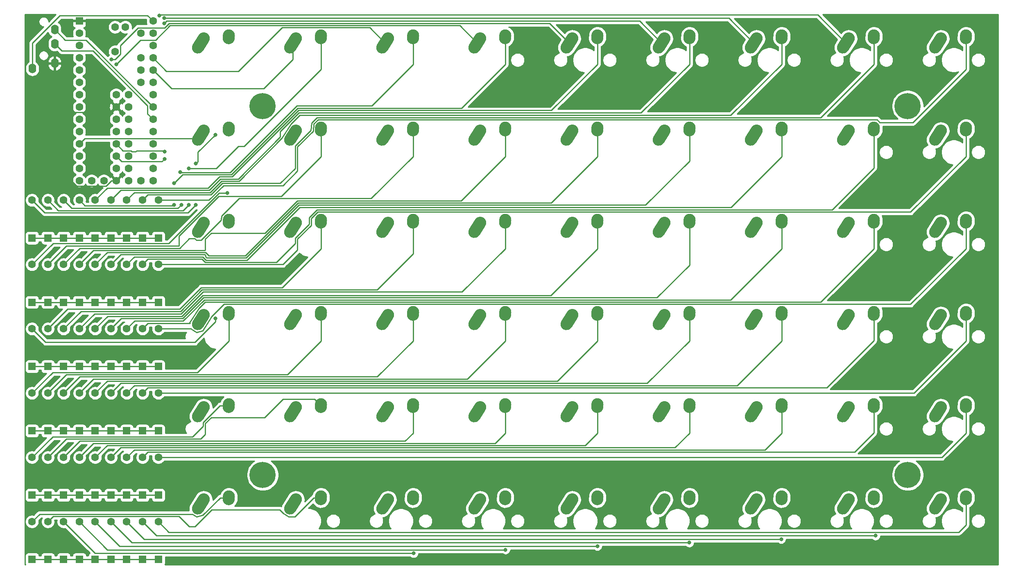
<source format=gtl>
%TF.GenerationSoftware,KiCad,Pcbnew,(5.1.9)-1*%
%TF.CreationDate,2021-04-23T02:49:01-06:00*%
%TF.ProjectId,Right Keyboard,52696768-7420-44b6-9579-626f6172642e,rev?*%
%TF.SameCoordinates,Original*%
%TF.FileFunction,Copper,L1,Top*%
%TF.FilePolarity,Positive*%
%FSLAX46Y46*%
G04 Gerber Fmt 4.6, Leading zero omitted, Abs format (unit mm)*
G04 Created by KiCad (PCBNEW (5.1.9)-1) date 2021-04-23 02:49:01*
%MOMM*%
%LPD*%
G01*
G04 APERTURE LIST*
%TA.AperFunction,ComponentPad*%
%ADD10C,1.600000*%
%TD*%
%TA.AperFunction,ComponentPad*%
%ADD11R,1.600000X1.600000*%
%TD*%
%TA.AperFunction,ComponentPad*%
%ADD12C,5.400000*%
%TD*%
%TA.AperFunction,ComponentPad*%
%ADD13O,1.600000X2.000000*%
%TD*%
%TA.AperFunction,ViaPad*%
%ADD14C,0.800000*%
%TD*%
%TA.AperFunction,Conductor*%
%ADD15C,0.250000*%
%TD*%
%TA.AperFunction,Conductor*%
%ADD16C,0.254000*%
%TD*%
%TA.AperFunction,Conductor*%
%ADD17C,0.100000*%
%TD*%
G04 APERTURE END LIST*
%TO.P,K4-2,2*%
%TO.N,Net-(D4-2-Pad2)*%
%TA.AperFunction,ComponentPad*%
G36*
G01*
X163178171Y-43039309D02*
X163217619Y-42460653D01*
G75*
G02*
X164549743Y-41298567I1247105J-85019D01*
G01*
X164549743Y-41298567D01*
G75*
G02*
X165711829Y-42630691I-85019J-1247105D01*
G01*
X165672381Y-43209347D01*
G75*
G02*
X164340257Y-44371433I-1247105J85019D01*
G01*
X164340257Y-44371433D01*
G75*
G02*
X163178171Y-43039309I85019J1247105D01*
G01*
G37*
%TD.AperFunction*%
%TO.P,K4-2,1*%
%TO.N,col4*%
%TA.AperFunction,ComponentPad*%
G36*
G01*
X157011299Y-44382190D02*
X158220223Y-42484560D01*
G75*
G02*
X159946087Y-42101946I1054239J-671625D01*
G01*
X159946087Y-42101946D01*
G75*
G02*
X160328701Y-43827810I-671625J-1054239D01*
G01*
X159119777Y-45725440D01*
G75*
G02*
X157393913Y-46108054I-1054239J671625D01*
G01*
X157393913Y-46108054D01*
G75*
G02*
X157011299Y-44382190I671625J1054239D01*
G01*
G37*
%TD.AperFunction*%
%TD*%
%TO.P,K7-6,1*%
%TO.N,col7*%
%TA.AperFunction,ComponentPad*%
G36*
G01*
X214161299Y-120582190D02*
X215370223Y-118684560D01*
G75*
G02*
X217096087Y-118301946I1054239J-671625D01*
G01*
X217096087Y-118301946D01*
G75*
G02*
X217478701Y-120027810I-671625J-1054239D01*
G01*
X216269777Y-121925440D01*
G75*
G02*
X214543913Y-122308054I-1054239J671625D01*
G01*
X214543913Y-122308054D01*
G75*
G02*
X214161299Y-120582190I671625J1054239D01*
G01*
G37*
%TD.AperFunction*%
%TO.P,K7-6,2*%
%TO.N,Net-(D7-6-Pad2)*%
%TA.AperFunction,ComponentPad*%
G36*
G01*
X220328171Y-119239309D02*
X220367619Y-118660653D01*
G75*
G02*
X221699743Y-117498567I1247105J-85019D01*
G01*
X221699743Y-117498567D01*
G75*
G02*
X222861829Y-118830691I-85019J-1247105D01*
G01*
X222822381Y-119409347D01*
G75*
G02*
X221490257Y-120571433I-1247105J85019D01*
G01*
X221490257Y-120571433D01*
G75*
G02*
X220328171Y-119239309I85019J1247105D01*
G01*
G37*
%TD.AperFunction*%
%TD*%
%TO.P,K7-4,1*%
%TO.N,col7*%
%TA.AperFunction,ComponentPad*%
G36*
G01*
X214161299Y-82482190D02*
X215370223Y-80584560D01*
G75*
G02*
X217096087Y-80201946I1054239J-671625D01*
G01*
X217096087Y-80201946D01*
G75*
G02*
X217478701Y-81927810I-671625J-1054239D01*
G01*
X216269777Y-83825440D01*
G75*
G02*
X214543913Y-84208054I-1054239J671625D01*
G01*
X214543913Y-84208054D01*
G75*
G02*
X214161299Y-82482190I671625J1054239D01*
G01*
G37*
%TD.AperFunction*%
%TO.P,K7-4,2*%
%TO.N,Net-(D7-4-Pad2)*%
%TA.AperFunction,ComponentPad*%
G36*
G01*
X220328171Y-81139309D02*
X220367619Y-80560653D01*
G75*
G02*
X221699743Y-79398567I1247105J-85019D01*
G01*
X221699743Y-79398567D01*
G75*
G02*
X222861829Y-80730691I-85019J-1247105D01*
G01*
X222822381Y-81309347D01*
G75*
G02*
X221490257Y-82471433I-1247105J85019D01*
G01*
X221490257Y-82471433D01*
G75*
G02*
X220328171Y-81139309I85019J1247105D01*
G01*
G37*
%TD.AperFunction*%
%TD*%
D10*
%TO.P,D1-1,2*%
%TO.N,Net-(D1-1-Pad2)*%
X66625000Y-57537500D03*
D11*
%TO.P,D1-1,1*%
%TO.N,row1*%
X66625000Y-65337500D03*
%TD*%
%TO.P,D1-2,1*%
%TO.N,row2*%
X66625000Y-78625000D03*
D10*
%TO.P,D1-2,2*%
%TO.N,Net-(D1-2-Pad2)*%
X66625000Y-70825000D03*
%TD*%
%TO.P,D1-3,2*%
%TO.N,Net-(D1-3-Pad2)*%
X66625000Y-84112500D03*
D11*
%TO.P,D1-3,1*%
%TO.N,row3*%
X66625000Y-91912500D03*
%TD*%
%TO.P,D1-4,1*%
%TO.N,row4*%
X66625000Y-105200000D03*
D10*
%TO.P,D1-4,2*%
%TO.N,Net-(D1-4-Pad2)*%
X66625000Y-97400000D03*
%TD*%
%TO.P,D1-5,2*%
%TO.N,Net-(D1-5-Pad2)*%
X66625000Y-110687500D03*
D11*
%TO.P,D1-5,1*%
%TO.N,row5*%
X66625000Y-118487500D03*
%TD*%
%TO.P,D1-6,1*%
%TO.N,row6*%
X66625000Y-131775000D03*
D10*
%TO.P,D1-6,2*%
%TO.N,Net-(D1-6-Pad2)*%
X66625000Y-123975000D03*
%TD*%
%TO.P,D2-1,2*%
%TO.N,Net-(D2-1-Pad2)*%
X69887500Y-57537500D03*
D11*
%TO.P,D2-1,1*%
%TO.N,row1*%
X69887500Y-65337500D03*
%TD*%
%TO.P,D2-2,1*%
%TO.N,row2*%
X69887500Y-78625000D03*
D10*
%TO.P,D2-2,2*%
%TO.N,Net-(D2-2-Pad2)*%
X69887500Y-70825000D03*
%TD*%
%TO.P,D2-3,2*%
%TO.N,Net-(D2-3-Pad2)*%
X69887500Y-84112500D03*
D11*
%TO.P,D2-3,1*%
%TO.N,row3*%
X69887500Y-91912500D03*
%TD*%
%TO.P,D2-4,1*%
%TO.N,row4*%
X69887500Y-105200000D03*
D10*
%TO.P,D2-4,2*%
%TO.N,Net-(D2-4-Pad2)*%
X69887500Y-97400000D03*
%TD*%
%TO.P,D2-5,2*%
%TO.N,Net-(D2-5-Pad2)*%
X69887500Y-110687500D03*
D11*
%TO.P,D2-5,1*%
%TO.N,row5*%
X69887500Y-118487500D03*
%TD*%
%TO.P,D2-6,1*%
%TO.N,row6*%
X69887500Y-131775000D03*
D10*
%TO.P,D2-6,2*%
%TO.N,Net-(D2-6-Pad2)*%
X69887500Y-123975000D03*
%TD*%
D11*
%TO.P,D3-1,1*%
%TO.N,row1*%
X73150000Y-65337500D03*
D10*
%TO.P,D3-1,2*%
%TO.N,Net-(D3-1-Pad2)*%
X73150000Y-57537500D03*
%TD*%
%TO.P,D3-2,2*%
%TO.N,Net-(D3-2-Pad2)*%
X73150000Y-70825000D03*
D11*
%TO.P,D3-2,1*%
%TO.N,row2*%
X73150000Y-78625000D03*
%TD*%
%TO.P,D3-3,1*%
%TO.N,row3*%
X73150000Y-91912500D03*
D10*
%TO.P,D3-3,2*%
%TO.N,Net-(D3-3-Pad2)*%
X73150000Y-84112500D03*
%TD*%
%TO.P,D3-4,2*%
%TO.N,Net-(D3-4-Pad2)*%
X73150000Y-97400000D03*
D11*
%TO.P,D3-4,1*%
%TO.N,row4*%
X73150000Y-105200000D03*
%TD*%
%TO.P,D3-5,1*%
%TO.N,row5*%
X73150000Y-118487500D03*
D10*
%TO.P,D3-5,2*%
%TO.N,Net-(D3-5-Pad2)*%
X73150000Y-110687500D03*
%TD*%
%TO.P,D3-6,2*%
%TO.N,Net-(D3-6-Pad2)*%
X73150000Y-123975000D03*
D11*
%TO.P,D3-6,1*%
%TO.N,row6*%
X73150000Y-131775000D03*
%TD*%
%TO.P,D4-1,1*%
%TO.N,row1*%
X76412500Y-65337500D03*
D10*
%TO.P,D4-1,2*%
%TO.N,Net-(D4-1-Pad2)*%
X76412500Y-57537500D03*
%TD*%
%TO.P,D4-2,2*%
%TO.N,Net-(D4-2-Pad2)*%
X76412500Y-70825000D03*
D11*
%TO.P,D4-2,1*%
%TO.N,row2*%
X76412500Y-78625000D03*
%TD*%
%TO.P,D4-3,1*%
%TO.N,row3*%
X76412500Y-91912500D03*
D10*
%TO.P,D4-3,2*%
%TO.N,Net-(D4-3-Pad2)*%
X76412500Y-84112500D03*
%TD*%
%TO.P,D4-4,2*%
%TO.N,Net-(D4-4-Pad2)*%
X76412500Y-97400000D03*
D11*
%TO.P,D4-4,1*%
%TO.N,row4*%
X76412500Y-105200000D03*
%TD*%
%TO.P,D4-5,1*%
%TO.N,row5*%
X76412500Y-118487500D03*
D10*
%TO.P,D4-5,2*%
%TO.N,Net-(D4-5-Pad2)*%
X76412500Y-110687500D03*
%TD*%
%TO.P,D4-6,2*%
%TO.N,Net-(D4-6-Pad2)*%
X76412500Y-123975000D03*
D11*
%TO.P,D4-6,1*%
%TO.N,row6*%
X76412500Y-131775000D03*
%TD*%
%TO.P,D5-1,1*%
%TO.N,row1*%
X79675000Y-65337500D03*
D10*
%TO.P,D5-1,2*%
%TO.N,Net-(D5-1-Pad2)*%
X79675000Y-57537500D03*
%TD*%
%TO.P,D5-2,2*%
%TO.N,Net-(D5-2-Pad2)*%
X79675000Y-70825000D03*
D11*
%TO.P,D5-2,1*%
%TO.N,row2*%
X79675000Y-78625000D03*
%TD*%
%TO.P,D5-3,1*%
%TO.N,row3*%
X79675000Y-91912500D03*
D10*
%TO.P,D5-3,2*%
%TO.N,Net-(D5-3-Pad2)*%
X79675000Y-84112500D03*
%TD*%
%TO.P,D5-4,2*%
%TO.N,Net-(D5-4-Pad2)*%
X79675000Y-97400000D03*
D11*
%TO.P,D5-4,1*%
%TO.N,row4*%
X79675000Y-105200000D03*
%TD*%
%TO.P,D5-5,1*%
%TO.N,row5*%
X79675000Y-118487500D03*
D10*
%TO.P,D5-5,2*%
%TO.N,Net-(D5-5-Pad2)*%
X79675000Y-110687500D03*
%TD*%
%TO.P,D5-6,2*%
%TO.N,Net-(D5-6-Pad2)*%
X79675000Y-123975000D03*
D11*
%TO.P,D5-6,1*%
%TO.N,row6*%
X79675000Y-131775000D03*
%TD*%
D10*
%TO.P,D6-1,2*%
%TO.N,Net-(D6-1-Pad2)*%
X82937500Y-57537500D03*
D11*
%TO.P,D6-1,1*%
%TO.N,row1*%
X82937500Y-65337500D03*
%TD*%
%TO.P,D6-2,1*%
%TO.N,row2*%
X82937500Y-78625000D03*
D10*
%TO.P,D6-2,2*%
%TO.N,Net-(D6-2-Pad2)*%
X82937500Y-70825000D03*
%TD*%
%TO.P,D6-3,2*%
%TO.N,Net-(D6-3-Pad2)*%
X82937500Y-84112500D03*
D11*
%TO.P,D6-3,1*%
%TO.N,row3*%
X82937500Y-91912500D03*
%TD*%
%TO.P,D6-4,1*%
%TO.N,row4*%
X82937500Y-105200000D03*
D10*
%TO.P,D6-4,2*%
%TO.N,Net-(D6-4-Pad2)*%
X82937500Y-97400000D03*
%TD*%
%TO.P,D6-5,2*%
%TO.N,Net-(D6-5-Pad2)*%
X82937500Y-110687500D03*
D11*
%TO.P,D6-5,1*%
%TO.N,row5*%
X82937500Y-118487500D03*
%TD*%
%TO.P,D6-6,1*%
%TO.N,row6*%
X82937500Y-131775000D03*
D10*
%TO.P,D6-6,2*%
%TO.N,Net-(D6-6-Pad2)*%
X82937500Y-123975000D03*
%TD*%
%TO.P,D7-1,2*%
%TO.N,Net-(D7-1-Pad2)*%
X86200000Y-57537500D03*
D11*
%TO.P,D7-1,1*%
%TO.N,row1*%
X86200000Y-65337500D03*
%TD*%
%TO.P,D7-2,1*%
%TO.N,row2*%
X86200000Y-78625000D03*
D10*
%TO.P,D7-2,2*%
%TO.N,Net-(D7-2-Pad2)*%
X86200000Y-70825000D03*
%TD*%
%TO.P,D7-3,2*%
%TO.N,Net-(D7-3-Pad2)*%
X86200000Y-84112500D03*
D11*
%TO.P,D7-3,1*%
%TO.N,row3*%
X86200000Y-91912500D03*
%TD*%
%TO.P,D7-4,1*%
%TO.N,row4*%
X86200000Y-105200000D03*
D10*
%TO.P,D7-4,2*%
%TO.N,Net-(D7-4-Pad2)*%
X86200000Y-97400000D03*
%TD*%
%TO.P,D7-5,2*%
%TO.N,Net-(D7-5-Pad2)*%
X86200000Y-110687500D03*
D11*
%TO.P,D7-5,1*%
%TO.N,row5*%
X86200000Y-118487500D03*
%TD*%
%TO.P,D7-6,1*%
%TO.N,row6*%
X86200000Y-131775000D03*
D10*
%TO.P,D7-6,2*%
%TO.N,Net-(D7-6-Pad2)*%
X86200000Y-123975000D03*
%TD*%
D11*
%TO.P,D8-1,1*%
%TO.N,row1*%
X89462500Y-65337500D03*
D10*
%TO.P,D8-1,2*%
%TO.N,Net-(D8-1-Pad2)*%
X89462500Y-57537500D03*
%TD*%
%TO.P,D8-2,2*%
%TO.N,Net-(D8-2-Pad2)*%
X89462500Y-70825000D03*
D11*
%TO.P,D8-2,1*%
%TO.N,row2*%
X89462500Y-78625000D03*
%TD*%
D10*
%TO.P,D8-3,2*%
%TO.N,Net-(D8-3-Pad2)*%
X89462500Y-84112500D03*
D11*
%TO.P,D8-3,1*%
%TO.N,row3*%
X89462500Y-91912500D03*
%TD*%
%TO.P,D8-4,1*%
%TO.N,row4*%
X89462500Y-105200000D03*
D10*
%TO.P,D8-4,2*%
%TO.N,Net-(D8-4-Pad2)*%
X89462500Y-97400000D03*
%TD*%
%TO.P,D8-5,2*%
%TO.N,Net-(D8-5-Pad2)*%
X89462500Y-110687500D03*
D11*
%TO.P,D8-5,1*%
%TO.N,row5*%
X89462500Y-118487500D03*
%TD*%
%TO.P,D8-6,1*%
%TO.N,row6*%
X89462500Y-131775000D03*
D10*
%TO.P,D8-6,2*%
%TO.N,Net-(D8-6-Pad2)*%
X89462500Y-123975000D03*
%TD*%
%TO.P,D9-1,2*%
%TO.N,Net-(D9-1-Pad2)*%
X92725000Y-57537500D03*
D11*
%TO.P,D9-1,1*%
%TO.N,row1*%
X92725000Y-65337500D03*
%TD*%
%TO.P,D9-2,1*%
%TO.N,row2*%
X92725000Y-78625000D03*
D10*
%TO.P,D9-2,2*%
%TO.N,Net-(D9-2-Pad2)*%
X92725000Y-70825000D03*
%TD*%
%TO.P,D9-3,2*%
%TO.N,Net-(D9-3-Pad2)*%
X92725000Y-84112500D03*
D11*
%TO.P,D9-3,1*%
%TO.N,row3*%
X92725000Y-91912500D03*
%TD*%
%TO.P,D9-4,1*%
%TO.N,row4*%
X92725000Y-105200000D03*
D10*
%TO.P,D9-4,2*%
%TO.N,Net-(D9-4-Pad2)*%
X92725000Y-97400000D03*
%TD*%
%TO.P,D9-5,2*%
%TO.N,Net-(D9-5-Pad2)*%
X92725000Y-110687500D03*
D11*
%TO.P,D9-5,1*%
%TO.N,row5*%
X92725000Y-118487500D03*
%TD*%
%TO.P,D9-6,1*%
%TO.N,row6*%
X92725000Y-131775000D03*
D10*
%TO.P,D9-6,2*%
%TO.N,Net-(D9-6-Pad2)*%
X92725000Y-123975000D03*
%TD*%
D12*
%TO.P,H1,1*%
%TO.N,N/C*%
X114300000Y-38100000D03*
%TD*%
%TO.P,H2,1*%
%TO.N,N/C*%
X247650000Y-114300000D03*
%TD*%
%TO.P,H3,1*%
%TO.N,N/C*%
X114300000Y-114300000D03*
%TD*%
%TO.P,H4,1*%
%TO.N,N/C*%
X247650000Y-38100000D03*
%TD*%
%TO.P,K1-1,2*%
%TO.N,Net-(D1-1-Pad2)*%
%TA.AperFunction,ComponentPad*%
G36*
G01*
X106028171Y-23989309D02*
X106067619Y-23410653D01*
G75*
G02*
X107399743Y-22248567I1247105J-85019D01*
G01*
X107399743Y-22248567D01*
G75*
G02*
X108561829Y-23580691I-85019J-1247105D01*
G01*
X108522381Y-24159347D01*
G75*
G02*
X107190257Y-25321433I-1247105J85019D01*
G01*
X107190257Y-25321433D01*
G75*
G02*
X106028171Y-23989309I85019J1247105D01*
G01*
G37*
%TD.AperFunction*%
%TO.P,K1-1,1*%
%TO.N,col1*%
%TA.AperFunction,ComponentPad*%
G36*
G01*
X99861299Y-25332190D02*
X101070223Y-23434560D01*
G75*
G02*
X102796087Y-23051946I1054239J-671625D01*
G01*
X102796087Y-23051946D01*
G75*
G02*
X103178701Y-24777810I-671625J-1054239D01*
G01*
X101969777Y-26675440D01*
G75*
G02*
X100243913Y-27058054I-1054239J671625D01*
G01*
X100243913Y-27058054D01*
G75*
G02*
X99861299Y-25332190I671625J1054239D01*
G01*
G37*
%TD.AperFunction*%
%TD*%
%TO.P,K1-2,2*%
%TO.N,Net-(D1-2-Pad2)*%
%TA.AperFunction,ComponentPad*%
G36*
G01*
X106028171Y-43039309D02*
X106067619Y-42460653D01*
G75*
G02*
X107399743Y-41298567I1247105J-85019D01*
G01*
X107399743Y-41298567D01*
G75*
G02*
X108561829Y-42630691I-85019J-1247105D01*
G01*
X108522381Y-43209347D01*
G75*
G02*
X107190257Y-44371433I-1247105J85019D01*
G01*
X107190257Y-44371433D01*
G75*
G02*
X106028171Y-43039309I85019J1247105D01*
G01*
G37*
%TD.AperFunction*%
%TO.P,K1-2,1*%
%TO.N,col1*%
%TA.AperFunction,ComponentPad*%
G36*
G01*
X99861299Y-44382190D02*
X101070223Y-42484560D01*
G75*
G02*
X102796087Y-42101946I1054239J-671625D01*
G01*
X102796087Y-42101946D01*
G75*
G02*
X103178701Y-43827810I-671625J-1054239D01*
G01*
X101969777Y-45725440D01*
G75*
G02*
X100243913Y-46108054I-1054239J671625D01*
G01*
X100243913Y-46108054D01*
G75*
G02*
X99861299Y-44382190I671625J1054239D01*
G01*
G37*
%TD.AperFunction*%
%TD*%
%TO.P,K1-3,1*%
%TO.N,col1*%
%TA.AperFunction,ComponentPad*%
G36*
G01*
X99861299Y-63432190D02*
X101070223Y-61534560D01*
G75*
G02*
X102796087Y-61151946I1054239J-671625D01*
G01*
X102796087Y-61151946D01*
G75*
G02*
X103178701Y-62877810I-671625J-1054239D01*
G01*
X101969777Y-64775440D01*
G75*
G02*
X100243913Y-65158054I-1054239J671625D01*
G01*
X100243913Y-65158054D01*
G75*
G02*
X99861299Y-63432190I671625J1054239D01*
G01*
G37*
%TD.AperFunction*%
%TO.P,K1-3,2*%
%TO.N,Net-(D1-3-Pad2)*%
%TA.AperFunction,ComponentPad*%
G36*
G01*
X106028171Y-62089309D02*
X106067619Y-61510653D01*
G75*
G02*
X107399743Y-60348567I1247105J-85019D01*
G01*
X107399743Y-60348567D01*
G75*
G02*
X108561829Y-61680691I-85019J-1247105D01*
G01*
X108522381Y-62259347D01*
G75*
G02*
X107190257Y-63421433I-1247105J85019D01*
G01*
X107190257Y-63421433D01*
G75*
G02*
X106028171Y-62089309I85019J1247105D01*
G01*
G37*
%TD.AperFunction*%
%TD*%
%TO.P,K1-4,1*%
%TO.N,col1*%
%TA.AperFunction,ComponentPad*%
G36*
G01*
X99861299Y-82482190D02*
X101070223Y-80584560D01*
G75*
G02*
X102796087Y-80201946I1054239J-671625D01*
G01*
X102796087Y-80201946D01*
G75*
G02*
X103178701Y-81927810I-671625J-1054239D01*
G01*
X101969777Y-83825440D01*
G75*
G02*
X100243913Y-84208054I-1054239J671625D01*
G01*
X100243913Y-84208054D01*
G75*
G02*
X99861299Y-82482190I671625J1054239D01*
G01*
G37*
%TD.AperFunction*%
%TO.P,K1-4,2*%
%TO.N,Net-(D1-4-Pad2)*%
%TA.AperFunction,ComponentPad*%
G36*
G01*
X106028171Y-81139309D02*
X106067619Y-80560653D01*
G75*
G02*
X107399743Y-79398567I1247105J-85019D01*
G01*
X107399743Y-79398567D01*
G75*
G02*
X108561829Y-80730691I-85019J-1247105D01*
G01*
X108522381Y-81309347D01*
G75*
G02*
X107190257Y-82471433I-1247105J85019D01*
G01*
X107190257Y-82471433D01*
G75*
G02*
X106028171Y-81139309I85019J1247105D01*
G01*
G37*
%TD.AperFunction*%
%TD*%
%TO.P,K1-5,2*%
%TO.N,Net-(D1-5-Pad2)*%
%TA.AperFunction,ComponentPad*%
G36*
G01*
X106028171Y-100189309D02*
X106067619Y-99610653D01*
G75*
G02*
X107399743Y-98448567I1247105J-85019D01*
G01*
X107399743Y-98448567D01*
G75*
G02*
X108561829Y-99780691I-85019J-1247105D01*
G01*
X108522381Y-100359347D01*
G75*
G02*
X107190257Y-101521433I-1247105J85019D01*
G01*
X107190257Y-101521433D01*
G75*
G02*
X106028171Y-100189309I85019J1247105D01*
G01*
G37*
%TD.AperFunction*%
%TO.P,K1-5,1*%
%TO.N,col1*%
%TA.AperFunction,ComponentPad*%
G36*
G01*
X99861299Y-101532190D02*
X101070223Y-99634560D01*
G75*
G02*
X102796087Y-99251946I1054239J-671625D01*
G01*
X102796087Y-99251946D01*
G75*
G02*
X103178701Y-100977810I-671625J-1054239D01*
G01*
X101969777Y-102875440D01*
G75*
G02*
X100243913Y-103258054I-1054239J671625D01*
G01*
X100243913Y-103258054D01*
G75*
G02*
X99861299Y-101532190I671625J1054239D01*
G01*
G37*
%TD.AperFunction*%
%TD*%
%TO.P,K1-6,1*%
%TO.N,col1*%
%TA.AperFunction,ComponentPad*%
G36*
G01*
X99861299Y-120582190D02*
X101070223Y-118684560D01*
G75*
G02*
X102796087Y-118301946I1054239J-671625D01*
G01*
X102796087Y-118301946D01*
G75*
G02*
X103178701Y-120027810I-671625J-1054239D01*
G01*
X101969777Y-121925440D01*
G75*
G02*
X100243913Y-122308054I-1054239J671625D01*
G01*
X100243913Y-122308054D01*
G75*
G02*
X99861299Y-120582190I671625J1054239D01*
G01*
G37*
%TD.AperFunction*%
%TO.P,K1-6,2*%
%TO.N,Net-(D1-6-Pad2)*%
%TA.AperFunction,ComponentPad*%
G36*
G01*
X106028171Y-119239309D02*
X106067619Y-118660653D01*
G75*
G02*
X107399743Y-117498567I1247105J-85019D01*
G01*
X107399743Y-117498567D01*
G75*
G02*
X108561829Y-118830691I-85019J-1247105D01*
G01*
X108522381Y-119409347D01*
G75*
G02*
X107190257Y-120571433I-1247105J85019D01*
G01*
X107190257Y-120571433D01*
G75*
G02*
X106028171Y-119239309I85019J1247105D01*
G01*
G37*
%TD.AperFunction*%
%TD*%
%TO.P,K2-1,2*%
%TO.N,Net-(D2-1-Pad2)*%
%TA.AperFunction,ComponentPad*%
G36*
G01*
X125078171Y-23989309D02*
X125117619Y-23410653D01*
G75*
G02*
X126449743Y-22248567I1247105J-85019D01*
G01*
X126449743Y-22248567D01*
G75*
G02*
X127611829Y-23580691I-85019J-1247105D01*
G01*
X127572381Y-24159347D01*
G75*
G02*
X126240257Y-25321433I-1247105J85019D01*
G01*
X126240257Y-25321433D01*
G75*
G02*
X125078171Y-23989309I85019J1247105D01*
G01*
G37*
%TD.AperFunction*%
%TO.P,K2-1,1*%
%TO.N,col2*%
%TA.AperFunction,ComponentPad*%
G36*
G01*
X118911299Y-25332190D02*
X120120223Y-23434560D01*
G75*
G02*
X121846087Y-23051946I1054239J-671625D01*
G01*
X121846087Y-23051946D01*
G75*
G02*
X122228701Y-24777810I-671625J-1054239D01*
G01*
X121019777Y-26675440D01*
G75*
G02*
X119293913Y-27058054I-1054239J671625D01*
G01*
X119293913Y-27058054D01*
G75*
G02*
X118911299Y-25332190I671625J1054239D01*
G01*
G37*
%TD.AperFunction*%
%TD*%
%TO.P,K2-2,1*%
%TO.N,col2*%
%TA.AperFunction,ComponentPad*%
G36*
G01*
X118911299Y-44382190D02*
X120120223Y-42484560D01*
G75*
G02*
X121846087Y-42101946I1054239J-671625D01*
G01*
X121846087Y-42101946D01*
G75*
G02*
X122228701Y-43827810I-671625J-1054239D01*
G01*
X121019777Y-45725440D01*
G75*
G02*
X119293913Y-46108054I-1054239J671625D01*
G01*
X119293913Y-46108054D01*
G75*
G02*
X118911299Y-44382190I671625J1054239D01*
G01*
G37*
%TD.AperFunction*%
%TO.P,K2-2,2*%
%TO.N,Net-(D2-2-Pad2)*%
%TA.AperFunction,ComponentPad*%
G36*
G01*
X125078171Y-43039309D02*
X125117619Y-42460653D01*
G75*
G02*
X126449743Y-41298567I1247105J-85019D01*
G01*
X126449743Y-41298567D01*
G75*
G02*
X127611829Y-42630691I-85019J-1247105D01*
G01*
X127572381Y-43209347D01*
G75*
G02*
X126240257Y-44371433I-1247105J85019D01*
G01*
X126240257Y-44371433D01*
G75*
G02*
X125078171Y-43039309I85019J1247105D01*
G01*
G37*
%TD.AperFunction*%
%TD*%
%TO.P,K2-3,1*%
%TO.N,col2*%
%TA.AperFunction,ComponentPad*%
G36*
G01*
X118911299Y-63432190D02*
X120120223Y-61534560D01*
G75*
G02*
X121846087Y-61151946I1054239J-671625D01*
G01*
X121846087Y-61151946D01*
G75*
G02*
X122228701Y-62877810I-671625J-1054239D01*
G01*
X121019777Y-64775440D01*
G75*
G02*
X119293913Y-65158054I-1054239J671625D01*
G01*
X119293913Y-65158054D01*
G75*
G02*
X118911299Y-63432190I671625J1054239D01*
G01*
G37*
%TD.AperFunction*%
%TO.P,K2-3,2*%
%TO.N,Net-(D2-3-Pad2)*%
%TA.AperFunction,ComponentPad*%
G36*
G01*
X125078171Y-62089309D02*
X125117619Y-61510653D01*
G75*
G02*
X126449743Y-60348567I1247105J-85019D01*
G01*
X126449743Y-60348567D01*
G75*
G02*
X127611829Y-61680691I-85019J-1247105D01*
G01*
X127572381Y-62259347D01*
G75*
G02*
X126240257Y-63421433I-1247105J85019D01*
G01*
X126240257Y-63421433D01*
G75*
G02*
X125078171Y-62089309I85019J1247105D01*
G01*
G37*
%TD.AperFunction*%
%TD*%
%TO.P,K2-4,2*%
%TO.N,Net-(D2-4-Pad2)*%
%TA.AperFunction,ComponentPad*%
G36*
G01*
X125078171Y-81139309D02*
X125117619Y-80560653D01*
G75*
G02*
X126449743Y-79398567I1247105J-85019D01*
G01*
X126449743Y-79398567D01*
G75*
G02*
X127611829Y-80730691I-85019J-1247105D01*
G01*
X127572381Y-81309347D01*
G75*
G02*
X126240257Y-82471433I-1247105J85019D01*
G01*
X126240257Y-82471433D01*
G75*
G02*
X125078171Y-81139309I85019J1247105D01*
G01*
G37*
%TD.AperFunction*%
%TO.P,K2-4,1*%
%TO.N,col2*%
%TA.AperFunction,ComponentPad*%
G36*
G01*
X118911299Y-82482190D02*
X120120223Y-80584560D01*
G75*
G02*
X121846087Y-80201946I1054239J-671625D01*
G01*
X121846087Y-80201946D01*
G75*
G02*
X122228701Y-81927810I-671625J-1054239D01*
G01*
X121019777Y-83825440D01*
G75*
G02*
X119293913Y-84208054I-1054239J671625D01*
G01*
X119293913Y-84208054D01*
G75*
G02*
X118911299Y-82482190I671625J1054239D01*
G01*
G37*
%TD.AperFunction*%
%TD*%
%TO.P,K2-5,1*%
%TO.N,col2*%
%TA.AperFunction,ComponentPad*%
G36*
G01*
X118911299Y-101532190D02*
X120120223Y-99634560D01*
G75*
G02*
X121846087Y-99251946I1054239J-671625D01*
G01*
X121846087Y-99251946D01*
G75*
G02*
X122228701Y-100977810I-671625J-1054239D01*
G01*
X121019777Y-102875440D01*
G75*
G02*
X119293913Y-103258054I-1054239J671625D01*
G01*
X119293913Y-103258054D01*
G75*
G02*
X118911299Y-101532190I671625J1054239D01*
G01*
G37*
%TD.AperFunction*%
%TO.P,K2-5,2*%
%TO.N,Net-(D2-5-Pad2)*%
%TA.AperFunction,ComponentPad*%
G36*
G01*
X125078171Y-100189309D02*
X125117619Y-99610653D01*
G75*
G02*
X126449743Y-98448567I1247105J-85019D01*
G01*
X126449743Y-98448567D01*
G75*
G02*
X127611829Y-99780691I-85019J-1247105D01*
G01*
X127572381Y-100359347D01*
G75*
G02*
X126240257Y-101521433I-1247105J85019D01*
G01*
X126240257Y-101521433D01*
G75*
G02*
X125078171Y-100189309I85019J1247105D01*
G01*
G37*
%TD.AperFunction*%
%TD*%
%TO.P,K2-6,2*%
%TO.N,Net-(D2-6-Pad2)*%
%TA.AperFunction,ComponentPad*%
G36*
G01*
X125078171Y-119239309D02*
X125117619Y-118660653D01*
G75*
G02*
X126449743Y-117498567I1247105J-85019D01*
G01*
X126449743Y-117498567D01*
G75*
G02*
X127611829Y-118830691I-85019J-1247105D01*
G01*
X127572381Y-119409347D01*
G75*
G02*
X126240257Y-120571433I-1247105J85019D01*
G01*
X126240257Y-120571433D01*
G75*
G02*
X125078171Y-119239309I85019J1247105D01*
G01*
G37*
%TD.AperFunction*%
%TO.P,K2-6,1*%
%TO.N,col2*%
%TA.AperFunction,ComponentPad*%
G36*
G01*
X118911299Y-120582190D02*
X120120223Y-118684560D01*
G75*
G02*
X121846087Y-118301946I1054239J-671625D01*
G01*
X121846087Y-118301946D01*
G75*
G02*
X122228701Y-120027810I-671625J-1054239D01*
G01*
X121019777Y-121925440D01*
G75*
G02*
X119293913Y-122308054I-1054239J671625D01*
G01*
X119293913Y-122308054D01*
G75*
G02*
X118911299Y-120582190I671625J1054239D01*
G01*
G37*
%TD.AperFunction*%
%TD*%
%TO.P,K3-1,2*%
%TO.N,Net-(D3-1-Pad2)*%
%TA.AperFunction,ComponentPad*%
G36*
G01*
X144128171Y-23989309D02*
X144167619Y-23410653D01*
G75*
G02*
X145499743Y-22248567I1247105J-85019D01*
G01*
X145499743Y-22248567D01*
G75*
G02*
X146661829Y-23580691I-85019J-1247105D01*
G01*
X146622381Y-24159347D01*
G75*
G02*
X145290257Y-25321433I-1247105J85019D01*
G01*
X145290257Y-25321433D01*
G75*
G02*
X144128171Y-23989309I85019J1247105D01*
G01*
G37*
%TD.AperFunction*%
%TO.P,K3-1,1*%
%TO.N,col3*%
%TA.AperFunction,ComponentPad*%
G36*
G01*
X137961299Y-25332190D02*
X139170223Y-23434560D01*
G75*
G02*
X140896087Y-23051946I1054239J-671625D01*
G01*
X140896087Y-23051946D01*
G75*
G02*
X141278701Y-24777810I-671625J-1054239D01*
G01*
X140069777Y-26675440D01*
G75*
G02*
X138343913Y-27058054I-1054239J671625D01*
G01*
X138343913Y-27058054D01*
G75*
G02*
X137961299Y-25332190I671625J1054239D01*
G01*
G37*
%TD.AperFunction*%
%TD*%
%TO.P,K3-2,1*%
%TO.N,col3*%
%TA.AperFunction,ComponentPad*%
G36*
G01*
X137961299Y-44382190D02*
X139170223Y-42484560D01*
G75*
G02*
X140896087Y-42101946I1054239J-671625D01*
G01*
X140896087Y-42101946D01*
G75*
G02*
X141278701Y-43827810I-671625J-1054239D01*
G01*
X140069777Y-45725440D01*
G75*
G02*
X138343913Y-46108054I-1054239J671625D01*
G01*
X138343913Y-46108054D01*
G75*
G02*
X137961299Y-44382190I671625J1054239D01*
G01*
G37*
%TD.AperFunction*%
%TO.P,K3-2,2*%
%TO.N,Net-(D3-2-Pad2)*%
%TA.AperFunction,ComponentPad*%
G36*
G01*
X144128171Y-43039309D02*
X144167619Y-42460653D01*
G75*
G02*
X145499743Y-41298567I1247105J-85019D01*
G01*
X145499743Y-41298567D01*
G75*
G02*
X146661829Y-42630691I-85019J-1247105D01*
G01*
X146622381Y-43209347D01*
G75*
G02*
X145290257Y-44371433I-1247105J85019D01*
G01*
X145290257Y-44371433D01*
G75*
G02*
X144128171Y-43039309I85019J1247105D01*
G01*
G37*
%TD.AperFunction*%
%TD*%
%TO.P,K3-3,2*%
%TO.N,Net-(D3-3-Pad2)*%
%TA.AperFunction,ComponentPad*%
G36*
G01*
X144128171Y-62089309D02*
X144167619Y-61510653D01*
G75*
G02*
X145499743Y-60348567I1247105J-85019D01*
G01*
X145499743Y-60348567D01*
G75*
G02*
X146661829Y-61680691I-85019J-1247105D01*
G01*
X146622381Y-62259347D01*
G75*
G02*
X145290257Y-63421433I-1247105J85019D01*
G01*
X145290257Y-63421433D01*
G75*
G02*
X144128171Y-62089309I85019J1247105D01*
G01*
G37*
%TD.AperFunction*%
%TO.P,K3-3,1*%
%TO.N,col3*%
%TA.AperFunction,ComponentPad*%
G36*
G01*
X137961299Y-63432190D02*
X139170223Y-61534560D01*
G75*
G02*
X140896087Y-61151946I1054239J-671625D01*
G01*
X140896087Y-61151946D01*
G75*
G02*
X141278701Y-62877810I-671625J-1054239D01*
G01*
X140069777Y-64775440D01*
G75*
G02*
X138343913Y-65158054I-1054239J671625D01*
G01*
X138343913Y-65158054D01*
G75*
G02*
X137961299Y-63432190I671625J1054239D01*
G01*
G37*
%TD.AperFunction*%
%TD*%
%TO.P,K3-4,1*%
%TO.N,col3*%
%TA.AperFunction,ComponentPad*%
G36*
G01*
X137961299Y-82482190D02*
X139170223Y-80584560D01*
G75*
G02*
X140896087Y-80201946I1054239J-671625D01*
G01*
X140896087Y-80201946D01*
G75*
G02*
X141278701Y-81927810I-671625J-1054239D01*
G01*
X140069777Y-83825440D01*
G75*
G02*
X138343913Y-84208054I-1054239J671625D01*
G01*
X138343913Y-84208054D01*
G75*
G02*
X137961299Y-82482190I671625J1054239D01*
G01*
G37*
%TD.AperFunction*%
%TO.P,K3-4,2*%
%TO.N,Net-(D3-4-Pad2)*%
%TA.AperFunction,ComponentPad*%
G36*
G01*
X144128171Y-81139309D02*
X144167619Y-80560653D01*
G75*
G02*
X145499743Y-79398567I1247105J-85019D01*
G01*
X145499743Y-79398567D01*
G75*
G02*
X146661829Y-80730691I-85019J-1247105D01*
G01*
X146622381Y-81309347D01*
G75*
G02*
X145290257Y-82471433I-1247105J85019D01*
G01*
X145290257Y-82471433D01*
G75*
G02*
X144128171Y-81139309I85019J1247105D01*
G01*
G37*
%TD.AperFunction*%
%TD*%
%TO.P,K3-5,2*%
%TO.N,Net-(D3-5-Pad2)*%
%TA.AperFunction,ComponentPad*%
G36*
G01*
X144128171Y-100189309D02*
X144167619Y-99610653D01*
G75*
G02*
X145499743Y-98448567I1247105J-85019D01*
G01*
X145499743Y-98448567D01*
G75*
G02*
X146661829Y-99780691I-85019J-1247105D01*
G01*
X146622381Y-100359347D01*
G75*
G02*
X145290257Y-101521433I-1247105J85019D01*
G01*
X145290257Y-101521433D01*
G75*
G02*
X144128171Y-100189309I85019J1247105D01*
G01*
G37*
%TD.AperFunction*%
%TO.P,K3-5,1*%
%TO.N,col3*%
%TA.AperFunction,ComponentPad*%
G36*
G01*
X137961299Y-101532190D02*
X139170223Y-99634560D01*
G75*
G02*
X140896087Y-99251946I1054239J-671625D01*
G01*
X140896087Y-99251946D01*
G75*
G02*
X141278701Y-100977810I-671625J-1054239D01*
G01*
X140069777Y-102875440D01*
G75*
G02*
X138343913Y-103258054I-1054239J671625D01*
G01*
X138343913Y-103258054D01*
G75*
G02*
X137961299Y-101532190I671625J1054239D01*
G01*
G37*
%TD.AperFunction*%
%TD*%
%TO.P,K3-6,1*%
%TO.N,col3*%
%TA.AperFunction,ComponentPad*%
G36*
G01*
X137961299Y-120582190D02*
X139170223Y-118684560D01*
G75*
G02*
X140896087Y-118301946I1054239J-671625D01*
G01*
X140896087Y-118301946D01*
G75*
G02*
X141278701Y-120027810I-671625J-1054239D01*
G01*
X140069777Y-121925440D01*
G75*
G02*
X138343913Y-122308054I-1054239J671625D01*
G01*
X138343913Y-122308054D01*
G75*
G02*
X137961299Y-120582190I671625J1054239D01*
G01*
G37*
%TD.AperFunction*%
%TO.P,K3-6,2*%
%TO.N,Net-(D3-6-Pad2)*%
%TA.AperFunction,ComponentPad*%
G36*
G01*
X144128171Y-119239309D02*
X144167619Y-118660653D01*
G75*
G02*
X145499743Y-117498567I1247105J-85019D01*
G01*
X145499743Y-117498567D01*
G75*
G02*
X146661829Y-118830691I-85019J-1247105D01*
G01*
X146622381Y-119409347D01*
G75*
G02*
X145290257Y-120571433I-1247105J85019D01*
G01*
X145290257Y-120571433D01*
G75*
G02*
X144128171Y-119239309I85019J1247105D01*
G01*
G37*
%TD.AperFunction*%
%TD*%
%TO.P,K4-1,2*%
%TO.N,Net-(D4-1-Pad2)*%
%TA.AperFunction,ComponentPad*%
G36*
G01*
X163178171Y-23989309D02*
X163217619Y-23410653D01*
G75*
G02*
X164549743Y-22248567I1247105J-85019D01*
G01*
X164549743Y-22248567D01*
G75*
G02*
X165711829Y-23580691I-85019J-1247105D01*
G01*
X165672381Y-24159347D01*
G75*
G02*
X164340257Y-25321433I-1247105J85019D01*
G01*
X164340257Y-25321433D01*
G75*
G02*
X163178171Y-23989309I85019J1247105D01*
G01*
G37*
%TD.AperFunction*%
%TO.P,K4-1,1*%
%TO.N,col4*%
%TA.AperFunction,ComponentPad*%
G36*
G01*
X157011299Y-25332190D02*
X158220223Y-23434560D01*
G75*
G02*
X159946087Y-23051946I1054239J-671625D01*
G01*
X159946087Y-23051946D01*
G75*
G02*
X160328701Y-24777810I-671625J-1054239D01*
G01*
X159119777Y-26675440D01*
G75*
G02*
X157393913Y-27058054I-1054239J671625D01*
G01*
X157393913Y-27058054D01*
G75*
G02*
X157011299Y-25332190I671625J1054239D01*
G01*
G37*
%TD.AperFunction*%
%TD*%
%TO.P,K4-3,2*%
%TO.N,Net-(D4-3-Pad2)*%
%TA.AperFunction,ComponentPad*%
G36*
G01*
X163178171Y-62089309D02*
X163217619Y-61510653D01*
G75*
G02*
X164549743Y-60348567I1247105J-85019D01*
G01*
X164549743Y-60348567D01*
G75*
G02*
X165711829Y-61680691I-85019J-1247105D01*
G01*
X165672381Y-62259347D01*
G75*
G02*
X164340257Y-63421433I-1247105J85019D01*
G01*
X164340257Y-63421433D01*
G75*
G02*
X163178171Y-62089309I85019J1247105D01*
G01*
G37*
%TD.AperFunction*%
%TO.P,K4-3,1*%
%TO.N,col4*%
%TA.AperFunction,ComponentPad*%
G36*
G01*
X157011299Y-63432190D02*
X158220223Y-61534560D01*
G75*
G02*
X159946087Y-61151946I1054239J-671625D01*
G01*
X159946087Y-61151946D01*
G75*
G02*
X160328701Y-62877810I-671625J-1054239D01*
G01*
X159119777Y-64775440D01*
G75*
G02*
X157393913Y-65158054I-1054239J671625D01*
G01*
X157393913Y-65158054D01*
G75*
G02*
X157011299Y-63432190I671625J1054239D01*
G01*
G37*
%TD.AperFunction*%
%TD*%
%TO.P,K4-4,1*%
%TO.N,col4*%
%TA.AperFunction,ComponentPad*%
G36*
G01*
X157011299Y-82482190D02*
X158220223Y-80584560D01*
G75*
G02*
X159946087Y-80201946I1054239J-671625D01*
G01*
X159946087Y-80201946D01*
G75*
G02*
X160328701Y-81927810I-671625J-1054239D01*
G01*
X159119777Y-83825440D01*
G75*
G02*
X157393913Y-84208054I-1054239J671625D01*
G01*
X157393913Y-84208054D01*
G75*
G02*
X157011299Y-82482190I671625J1054239D01*
G01*
G37*
%TD.AperFunction*%
%TO.P,K4-4,2*%
%TO.N,Net-(D4-4-Pad2)*%
%TA.AperFunction,ComponentPad*%
G36*
G01*
X163178171Y-81139309D02*
X163217619Y-80560653D01*
G75*
G02*
X164549743Y-79398567I1247105J-85019D01*
G01*
X164549743Y-79398567D01*
G75*
G02*
X165711829Y-80730691I-85019J-1247105D01*
G01*
X165672381Y-81309347D01*
G75*
G02*
X164340257Y-82471433I-1247105J85019D01*
G01*
X164340257Y-82471433D01*
G75*
G02*
X163178171Y-81139309I85019J1247105D01*
G01*
G37*
%TD.AperFunction*%
%TD*%
%TO.P,K4-5,2*%
%TO.N,Net-(D4-5-Pad2)*%
%TA.AperFunction,ComponentPad*%
G36*
G01*
X163178171Y-100189309D02*
X163217619Y-99610653D01*
G75*
G02*
X164549743Y-98448567I1247105J-85019D01*
G01*
X164549743Y-98448567D01*
G75*
G02*
X165711829Y-99780691I-85019J-1247105D01*
G01*
X165672381Y-100359347D01*
G75*
G02*
X164340257Y-101521433I-1247105J85019D01*
G01*
X164340257Y-101521433D01*
G75*
G02*
X163178171Y-100189309I85019J1247105D01*
G01*
G37*
%TD.AperFunction*%
%TO.P,K4-5,1*%
%TO.N,col4*%
%TA.AperFunction,ComponentPad*%
G36*
G01*
X157011299Y-101532190D02*
X158220223Y-99634560D01*
G75*
G02*
X159946087Y-99251946I1054239J-671625D01*
G01*
X159946087Y-99251946D01*
G75*
G02*
X160328701Y-100977810I-671625J-1054239D01*
G01*
X159119777Y-102875440D01*
G75*
G02*
X157393913Y-103258054I-1054239J671625D01*
G01*
X157393913Y-103258054D01*
G75*
G02*
X157011299Y-101532190I671625J1054239D01*
G01*
G37*
%TD.AperFunction*%
%TD*%
%TO.P,K4-6,2*%
%TO.N,Net-(D4-6-Pad2)*%
%TA.AperFunction,ComponentPad*%
G36*
G01*
X163178171Y-119239309D02*
X163217619Y-118660653D01*
G75*
G02*
X164549743Y-117498567I1247105J-85019D01*
G01*
X164549743Y-117498567D01*
G75*
G02*
X165711829Y-118830691I-85019J-1247105D01*
G01*
X165672381Y-119409347D01*
G75*
G02*
X164340257Y-120571433I-1247105J85019D01*
G01*
X164340257Y-120571433D01*
G75*
G02*
X163178171Y-119239309I85019J1247105D01*
G01*
G37*
%TD.AperFunction*%
%TO.P,K4-6,1*%
%TO.N,col4*%
%TA.AperFunction,ComponentPad*%
G36*
G01*
X157011299Y-120582190D02*
X158220223Y-118684560D01*
G75*
G02*
X159946087Y-118301946I1054239J-671625D01*
G01*
X159946087Y-118301946D01*
G75*
G02*
X160328701Y-120027810I-671625J-1054239D01*
G01*
X159119777Y-121925440D01*
G75*
G02*
X157393913Y-122308054I-1054239J671625D01*
G01*
X157393913Y-122308054D01*
G75*
G02*
X157011299Y-120582190I671625J1054239D01*
G01*
G37*
%TD.AperFunction*%
%TD*%
%TO.P,K5-1,2*%
%TO.N,Net-(D5-1-Pad2)*%
%TA.AperFunction,ComponentPad*%
G36*
G01*
X182228171Y-23989309D02*
X182267619Y-23410653D01*
G75*
G02*
X183599743Y-22248567I1247105J-85019D01*
G01*
X183599743Y-22248567D01*
G75*
G02*
X184761829Y-23580691I-85019J-1247105D01*
G01*
X184722381Y-24159347D01*
G75*
G02*
X183390257Y-25321433I-1247105J85019D01*
G01*
X183390257Y-25321433D01*
G75*
G02*
X182228171Y-23989309I85019J1247105D01*
G01*
G37*
%TD.AperFunction*%
%TO.P,K5-1,1*%
%TO.N,col5*%
%TA.AperFunction,ComponentPad*%
G36*
G01*
X176061299Y-25332190D02*
X177270223Y-23434560D01*
G75*
G02*
X178996087Y-23051946I1054239J-671625D01*
G01*
X178996087Y-23051946D01*
G75*
G02*
X179378701Y-24777810I-671625J-1054239D01*
G01*
X178169777Y-26675440D01*
G75*
G02*
X176443913Y-27058054I-1054239J671625D01*
G01*
X176443913Y-27058054D01*
G75*
G02*
X176061299Y-25332190I671625J1054239D01*
G01*
G37*
%TD.AperFunction*%
%TD*%
%TO.P,K5-2,1*%
%TO.N,col5*%
%TA.AperFunction,ComponentPad*%
G36*
G01*
X176061299Y-44382190D02*
X177270223Y-42484560D01*
G75*
G02*
X178996087Y-42101946I1054239J-671625D01*
G01*
X178996087Y-42101946D01*
G75*
G02*
X179378701Y-43827810I-671625J-1054239D01*
G01*
X178169777Y-45725440D01*
G75*
G02*
X176443913Y-46108054I-1054239J671625D01*
G01*
X176443913Y-46108054D01*
G75*
G02*
X176061299Y-44382190I671625J1054239D01*
G01*
G37*
%TD.AperFunction*%
%TO.P,K5-2,2*%
%TO.N,Net-(D5-2-Pad2)*%
%TA.AperFunction,ComponentPad*%
G36*
G01*
X182228171Y-43039309D02*
X182267619Y-42460653D01*
G75*
G02*
X183599743Y-41298567I1247105J-85019D01*
G01*
X183599743Y-41298567D01*
G75*
G02*
X184761829Y-42630691I-85019J-1247105D01*
G01*
X184722381Y-43209347D01*
G75*
G02*
X183390257Y-44371433I-1247105J85019D01*
G01*
X183390257Y-44371433D01*
G75*
G02*
X182228171Y-43039309I85019J1247105D01*
G01*
G37*
%TD.AperFunction*%
%TD*%
%TO.P,K5-3,2*%
%TO.N,Net-(D5-3-Pad2)*%
%TA.AperFunction,ComponentPad*%
G36*
G01*
X182228171Y-62089309D02*
X182267619Y-61510653D01*
G75*
G02*
X183599743Y-60348567I1247105J-85019D01*
G01*
X183599743Y-60348567D01*
G75*
G02*
X184761829Y-61680691I-85019J-1247105D01*
G01*
X184722381Y-62259347D01*
G75*
G02*
X183390257Y-63421433I-1247105J85019D01*
G01*
X183390257Y-63421433D01*
G75*
G02*
X182228171Y-62089309I85019J1247105D01*
G01*
G37*
%TD.AperFunction*%
%TO.P,K5-3,1*%
%TO.N,col5*%
%TA.AperFunction,ComponentPad*%
G36*
G01*
X176061299Y-63432190D02*
X177270223Y-61534560D01*
G75*
G02*
X178996087Y-61151946I1054239J-671625D01*
G01*
X178996087Y-61151946D01*
G75*
G02*
X179378701Y-62877810I-671625J-1054239D01*
G01*
X178169777Y-64775440D01*
G75*
G02*
X176443913Y-65158054I-1054239J671625D01*
G01*
X176443913Y-65158054D01*
G75*
G02*
X176061299Y-63432190I671625J1054239D01*
G01*
G37*
%TD.AperFunction*%
%TD*%
%TO.P,K5-4,1*%
%TO.N,col5*%
%TA.AperFunction,ComponentPad*%
G36*
G01*
X176061299Y-82482190D02*
X177270223Y-80584560D01*
G75*
G02*
X178996087Y-80201946I1054239J-671625D01*
G01*
X178996087Y-80201946D01*
G75*
G02*
X179378701Y-81927810I-671625J-1054239D01*
G01*
X178169777Y-83825440D01*
G75*
G02*
X176443913Y-84208054I-1054239J671625D01*
G01*
X176443913Y-84208054D01*
G75*
G02*
X176061299Y-82482190I671625J1054239D01*
G01*
G37*
%TD.AperFunction*%
%TO.P,K5-4,2*%
%TO.N,Net-(D5-4-Pad2)*%
%TA.AperFunction,ComponentPad*%
G36*
G01*
X182228171Y-81139309D02*
X182267619Y-80560653D01*
G75*
G02*
X183599743Y-79398567I1247105J-85019D01*
G01*
X183599743Y-79398567D01*
G75*
G02*
X184761829Y-80730691I-85019J-1247105D01*
G01*
X184722381Y-81309347D01*
G75*
G02*
X183390257Y-82471433I-1247105J85019D01*
G01*
X183390257Y-82471433D01*
G75*
G02*
X182228171Y-81139309I85019J1247105D01*
G01*
G37*
%TD.AperFunction*%
%TD*%
%TO.P,K5-5,2*%
%TO.N,Net-(D5-5-Pad2)*%
%TA.AperFunction,ComponentPad*%
G36*
G01*
X182228171Y-100189309D02*
X182267619Y-99610653D01*
G75*
G02*
X183599743Y-98448567I1247105J-85019D01*
G01*
X183599743Y-98448567D01*
G75*
G02*
X184761829Y-99780691I-85019J-1247105D01*
G01*
X184722381Y-100359347D01*
G75*
G02*
X183390257Y-101521433I-1247105J85019D01*
G01*
X183390257Y-101521433D01*
G75*
G02*
X182228171Y-100189309I85019J1247105D01*
G01*
G37*
%TD.AperFunction*%
%TO.P,K5-5,1*%
%TO.N,col5*%
%TA.AperFunction,ComponentPad*%
G36*
G01*
X176061299Y-101532190D02*
X177270223Y-99634560D01*
G75*
G02*
X178996087Y-99251946I1054239J-671625D01*
G01*
X178996087Y-99251946D01*
G75*
G02*
X179378701Y-100977810I-671625J-1054239D01*
G01*
X178169777Y-102875440D01*
G75*
G02*
X176443913Y-103258054I-1054239J671625D01*
G01*
X176443913Y-103258054D01*
G75*
G02*
X176061299Y-101532190I671625J1054239D01*
G01*
G37*
%TD.AperFunction*%
%TD*%
%TO.P,K5-6,1*%
%TO.N,col5*%
%TA.AperFunction,ComponentPad*%
G36*
G01*
X176061299Y-120582190D02*
X177270223Y-118684560D01*
G75*
G02*
X178996087Y-118301946I1054239J-671625D01*
G01*
X178996087Y-118301946D01*
G75*
G02*
X179378701Y-120027810I-671625J-1054239D01*
G01*
X178169777Y-121925440D01*
G75*
G02*
X176443913Y-122308054I-1054239J671625D01*
G01*
X176443913Y-122308054D01*
G75*
G02*
X176061299Y-120582190I671625J1054239D01*
G01*
G37*
%TD.AperFunction*%
%TO.P,K5-6,2*%
%TO.N,Net-(D5-6-Pad2)*%
%TA.AperFunction,ComponentPad*%
G36*
G01*
X182228171Y-119239309D02*
X182267619Y-118660653D01*
G75*
G02*
X183599743Y-117498567I1247105J-85019D01*
G01*
X183599743Y-117498567D01*
G75*
G02*
X184761829Y-118830691I-85019J-1247105D01*
G01*
X184722381Y-119409347D01*
G75*
G02*
X183390257Y-120571433I-1247105J85019D01*
G01*
X183390257Y-120571433D01*
G75*
G02*
X182228171Y-119239309I85019J1247105D01*
G01*
G37*
%TD.AperFunction*%
%TD*%
%TO.P,K6-1,2*%
%TO.N,Net-(D6-1-Pad2)*%
%TA.AperFunction,ComponentPad*%
G36*
G01*
X201278171Y-23989309D02*
X201317619Y-23410653D01*
G75*
G02*
X202649743Y-22248567I1247105J-85019D01*
G01*
X202649743Y-22248567D01*
G75*
G02*
X203811829Y-23580691I-85019J-1247105D01*
G01*
X203772381Y-24159347D01*
G75*
G02*
X202440257Y-25321433I-1247105J85019D01*
G01*
X202440257Y-25321433D01*
G75*
G02*
X201278171Y-23989309I85019J1247105D01*
G01*
G37*
%TD.AperFunction*%
%TO.P,K6-1,1*%
%TO.N,col6*%
%TA.AperFunction,ComponentPad*%
G36*
G01*
X195111299Y-25332190D02*
X196320223Y-23434560D01*
G75*
G02*
X198046087Y-23051946I1054239J-671625D01*
G01*
X198046087Y-23051946D01*
G75*
G02*
X198428701Y-24777810I-671625J-1054239D01*
G01*
X197219777Y-26675440D01*
G75*
G02*
X195493913Y-27058054I-1054239J671625D01*
G01*
X195493913Y-27058054D01*
G75*
G02*
X195111299Y-25332190I671625J1054239D01*
G01*
G37*
%TD.AperFunction*%
%TD*%
%TO.P,K6-2,1*%
%TO.N,col6*%
%TA.AperFunction,ComponentPad*%
G36*
G01*
X195111299Y-44382190D02*
X196320223Y-42484560D01*
G75*
G02*
X198046087Y-42101946I1054239J-671625D01*
G01*
X198046087Y-42101946D01*
G75*
G02*
X198428701Y-43827810I-671625J-1054239D01*
G01*
X197219777Y-45725440D01*
G75*
G02*
X195493913Y-46108054I-1054239J671625D01*
G01*
X195493913Y-46108054D01*
G75*
G02*
X195111299Y-44382190I671625J1054239D01*
G01*
G37*
%TD.AperFunction*%
%TO.P,K6-2,2*%
%TO.N,Net-(D6-2-Pad2)*%
%TA.AperFunction,ComponentPad*%
G36*
G01*
X201278171Y-43039309D02*
X201317619Y-42460653D01*
G75*
G02*
X202649743Y-41298567I1247105J-85019D01*
G01*
X202649743Y-41298567D01*
G75*
G02*
X203811829Y-42630691I-85019J-1247105D01*
G01*
X203772381Y-43209347D01*
G75*
G02*
X202440257Y-44371433I-1247105J85019D01*
G01*
X202440257Y-44371433D01*
G75*
G02*
X201278171Y-43039309I85019J1247105D01*
G01*
G37*
%TD.AperFunction*%
%TD*%
%TO.P,K6-3,1*%
%TO.N,col6*%
%TA.AperFunction,ComponentPad*%
G36*
G01*
X195111299Y-63432190D02*
X196320223Y-61534560D01*
G75*
G02*
X198046087Y-61151946I1054239J-671625D01*
G01*
X198046087Y-61151946D01*
G75*
G02*
X198428701Y-62877810I-671625J-1054239D01*
G01*
X197219777Y-64775440D01*
G75*
G02*
X195493913Y-65158054I-1054239J671625D01*
G01*
X195493913Y-65158054D01*
G75*
G02*
X195111299Y-63432190I671625J1054239D01*
G01*
G37*
%TD.AperFunction*%
%TO.P,K6-3,2*%
%TO.N,Net-(D6-3-Pad2)*%
%TA.AperFunction,ComponentPad*%
G36*
G01*
X201278171Y-62089309D02*
X201317619Y-61510653D01*
G75*
G02*
X202649743Y-60348567I1247105J-85019D01*
G01*
X202649743Y-60348567D01*
G75*
G02*
X203811829Y-61680691I-85019J-1247105D01*
G01*
X203772381Y-62259347D01*
G75*
G02*
X202440257Y-63421433I-1247105J85019D01*
G01*
X202440257Y-63421433D01*
G75*
G02*
X201278171Y-62089309I85019J1247105D01*
G01*
G37*
%TD.AperFunction*%
%TD*%
%TO.P,K6-4,1*%
%TO.N,col6*%
%TA.AperFunction,ComponentPad*%
G36*
G01*
X195111299Y-82482190D02*
X196320223Y-80584560D01*
G75*
G02*
X198046087Y-80201946I1054239J-671625D01*
G01*
X198046087Y-80201946D01*
G75*
G02*
X198428701Y-81927810I-671625J-1054239D01*
G01*
X197219777Y-83825440D01*
G75*
G02*
X195493913Y-84208054I-1054239J671625D01*
G01*
X195493913Y-84208054D01*
G75*
G02*
X195111299Y-82482190I671625J1054239D01*
G01*
G37*
%TD.AperFunction*%
%TO.P,K6-4,2*%
%TO.N,Net-(D6-4-Pad2)*%
%TA.AperFunction,ComponentPad*%
G36*
G01*
X201278171Y-81139309D02*
X201317619Y-80560653D01*
G75*
G02*
X202649743Y-79398567I1247105J-85019D01*
G01*
X202649743Y-79398567D01*
G75*
G02*
X203811829Y-80730691I-85019J-1247105D01*
G01*
X203772381Y-81309347D01*
G75*
G02*
X202440257Y-82471433I-1247105J85019D01*
G01*
X202440257Y-82471433D01*
G75*
G02*
X201278171Y-81139309I85019J1247105D01*
G01*
G37*
%TD.AperFunction*%
%TD*%
%TO.P,K6-5,2*%
%TO.N,Net-(D6-5-Pad2)*%
%TA.AperFunction,ComponentPad*%
G36*
G01*
X201278171Y-100189309D02*
X201317619Y-99610653D01*
G75*
G02*
X202649743Y-98448567I1247105J-85019D01*
G01*
X202649743Y-98448567D01*
G75*
G02*
X203811829Y-99780691I-85019J-1247105D01*
G01*
X203772381Y-100359347D01*
G75*
G02*
X202440257Y-101521433I-1247105J85019D01*
G01*
X202440257Y-101521433D01*
G75*
G02*
X201278171Y-100189309I85019J1247105D01*
G01*
G37*
%TD.AperFunction*%
%TO.P,K6-5,1*%
%TO.N,col6*%
%TA.AperFunction,ComponentPad*%
G36*
G01*
X195111299Y-101532190D02*
X196320223Y-99634560D01*
G75*
G02*
X198046087Y-99251946I1054239J-671625D01*
G01*
X198046087Y-99251946D01*
G75*
G02*
X198428701Y-100977810I-671625J-1054239D01*
G01*
X197219777Y-102875440D01*
G75*
G02*
X195493913Y-103258054I-1054239J671625D01*
G01*
X195493913Y-103258054D01*
G75*
G02*
X195111299Y-101532190I671625J1054239D01*
G01*
G37*
%TD.AperFunction*%
%TD*%
%TO.P,K6-6,1*%
%TO.N,col6*%
%TA.AperFunction,ComponentPad*%
G36*
G01*
X195111299Y-120582190D02*
X196320223Y-118684560D01*
G75*
G02*
X198046087Y-118301946I1054239J-671625D01*
G01*
X198046087Y-118301946D01*
G75*
G02*
X198428701Y-120027810I-671625J-1054239D01*
G01*
X197219777Y-121925440D01*
G75*
G02*
X195493913Y-122308054I-1054239J671625D01*
G01*
X195493913Y-122308054D01*
G75*
G02*
X195111299Y-120582190I671625J1054239D01*
G01*
G37*
%TD.AperFunction*%
%TO.P,K6-6,2*%
%TO.N,Net-(D6-6-Pad2)*%
%TA.AperFunction,ComponentPad*%
G36*
G01*
X201278171Y-119239309D02*
X201317619Y-118660653D01*
G75*
G02*
X202649743Y-117498567I1247105J-85019D01*
G01*
X202649743Y-117498567D01*
G75*
G02*
X203811829Y-118830691I-85019J-1247105D01*
G01*
X203772381Y-119409347D01*
G75*
G02*
X202440257Y-120571433I-1247105J85019D01*
G01*
X202440257Y-120571433D01*
G75*
G02*
X201278171Y-119239309I85019J1247105D01*
G01*
G37*
%TD.AperFunction*%
%TD*%
%TO.P,K7-1,2*%
%TO.N,Net-(D7-1-Pad2)*%
%TA.AperFunction,ComponentPad*%
G36*
G01*
X220328171Y-23989309D02*
X220367619Y-23410653D01*
G75*
G02*
X221699743Y-22248567I1247105J-85019D01*
G01*
X221699743Y-22248567D01*
G75*
G02*
X222861829Y-23580691I-85019J-1247105D01*
G01*
X222822381Y-24159347D01*
G75*
G02*
X221490257Y-25321433I-1247105J85019D01*
G01*
X221490257Y-25321433D01*
G75*
G02*
X220328171Y-23989309I85019J1247105D01*
G01*
G37*
%TD.AperFunction*%
%TO.P,K7-1,1*%
%TO.N,col7*%
%TA.AperFunction,ComponentPad*%
G36*
G01*
X214161299Y-25332190D02*
X215370223Y-23434560D01*
G75*
G02*
X217096087Y-23051946I1054239J-671625D01*
G01*
X217096087Y-23051946D01*
G75*
G02*
X217478701Y-24777810I-671625J-1054239D01*
G01*
X216269777Y-26675440D01*
G75*
G02*
X214543913Y-27058054I-1054239J671625D01*
G01*
X214543913Y-27058054D01*
G75*
G02*
X214161299Y-25332190I671625J1054239D01*
G01*
G37*
%TD.AperFunction*%
%TD*%
%TO.P,K7-2,1*%
%TO.N,col7*%
%TA.AperFunction,ComponentPad*%
G36*
G01*
X214161299Y-44382190D02*
X215370223Y-42484560D01*
G75*
G02*
X217096087Y-42101946I1054239J-671625D01*
G01*
X217096087Y-42101946D01*
G75*
G02*
X217478701Y-43827810I-671625J-1054239D01*
G01*
X216269777Y-45725440D01*
G75*
G02*
X214543913Y-46108054I-1054239J671625D01*
G01*
X214543913Y-46108054D01*
G75*
G02*
X214161299Y-44382190I671625J1054239D01*
G01*
G37*
%TD.AperFunction*%
%TO.P,K7-2,2*%
%TO.N,Net-(D7-2-Pad2)*%
%TA.AperFunction,ComponentPad*%
G36*
G01*
X220328171Y-43039309D02*
X220367619Y-42460653D01*
G75*
G02*
X221699743Y-41298567I1247105J-85019D01*
G01*
X221699743Y-41298567D01*
G75*
G02*
X222861829Y-42630691I-85019J-1247105D01*
G01*
X222822381Y-43209347D01*
G75*
G02*
X221490257Y-44371433I-1247105J85019D01*
G01*
X221490257Y-44371433D01*
G75*
G02*
X220328171Y-43039309I85019J1247105D01*
G01*
G37*
%TD.AperFunction*%
%TD*%
%TO.P,K7-3,2*%
%TO.N,Net-(D7-3-Pad2)*%
%TA.AperFunction,ComponentPad*%
G36*
G01*
X220328171Y-62089309D02*
X220367619Y-61510653D01*
G75*
G02*
X221699743Y-60348567I1247105J-85019D01*
G01*
X221699743Y-60348567D01*
G75*
G02*
X222861829Y-61680691I-85019J-1247105D01*
G01*
X222822381Y-62259347D01*
G75*
G02*
X221490257Y-63421433I-1247105J85019D01*
G01*
X221490257Y-63421433D01*
G75*
G02*
X220328171Y-62089309I85019J1247105D01*
G01*
G37*
%TD.AperFunction*%
%TO.P,K7-3,1*%
%TO.N,col7*%
%TA.AperFunction,ComponentPad*%
G36*
G01*
X214161299Y-63432190D02*
X215370223Y-61534560D01*
G75*
G02*
X217096087Y-61151946I1054239J-671625D01*
G01*
X217096087Y-61151946D01*
G75*
G02*
X217478701Y-62877810I-671625J-1054239D01*
G01*
X216269777Y-64775440D01*
G75*
G02*
X214543913Y-65158054I-1054239J671625D01*
G01*
X214543913Y-65158054D01*
G75*
G02*
X214161299Y-63432190I671625J1054239D01*
G01*
G37*
%TD.AperFunction*%
%TD*%
%TO.P,K7-5,2*%
%TO.N,Net-(D7-5-Pad2)*%
%TA.AperFunction,ComponentPad*%
G36*
G01*
X220328171Y-100189309D02*
X220367619Y-99610653D01*
G75*
G02*
X221699743Y-98448567I1247105J-85019D01*
G01*
X221699743Y-98448567D01*
G75*
G02*
X222861829Y-99780691I-85019J-1247105D01*
G01*
X222822381Y-100359347D01*
G75*
G02*
X221490257Y-101521433I-1247105J85019D01*
G01*
X221490257Y-101521433D01*
G75*
G02*
X220328171Y-100189309I85019J1247105D01*
G01*
G37*
%TD.AperFunction*%
%TO.P,K7-5,1*%
%TO.N,col7*%
%TA.AperFunction,ComponentPad*%
G36*
G01*
X214161299Y-101532190D02*
X215370223Y-99634560D01*
G75*
G02*
X217096087Y-99251946I1054239J-671625D01*
G01*
X217096087Y-99251946D01*
G75*
G02*
X217478701Y-100977810I-671625J-1054239D01*
G01*
X216269777Y-102875440D01*
G75*
G02*
X214543913Y-103258054I-1054239J671625D01*
G01*
X214543913Y-103258054D01*
G75*
G02*
X214161299Y-101532190I671625J1054239D01*
G01*
G37*
%TD.AperFunction*%
%TD*%
%TO.P,K8-1,2*%
%TO.N,Net-(D8-1-Pad2)*%
%TA.AperFunction,ComponentPad*%
G36*
G01*
X239378171Y-23989309D02*
X239417619Y-23410653D01*
G75*
G02*
X240749743Y-22248567I1247105J-85019D01*
G01*
X240749743Y-22248567D01*
G75*
G02*
X241911829Y-23580691I-85019J-1247105D01*
G01*
X241872381Y-24159347D01*
G75*
G02*
X240540257Y-25321433I-1247105J85019D01*
G01*
X240540257Y-25321433D01*
G75*
G02*
X239378171Y-23989309I85019J1247105D01*
G01*
G37*
%TD.AperFunction*%
%TO.P,K8-1,1*%
%TO.N,col8*%
%TA.AperFunction,ComponentPad*%
G36*
G01*
X233211299Y-25332190D02*
X234420223Y-23434560D01*
G75*
G02*
X236146087Y-23051946I1054239J-671625D01*
G01*
X236146087Y-23051946D01*
G75*
G02*
X236528701Y-24777810I-671625J-1054239D01*
G01*
X235319777Y-26675440D01*
G75*
G02*
X233593913Y-27058054I-1054239J671625D01*
G01*
X233593913Y-27058054D01*
G75*
G02*
X233211299Y-25332190I671625J1054239D01*
G01*
G37*
%TD.AperFunction*%
%TD*%
%TO.P,K8-2,2*%
%TO.N,Net-(D8-2-Pad2)*%
%TA.AperFunction,ComponentPad*%
G36*
G01*
X239378171Y-43039309D02*
X239417619Y-42460653D01*
G75*
G02*
X240749743Y-41298567I1247105J-85019D01*
G01*
X240749743Y-41298567D01*
G75*
G02*
X241911829Y-42630691I-85019J-1247105D01*
G01*
X241872381Y-43209347D01*
G75*
G02*
X240540257Y-44371433I-1247105J85019D01*
G01*
X240540257Y-44371433D01*
G75*
G02*
X239378171Y-43039309I85019J1247105D01*
G01*
G37*
%TD.AperFunction*%
%TO.P,K8-2,1*%
%TO.N,col8*%
%TA.AperFunction,ComponentPad*%
G36*
G01*
X233211299Y-44382190D02*
X234420223Y-42484560D01*
G75*
G02*
X236146087Y-42101946I1054239J-671625D01*
G01*
X236146087Y-42101946D01*
G75*
G02*
X236528701Y-43827810I-671625J-1054239D01*
G01*
X235319777Y-45725440D01*
G75*
G02*
X233593913Y-46108054I-1054239J671625D01*
G01*
X233593913Y-46108054D01*
G75*
G02*
X233211299Y-44382190I671625J1054239D01*
G01*
G37*
%TD.AperFunction*%
%TD*%
%TO.P,K8-3,1*%
%TO.N,col8*%
%TA.AperFunction,ComponentPad*%
G36*
G01*
X233211299Y-63432190D02*
X234420223Y-61534560D01*
G75*
G02*
X236146087Y-61151946I1054239J-671625D01*
G01*
X236146087Y-61151946D01*
G75*
G02*
X236528701Y-62877810I-671625J-1054239D01*
G01*
X235319777Y-64775440D01*
G75*
G02*
X233593913Y-65158054I-1054239J671625D01*
G01*
X233593913Y-65158054D01*
G75*
G02*
X233211299Y-63432190I671625J1054239D01*
G01*
G37*
%TD.AperFunction*%
%TO.P,K8-3,2*%
%TO.N,Net-(D8-3-Pad2)*%
%TA.AperFunction,ComponentPad*%
G36*
G01*
X239378171Y-62089309D02*
X239417619Y-61510653D01*
G75*
G02*
X240749743Y-60348567I1247105J-85019D01*
G01*
X240749743Y-60348567D01*
G75*
G02*
X241911829Y-61680691I-85019J-1247105D01*
G01*
X241872381Y-62259347D01*
G75*
G02*
X240540257Y-63421433I-1247105J85019D01*
G01*
X240540257Y-63421433D01*
G75*
G02*
X239378171Y-62089309I85019J1247105D01*
G01*
G37*
%TD.AperFunction*%
%TD*%
%TO.P,K8-4,2*%
%TO.N,Net-(D8-4-Pad2)*%
%TA.AperFunction,ComponentPad*%
G36*
G01*
X239378171Y-81139309D02*
X239417619Y-80560653D01*
G75*
G02*
X240749743Y-79398567I1247105J-85019D01*
G01*
X240749743Y-79398567D01*
G75*
G02*
X241911829Y-80730691I-85019J-1247105D01*
G01*
X241872381Y-81309347D01*
G75*
G02*
X240540257Y-82471433I-1247105J85019D01*
G01*
X240540257Y-82471433D01*
G75*
G02*
X239378171Y-81139309I85019J1247105D01*
G01*
G37*
%TD.AperFunction*%
%TO.P,K8-4,1*%
%TO.N,col8*%
%TA.AperFunction,ComponentPad*%
G36*
G01*
X233211299Y-82482190D02*
X234420223Y-80584560D01*
G75*
G02*
X236146087Y-80201946I1054239J-671625D01*
G01*
X236146087Y-80201946D01*
G75*
G02*
X236528701Y-81927810I-671625J-1054239D01*
G01*
X235319777Y-83825440D01*
G75*
G02*
X233593913Y-84208054I-1054239J671625D01*
G01*
X233593913Y-84208054D01*
G75*
G02*
X233211299Y-82482190I671625J1054239D01*
G01*
G37*
%TD.AperFunction*%
%TD*%
%TO.P,K8-5,1*%
%TO.N,col8*%
%TA.AperFunction,ComponentPad*%
G36*
G01*
X233211299Y-101532190D02*
X234420223Y-99634560D01*
G75*
G02*
X236146087Y-99251946I1054239J-671625D01*
G01*
X236146087Y-99251946D01*
G75*
G02*
X236528701Y-100977810I-671625J-1054239D01*
G01*
X235319777Y-102875440D01*
G75*
G02*
X233593913Y-103258054I-1054239J671625D01*
G01*
X233593913Y-103258054D01*
G75*
G02*
X233211299Y-101532190I671625J1054239D01*
G01*
G37*
%TD.AperFunction*%
%TO.P,K8-5,2*%
%TO.N,Net-(D8-5-Pad2)*%
%TA.AperFunction,ComponentPad*%
G36*
G01*
X239378171Y-100189309D02*
X239417619Y-99610653D01*
G75*
G02*
X240749743Y-98448567I1247105J-85019D01*
G01*
X240749743Y-98448567D01*
G75*
G02*
X241911829Y-99780691I-85019J-1247105D01*
G01*
X241872381Y-100359347D01*
G75*
G02*
X240540257Y-101521433I-1247105J85019D01*
G01*
X240540257Y-101521433D01*
G75*
G02*
X239378171Y-100189309I85019J1247105D01*
G01*
G37*
%TD.AperFunction*%
%TD*%
%TO.P,K8-6,1*%
%TO.N,col8*%
%TA.AperFunction,ComponentPad*%
G36*
G01*
X233211299Y-120582190D02*
X234420223Y-118684560D01*
G75*
G02*
X236146087Y-118301946I1054239J-671625D01*
G01*
X236146087Y-118301946D01*
G75*
G02*
X236528701Y-120027810I-671625J-1054239D01*
G01*
X235319777Y-121925440D01*
G75*
G02*
X233593913Y-122308054I-1054239J671625D01*
G01*
X233593913Y-122308054D01*
G75*
G02*
X233211299Y-120582190I671625J1054239D01*
G01*
G37*
%TD.AperFunction*%
%TO.P,K8-6,2*%
%TO.N,Net-(D8-6-Pad2)*%
%TA.AperFunction,ComponentPad*%
G36*
G01*
X239378171Y-119239309D02*
X239417619Y-118660653D01*
G75*
G02*
X240749743Y-117498567I1247105J-85019D01*
G01*
X240749743Y-117498567D01*
G75*
G02*
X241911829Y-118830691I-85019J-1247105D01*
G01*
X241872381Y-119409347D01*
G75*
G02*
X240540257Y-120571433I-1247105J85019D01*
G01*
X240540257Y-120571433D01*
G75*
G02*
X239378171Y-119239309I85019J1247105D01*
G01*
G37*
%TD.AperFunction*%
%TD*%
%TO.P,K9-1,2*%
%TO.N,Net-(D9-1-Pad2)*%
%TA.AperFunction,ComponentPad*%
G36*
G01*
X258428171Y-23989309D02*
X258467619Y-23410653D01*
G75*
G02*
X259799743Y-22248567I1247105J-85019D01*
G01*
X259799743Y-22248567D01*
G75*
G02*
X260961829Y-23580691I-85019J-1247105D01*
G01*
X260922381Y-24159347D01*
G75*
G02*
X259590257Y-25321433I-1247105J85019D01*
G01*
X259590257Y-25321433D01*
G75*
G02*
X258428171Y-23989309I85019J1247105D01*
G01*
G37*
%TD.AperFunction*%
%TO.P,K9-1,1*%
%TO.N,col9*%
%TA.AperFunction,ComponentPad*%
G36*
G01*
X252261299Y-25332190D02*
X253470223Y-23434560D01*
G75*
G02*
X255196087Y-23051946I1054239J-671625D01*
G01*
X255196087Y-23051946D01*
G75*
G02*
X255578701Y-24777810I-671625J-1054239D01*
G01*
X254369777Y-26675440D01*
G75*
G02*
X252643913Y-27058054I-1054239J671625D01*
G01*
X252643913Y-27058054D01*
G75*
G02*
X252261299Y-25332190I671625J1054239D01*
G01*
G37*
%TD.AperFunction*%
%TD*%
%TO.P,K9-2,1*%
%TO.N,col9*%
%TA.AperFunction,ComponentPad*%
G36*
G01*
X252261299Y-44382190D02*
X253470223Y-42484560D01*
G75*
G02*
X255196087Y-42101946I1054239J-671625D01*
G01*
X255196087Y-42101946D01*
G75*
G02*
X255578701Y-43827810I-671625J-1054239D01*
G01*
X254369777Y-45725440D01*
G75*
G02*
X252643913Y-46108054I-1054239J671625D01*
G01*
X252643913Y-46108054D01*
G75*
G02*
X252261299Y-44382190I671625J1054239D01*
G01*
G37*
%TD.AperFunction*%
%TO.P,K9-2,2*%
%TO.N,Net-(D9-2-Pad2)*%
%TA.AperFunction,ComponentPad*%
G36*
G01*
X258428171Y-43039309D02*
X258467619Y-42460653D01*
G75*
G02*
X259799743Y-41298567I1247105J-85019D01*
G01*
X259799743Y-41298567D01*
G75*
G02*
X260961829Y-42630691I-85019J-1247105D01*
G01*
X260922381Y-43209347D01*
G75*
G02*
X259590257Y-44371433I-1247105J85019D01*
G01*
X259590257Y-44371433D01*
G75*
G02*
X258428171Y-43039309I85019J1247105D01*
G01*
G37*
%TD.AperFunction*%
%TD*%
%TO.P,K9-3,2*%
%TO.N,Net-(D9-3-Pad2)*%
%TA.AperFunction,ComponentPad*%
G36*
G01*
X258428171Y-62089309D02*
X258467619Y-61510653D01*
G75*
G02*
X259799743Y-60348567I1247105J-85019D01*
G01*
X259799743Y-60348567D01*
G75*
G02*
X260961829Y-61680691I-85019J-1247105D01*
G01*
X260922381Y-62259347D01*
G75*
G02*
X259590257Y-63421433I-1247105J85019D01*
G01*
X259590257Y-63421433D01*
G75*
G02*
X258428171Y-62089309I85019J1247105D01*
G01*
G37*
%TD.AperFunction*%
%TO.P,K9-3,1*%
%TO.N,col9*%
%TA.AperFunction,ComponentPad*%
G36*
G01*
X252261299Y-63432190D02*
X253470223Y-61534560D01*
G75*
G02*
X255196087Y-61151946I1054239J-671625D01*
G01*
X255196087Y-61151946D01*
G75*
G02*
X255578701Y-62877810I-671625J-1054239D01*
G01*
X254369777Y-64775440D01*
G75*
G02*
X252643913Y-65158054I-1054239J671625D01*
G01*
X252643913Y-65158054D01*
G75*
G02*
X252261299Y-63432190I671625J1054239D01*
G01*
G37*
%TD.AperFunction*%
%TD*%
%TO.P,K9-4,1*%
%TO.N,col9*%
%TA.AperFunction,ComponentPad*%
G36*
G01*
X252261299Y-82482190D02*
X253470223Y-80584560D01*
G75*
G02*
X255196087Y-80201946I1054239J-671625D01*
G01*
X255196087Y-80201946D01*
G75*
G02*
X255578701Y-81927810I-671625J-1054239D01*
G01*
X254369777Y-83825440D01*
G75*
G02*
X252643913Y-84208054I-1054239J671625D01*
G01*
X252643913Y-84208054D01*
G75*
G02*
X252261299Y-82482190I671625J1054239D01*
G01*
G37*
%TD.AperFunction*%
%TO.P,K9-4,2*%
%TO.N,Net-(D9-4-Pad2)*%
%TA.AperFunction,ComponentPad*%
G36*
G01*
X258428171Y-81139309D02*
X258467619Y-80560653D01*
G75*
G02*
X259799743Y-79398567I1247105J-85019D01*
G01*
X259799743Y-79398567D01*
G75*
G02*
X260961829Y-80730691I-85019J-1247105D01*
G01*
X260922381Y-81309347D01*
G75*
G02*
X259590257Y-82471433I-1247105J85019D01*
G01*
X259590257Y-82471433D01*
G75*
G02*
X258428171Y-81139309I85019J1247105D01*
G01*
G37*
%TD.AperFunction*%
%TD*%
%TO.P,K9-5,2*%
%TO.N,Net-(D9-5-Pad2)*%
%TA.AperFunction,ComponentPad*%
G36*
G01*
X258428171Y-100189309D02*
X258467619Y-99610653D01*
G75*
G02*
X259799743Y-98448567I1247105J-85019D01*
G01*
X259799743Y-98448567D01*
G75*
G02*
X260961829Y-99780691I-85019J-1247105D01*
G01*
X260922381Y-100359347D01*
G75*
G02*
X259590257Y-101521433I-1247105J85019D01*
G01*
X259590257Y-101521433D01*
G75*
G02*
X258428171Y-100189309I85019J1247105D01*
G01*
G37*
%TD.AperFunction*%
%TO.P,K9-5,1*%
%TO.N,col9*%
%TA.AperFunction,ComponentPad*%
G36*
G01*
X252261299Y-101532190D02*
X253470223Y-99634560D01*
G75*
G02*
X255196087Y-99251946I1054239J-671625D01*
G01*
X255196087Y-99251946D01*
G75*
G02*
X255578701Y-100977810I-671625J-1054239D01*
G01*
X254369777Y-102875440D01*
G75*
G02*
X252643913Y-103258054I-1054239J671625D01*
G01*
X252643913Y-103258054D01*
G75*
G02*
X252261299Y-101532190I671625J1054239D01*
G01*
G37*
%TD.AperFunction*%
%TD*%
%TO.P,K9-6,1*%
%TO.N,col9*%
%TA.AperFunction,ComponentPad*%
G36*
G01*
X252261299Y-120582190D02*
X253470223Y-118684560D01*
G75*
G02*
X255196087Y-118301946I1054239J-671625D01*
G01*
X255196087Y-118301946D01*
G75*
G02*
X255578701Y-120027810I-671625J-1054239D01*
G01*
X254369777Y-121925440D01*
G75*
G02*
X252643913Y-122308054I-1054239J671625D01*
G01*
X252643913Y-122308054D01*
G75*
G02*
X252261299Y-120582190I671625J1054239D01*
G01*
G37*
%TD.AperFunction*%
%TO.P,K9-6,2*%
%TO.N,Net-(D9-6-Pad2)*%
%TA.AperFunction,ComponentPad*%
G36*
G01*
X258428171Y-119239309D02*
X258467619Y-118660653D01*
G75*
G02*
X259799743Y-117498567I1247105J-85019D01*
G01*
X259799743Y-117498567D01*
G75*
G02*
X260961829Y-118830691I-85019J-1247105D01*
G01*
X260922381Y-119409347D01*
G75*
G02*
X259590257Y-120571433I-1247105J85019D01*
G01*
X259590257Y-120571433D01*
G75*
G02*
X258428171Y-119239309I85019J1247105D01*
G01*
G37*
%TD.AperFunction*%
%TD*%
D13*
%TO.P,TRRS1,1*%
%TO.N,VCC*%
X66700000Y-30350000D03*
%TO.P,TRRS1,2*%
%TO.N,GND*%
X71300000Y-29250000D03*
%TO.P,TRRS1,4*%
%TO.N,SCL*%
X71300000Y-22250000D03*
%TO.P,TRRS1,3*%
%TO.N,SDA*%
X71300000Y-25250000D03*
%TD*%
D10*
%TO.P,U1,17*%
%TO.N,GND*%
X84000000Y-53510000D03*
%TO.P,U1,18*%
%TO.N,Net-(U1-Pad18)*%
X86540000Y-53510000D03*
%TO.P,U1,19*%
%TO.N,Net-(U1-Pad19)*%
X89080000Y-53510000D03*
%TO.P,U1,20*%
%TO.N,Net-(U1-Pad20)*%
X91620000Y-53510000D03*
%TO.P,U1,16*%
%TO.N,Net-(U1-Pad16)*%
X81460000Y-53510000D03*
%TO.P,U1,15*%
%TO.N,Net-(U1-Pad15)*%
X78920000Y-53510000D03*
%TO.P,U1,14*%
%TO.N,Net-(U1-Pad14)*%
X76380000Y-53510000D03*
%TO.P,U1,21*%
%TO.N,Net-(U1-Pad21)*%
X91620000Y-50970000D03*
%TO.P,U1,22*%
%TO.N,Net-(U1-Pad22)*%
X91620000Y-48430000D03*
%TO.P,U1,23*%
%TO.N,Net-(U1-Pad23)*%
X91620000Y-45890000D03*
%TO.P,U1,24*%
%TO.N,Net-(U1-Pad24)*%
X91620000Y-43350000D03*
%TO.P,U1,25*%
%TO.N,SDA*%
X91620000Y-40810000D03*
%TO.P,U1,26*%
%TO.N,SCL*%
X91620000Y-38270000D03*
%TO.P,U1,27*%
%TO.N,Net-(U1-Pad27)*%
X91620000Y-35730000D03*
%TO.P,U1,28*%
%TO.N,Net-(U1-Pad28)*%
X91620000Y-33190000D03*
%TO.P,U1,29*%
%TO.N,col2*%
X91620000Y-30650000D03*
%TO.P,U1,30*%
%TO.N,col3*%
X91620000Y-28110000D03*
%TO.P,U1,31*%
%TO.N,Net-(U1-Pad31)*%
X91620000Y-25570000D03*
%TO.P,U1,32*%
%TO.N,Net-(U1-Pad32)*%
X91620000Y-23030000D03*
%TO.P,U1,33*%
%TO.N,VCC*%
X91620000Y-20490000D03*
%TO.P,U1,34*%
%TO.N,Net-(U1-Pad34)*%
X89080000Y-23030000D03*
%TO.P,U1,35*%
%TO.N,Net-(U1-Pad35)*%
X89080000Y-28110000D03*
%TO.P,U1,36*%
%TO.N,Net-(U1-Pad36)*%
X89080000Y-30650000D03*
%TO.P,U1,37*%
%TO.N,Net-(U1-Pad37)*%
X89080000Y-33190000D03*
%TO.P,U1,13*%
%TO.N,Net-(U1-Pad13)*%
X76380000Y-50970000D03*
%TO.P,U1,12*%
%TO.N,Net-(U1-Pad12)*%
X76380000Y-48430000D03*
%TO.P,U1,11*%
%TO.N,col1*%
X76380000Y-45890000D03*
%TO.P,U1,10*%
%TO.N,row6*%
X76380000Y-43350000D03*
%TO.P,U1,9*%
%TO.N,Net-(U1-Pad9)*%
X76380000Y-40810000D03*
%TO.P,U1,8*%
%TO.N,row5*%
X76380000Y-38270000D03*
%TO.P,U1,7*%
%TO.N,Net-(U1-Pad7)*%
X76380000Y-35730000D03*
%TO.P,U1,6*%
%TO.N,row4*%
X76380000Y-33190000D03*
%TO.P,U1,5*%
%TO.N,row3*%
X76380000Y-30650000D03*
%TO.P,U1,4*%
%TO.N,Net-(U1-Pad4)*%
X76380000Y-28110000D03*
%TO.P,U1,3*%
%TO.N,row2*%
X76380000Y-25570000D03*
%TO.P,U1,2*%
%TO.N,row1*%
X76380000Y-23030000D03*
D11*
%TO.P,U1,1*%
%TO.N,GND*%
X76380000Y-20490000D03*
D10*
%TO.P,U1,39*%
%TO.N,Net-(U1-Pad39)*%
X83770000Y-21760000D03*
%TO.P,U1,40*%
%TO.N,Net-(U1-Pad40)*%
X85900000Y-21760000D03*
%TO.P,U1,46*%
%TO.N,Net-(U1-Pad46)*%
X86540000Y-48430000D03*
%TO.P,U1,47*%
%TO.N,col9*%
X86540000Y-50970000D03*
%TO.P,U1,48*%
%TO.N,col8*%
X84000000Y-50970000D03*
%TO.P,U1,45*%
%TO.N,Net-(U1-Pad45)*%
X86540000Y-45890000D03*
%TO.P,U1,44*%
%TO.N,Net-(U1-Pad44)*%
X86540000Y-43350000D03*
%TO.P,U1,49*%
%TO.N,col7*%
X84000000Y-48430000D03*
%TO.P,U1,50*%
%TO.N,col6*%
X84000000Y-45890000D03*
%TO.P,U1,43*%
%TO.N,Net-(U1-Pad43)*%
X86540000Y-40810000D03*
%TO.P,U1,51*%
%TO.N,col5*%
X84000000Y-43350000D03*
%TO.P,U1,42*%
%TO.N,Net-(U1-Pad42)*%
X86540000Y-38270000D03*
%TO.P,U1,41*%
%TO.N,Net-(U1-Pad41)*%
X86540000Y-35730000D03*
%TO.P,U1,52*%
%TO.N,col4*%
X84000000Y-40810000D03*
%TO.P,U1,38*%
%TO.N,Net-(U1-Pad38)*%
X83770000Y-26840000D03*
%TO.P,U1,53*%
%TO.N,GND*%
X84000000Y-38270000D03*
%TO.P,U1,54*%
%TO.N,Net-(U1-Pad54)*%
X84000000Y-35730000D03*
%TD*%
D14*
%TO.N,Net-(D1-1-Pad2)*%
X100500000Y-58500000D03*
X100500000Y-50000000D03*
X104500000Y-44000000D03*
%TO.N,Net-(D1-2-Pad2)*%
X107000000Y-56024950D03*
%TO.N,Net-(D1-3-Pad2)*%
X104500000Y-82000000D03*
%TO.N,Net-(D2-1-Pad2)*%
X99000000Y-58500000D03*
X99000000Y-51000000D03*
%TO.N,Net-(D3-1-Pad2)*%
X97500000Y-58500000D03*
X97237347Y-51737347D03*
%TO.N,Net-(D3-6-Pad2)*%
X145500000Y-130500000D03*
%TO.N,Net-(D4-1-Pad2)*%
X96000000Y-58500000D03*
X96000000Y-54000000D03*
%TO.N,Net-(D4-6-Pad2)*%
X164500000Y-129768901D03*
%TO.N,Net-(D5-6-Pad2)*%
X183500000Y-129043901D03*
%TO.N,Net-(D6-6-Pad2)*%
X202500000Y-128318901D03*
%TO.N,Net-(D7-6-Pad2)*%
X221500000Y-127593901D03*
%TO.N,Net-(D8-6-Pad2)*%
X241000000Y-126868901D03*
%TO.N,col4*%
X84000000Y-29500000D03*
%TO.N,col5*%
X83000000Y-28500000D03*
%TO.N,col6*%
X93971642Y-20971642D03*
X94000000Y-47500000D03*
%TO.N,col7*%
X93977585Y-19944347D03*
X94000000Y-49000000D03*
%TO.N,col8*%
X92938355Y-19395365D03*
%TD*%
D15*
%TO.N,Net-(D1-1-Pad2)*%
X98874979Y-60125021D02*
X100500000Y-58500000D01*
X69212521Y-60125021D02*
X98874979Y-60125021D01*
X66625000Y-57537500D02*
X69212521Y-60125021D01*
X100899999Y-47600001D02*
X104500000Y-44000000D01*
X100899999Y-49600001D02*
X100899999Y-47600001D01*
X100500000Y-50000000D02*
X100899999Y-49600001D01*
%TO.N,row1*%
X92725000Y-65337500D02*
X66625000Y-65337500D01*
%TO.N,row2*%
X92725000Y-78625000D02*
X66625000Y-78625000D01*
%TO.N,Net-(D1-2-Pad2)*%
X105294994Y-56024950D02*
X107000000Y-56024950D01*
X70968354Y-66481646D02*
X94838298Y-66481646D01*
X94838298Y-66481646D02*
X105294994Y-56024950D01*
X66625000Y-70825000D02*
X70968354Y-66481646D01*
%TO.N,Net-(D1-3-Pad2)*%
X104500000Y-82660334D02*
X104500000Y-82000000D01*
X100259433Y-86900901D02*
X104500000Y-82660334D01*
X69413401Y-86900901D02*
X100259433Y-86900901D01*
X66625000Y-84112500D02*
X69413401Y-86900901D01*
%TO.N,row3*%
X92725000Y-91912500D02*
X66625000Y-91912500D01*
%TO.N,row4*%
X92725000Y-105200000D02*
X66625000Y-105200000D01*
%TO.N,Net-(D1-4-Pad2)*%
X107295000Y-86636974D02*
X107295000Y-80935000D01*
X70900071Y-93124929D02*
X100807045Y-93124929D01*
X100807045Y-93124929D02*
X107295000Y-86636974D01*
X66625000Y-97400000D02*
X70900071Y-93124929D01*
%TO.N,Net-(D1-5-Pad2)*%
X105496616Y-99985000D02*
X107295000Y-99985000D01*
X102006090Y-104204244D02*
X102006089Y-103475527D01*
X102006089Y-103475527D02*
X105496616Y-99985000D01*
X99797905Y-106412429D02*
X102006090Y-104204244D01*
X70900071Y-106412429D02*
X99797905Y-106412429D01*
X66625000Y-110687500D02*
X70900071Y-106412429D01*
%TO.N,row5*%
X92725000Y-118487500D02*
X66625000Y-118487500D01*
%TO.N,row6*%
X92725000Y-131775000D02*
X89462500Y-131775000D01*
X89462500Y-131775000D02*
X66625000Y-131775000D01*
%TO.N,Net-(D1-6-Pad2)*%
X105508646Y-119035000D02*
X107295000Y-119035000D01*
X101893359Y-122650287D02*
X105508646Y-119035000D01*
X100619506Y-122932692D02*
X101893359Y-122650287D01*
X99783328Y-122399989D02*
X100619506Y-122932692D01*
X68200011Y-122399989D02*
X99783328Y-122399989D01*
X66625000Y-123975000D02*
X68200011Y-122399989D01*
%TO.N,Net-(D2-1-Pad2)*%
X97824989Y-59675011D02*
X99000000Y-58500000D01*
X72025011Y-59675011D02*
X97824989Y-59675011D01*
X69887500Y-57537500D02*
X72025011Y-59675011D01*
X126345000Y-30532002D02*
X126345000Y-23785000D01*
X110427903Y-46449099D02*
X126345000Y-30532002D01*
X104739666Y-51000000D02*
X109290567Y-46449099D01*
X109290567Y-46449099D02*
X110427903Y-46449099D01*
X99000000Y-51000000D02*
X104739666Y-51000000D01*
%TO.N,Net-(D2-2-Pad2)*%
X69887500Y-70825000D02*
X73712558Y-66999942D01*
X73712558Y-66999942D02*
X96993314Y-66999942D01*
X96993314Y-64963040D02*
X105206404Y-56749950D01*
X96993314Y-66999942D02*
X96993314Y-64963040D01*
X126345000Y-48536974D02*
X126345000Y-42835000D01*
X118132024Y-56749950D02*
X126345000Y-48536974D01*
X105206404Y-56749950D02*
X118132024Y-56749950D01*
%TO.N,Net-(D2-3-Pad2)*%
X97137904Y-80049990D02*
X101587914Y-75599980D01*
X73950010Y-80049990D02*
X97137904Y-80049990D01*
X69887500Y-84112500D02*
X73950010Y-80049990D01*
X126345000Y-67586974D02*
X126345000Y-61885000D01*
X118331994Y-75599980D02*
X126345000Y-67586974D01*
X101587914Y-75599980D02*
X118331994Y-75599980D01*
%TO.N,Net-(D2-4-Pad2)*%
X126345000Y-86636974D02*
X126345000Y-80935000D01*
X119407035Y-93574939D02*
X126345000Y-86636974D01*
X73712561Y-93574939D02*
X119407035Y-93574939D01*
X69887500Y-97400000D02*
X73712561Y-93574939D01*
%TO.N,Net-(D2-5-Pad2)*%
X118514556Y-98627308D02*
X124987308Y-98627308D01*
X114685765Y-102456099D02*
X118514556Y-98627308D01*
X103661927Y-102456099D02*
X114685765Y-102456099D01*
X102456099Y-103661927D02*
X103661927Y-102456099D01*
X124987308Y-98627308D02*
X126345000Y-99985000D01*
X102456099Y-105888073D02*
X102456099Y-103661927D01*
X101481733Y-106862439D02*
X102456099Y-105888073D01*
X73712561Y-106862439D02*
X101481733Y-106862439D01*
X69887500Y-110687500D02*
X73712561Y-106862439D01*
%TO.N,Net-(D2-6-Pad2)*%
X120967032Y-122932692D02*
X124864724Y-119035000D01*
X119669506Y-122932692D02*
X120967032Y-122932692D01*
X118569066Y-122231636D02*
X119669506Y-122932692D01*
X100259433Y-125000901D02*
X103754235Y-121506099D01*
X117843529Y-121506099D02*
X118569066Y-122231636D01*
X99130567Y-125000901D02*
X100259433Y-125000901D01*
X96979665Y-122849999D02*
X99130567Y-125000901D01*
X124864724Y-119035000D02*
X126345000Y-119035000D01*
X71012501Y-122849999D02*
X96979665Y-122849999D01*
X103754235Y-121506099D02*
X117843529Y-121506099D01*
X69887500Y-123975000D02*
X71012501Y-122849999D01*
%TO.N,Net-(D3-1-Pad2)*%
X74837501Y-59225001D02*
X96774999Y-59225001D01*
X96774999Y-59225001D02*
X97500000Y-58500000D01*
X73150000Y-57537500D02*
X74837501Y-59225001D01*
X107610774Y-51799940D02*
X121410714Y-38000000D01*
X97174754Y-51799940D02*
X107610774Y-51799940D01*
X97237347Y-51737347D02*
X97174754Y-51799940D01*
X145395000Y-29486974D02*
X145395000Y-23785000D01*
X136881974Y-38000000D02*
X145395000Y-29486974D01*
X121410714Y-38000000D02*
X136881974Y-38000000D01*
%TO.N,Net-(D3-2-Pad2)*%
X73150000Y-70825000D02*
X76525048Y-67449952D01*
X100619506Y-65782692D02*
X101598924Y-65782692D01*
X100174354Y-65499099D02*
X100619506Y-65782692D01*
X99130567Y-65499099D02*
X100174354Y-65499099D01*
X97179714Y-67449952D02*
X99130567Y-65499099D01*
X76525048Y-67449952D02*
X97179714Y-67449952D01*
X105787733Y-60837671D02*
X109425444Y-57199960D01*
X105732409Y-61649207D02*
X105787733Y-60837671D01*
X101598924Y-65782692D02*
X105732409Y-61649207D01*
X145395000Y-48536974D02*
X145395000Y-42835000D01*
X136732014Y-57199960D02*
X145395000Y-48536974D01*
X109425444Y-57199960D02*
X136732014Y-57199960D01*
%TO.N,Net-(D3-3-Pad2)*%
X73150000Y-84112500D02*
X76762500Y-80500000D01*
X97324304Y-80500000D02*
X101774314Y-76049990D01*
X76762500Y-80500000D02*
X97324304Y-80500000D01*
X145395000Y-68605000D02*
X145395000Y-61885000D01*
X137950010Y-76049990D02*
X145395000Y-68605000D01*
X101774314Y-76049990D02*
X137950010Y-76049990D01*
%TO.N,Net-(D3-4-Pad2)*%
X145395000Y-86636974D02*
X145395000Y-80935000D01*
X138007025Y-94024949D02*
X145395000Y-86636974D01*
X76525051Y-94024949D02*
X138007025Y-94024949D01*
X73150000Y-97400000D02*
X76525051Y-94024949D01*
%TO.N,Net-(D3-5-Pad2)*%
X143769525Y-107312449D02*
X145395000Y-105686974D01*
X76525051Y-107312449D02*
X143769525Y-107312449D01*
X145395000Y-105686974D02*
X145395000Y-99985000D01*
X73150000Y-110687500D02*
X76525051Y-107312449D01*
%TO.N,Net-(D3-6-Pad2)*%
X79675000Y-130500000D02*
X145500000Y-130500000D01*
X73150000Y-123975000D02*
X79675000Y-130500000D01*
%TO.N,Net-(D4-1-Pad2)*%
X95837499Y-58662501D02*
X96000000Y-58500000D01*
X77537501Y-58662501D02*
X95837499Y-58662501D01*
X76412500Y-57537500D02*
X77537501Y-58662501D01*
X107797174Y-52249950D02*
X121547124Y-38500000D01*
X97750050Y-52249950D02*
X107797174Y-52249950D01*
X96000000Y-54000000D02*
X97750050Y-52249950D01*
X164445000Y-29486974D02*
X164445000Y-23785000D01*
X155431974Y-38500000D02*
X164445000Y-29486974D01*
X121547124Y-38500000D02*
X155431974Y-38500000D01*
%TO.N,Net-(D4-2-Pad2)*%
X76412500Y-70825000D02*
X79337538Y-67899962D01*
X114741025Y-64356099D02*
X121447154Y-57649970D01*
X103661927Y-64356099D02*
X114741025Y-64356099D01*
X102456099Y-67788073D02*
X102456099Y-65561927D01*
X102344210Y-67899962D02*
X102456099Y-67788073D01*
X102456099Y-65561927D02*
X103661927Y-64356099D01*
X79337538Y-67899962D02*
X102344210Y-67899962D01*
X164445000Y-48536974D02*
X164445000Y-42835000D01*
X155332004Y-57649970D02*
X164445000Y-48536974D01*
X121447154Y-57649970D02*
X155332004Y-57649970D01*
%TO.N,Net-(D4-3-Pad2)*%
X76412500Y-84112500D02*
X79525000Y-81000000D01*
X97460714Y-81000000D02*
X101960714Y-76500000D01*
X79525000Y-81000000D02*
X97460714Y-81000000D01*
X164445000Y-67586974D02*
X164445000Y-61885000D01*
X155531974Y-76500000D02*
X164445000Y-67586974D01*
X101960714Y-76500000D02*
X155531974Y-76500000D01*
%TO.N,Net-(D4-4-Pad2)*%
X164445000Y-86636974D02*
X164445000Y-80935000D01*
X156607015Y-94474959D02*
X164445000Y-86636974D01*
X79337541Y-94474959D02*
X156607015Y-94474959D01*
X76412500Y-97400000D02*
X79337541Y-94474959D01*
%TO.N,Net-(D4-5-Pad2)*%
X164445000Y-105686974D02*
X164445000Y-99985000D01*
X162369515Y-107762459D02*
X164445000Y-105686974D01*
X79337541Y-107762459D02*
X162369515Y-107762459D01*
X76412500Y-110687500D02*
X79337541Y-107762459D01*
%TO.N,Net-(D4-6-Pad2)*%
X82206401Y-129768901D02*
X164500000Y-129768901D01*
X76412500Y-123975000D02*
X82206401Y-129768901D01*
%TO.N,Net-(D5-1-Pad2)*%
X121683534Y-39000000D02*
X173981974Y-39000000D01*
X107983574Y-52699960D02*
X121683534Y-39000000D01*
X105390810Y-52699960D02*
X107983574Y-52699960D01*
X103040780Y-55049990D02*
X105390810Y-52699960D01*
X183495000Y-29486974D02*
X183495000Y-23785000D01*
X173981974Y-39000000D02*
X183495000Y-29486974D01*
X82162510Y-55049990D02*
X103040780Y-55049990D01*
X79675000Y-57537500D02*
X82162510Y-55049990D01*
%TO.N,Net-(D5-2-Pad2)*%
X79675000Y-70825000D02*
X82150029Y-68349971D01*
X102486382Y-68349972D02*
X103136410Y-69000000D01*
X82150029Y-68349971D02*
X102486382Y-68349972D01*
X110733534Y-69000000D02*
X121633554Y-58099980D01*
X103136410Y-69000000D02*
X110733534Y-69000000D01*
X183495000Y-48536974D02*
X183495000Y-42835000D01*
X173931994Y-58099980D02*
X183495000Y-48536974D01*
X121633554Y-58099980D02*
X173931994Y-58099980D01*
%TO.N,Net-(D5-3-Pad2)*%
X79675000Y-84112500D02*
X82237510Y-81549990D01*
X97547134Y-81549990D02*
X101867225Y-77229899D01*
X82237510Y-81549990D02*
X97547134Y-81549990D01*
X183495000Y-67586974D02*
X183495000Y-61885000D01*
X173852075Y-77229899D02*
X183495000Y-67586974D01*
X101867225Y-77229899D02*
X173852075Y-77229899D01*
%TO.N,Net-(D5-4-Pad2)*%
X175207005Y-94924969D02*
X183495000Y-86636974D01*
X82150031Y-94924969D02*
X175207005Y-94924969D01*
X183495000Y-86636974D02*
X183495000Y-80935000D01*
X79675000Y-97400000D02*
X82150031Y-94924969D01*
%TO.N,Net-(D5-5-Pad2)*%
X183495000Y-105686974D02*
X183495000Y-99985000D01*
X180969505Y-108212469D02*
X183495000Y-105686974D01*
X82150031Y-108212469D02*
X180969505Y-108212469D01*
X79675000Y-110687500D02*
X82150031Y-108212469D01*
%TO.N,Net-(D5-6-Pad2)*%
X84743901Y-129043901D02*
X183500000Y-129043901D01*
X79675000Y-123975000D02*
X84743901Y-129043901D01*
%TO.N,Net-(D6-1-Pad2)*%
X82937500Y-57537500D02*
X84975000Y-55500000D01*
X84975000Y-55500000D02*
X102500000Y-55500000D01*
X103227180Y-55500000D02*
X105577210Y-53149970D01*
X102500000Y-55500000D02*
X103227180Y-55500000D01*
X105577210Y-53149970D02*
X109258064Y-53149970D01*
X109258064Y-53149970D02*
X109258063Y-53149971D01*
X109258064Y-53149970D02*
X117933609Y-44474425D01*
X117933609Y-43386335D02*
X121819944Y-39500000D01*
X117933609Y-44474425D02*
X117933609Y-43386335D01*
X202545000Y-29486974D02*
X202545000Y-23785000D01*
X192531974Y-39500000D02*
X202545000Y-29486974D01*
X121819944Y-39500000D02*
X192531974Y-39500000D01*
%TO.N,Net-(D6-2-Pad2)*%
X193450010Y-58549990D02*
X202545000Y-49455000D01*
X121819954Y-58549990D02*
X193450010Y-58549990D01*
X110894974Y-69474970D02*
X121819954Y-58549990D01*
X102500000Y-69227180D02*
X102747790Y-69474970D01*
X102500000Y-69000000D02*
X102500000Y-69227180D01*
X202545000Y-49455000D02*
X202545000Y-42835000D01*
X102299981Y-68799981D02*
X102500000Y-69000000D01*
X102747790Y-69474970D02*
X110894974Y-69474970D01*
X84962519Y-68799981D02*
X102299981Y-68799981D01*
X82937500Y-70825000D02*
X84962519Y-68799981D01*
%TO.N,Net-(D6-3-Pad2)*%
X202545000Y-70975334D02*
X202545000Y-61885000D01*
X195840425Y-77679909D02*
X202545000Y-70975334D01*
X102053625Y-77679909D02*
X195840425Y-77679909D01*
X97733534Y-82000000D02*
X102053625Y-77679909D01*
X85050000Y-82000000D02*
X97733534Y-82000000D01*
X82937500Y-84112500D02*
X85050000Y-82000000D01*
%TO.N,Net-(D6-4-Pad2)*%
X202545000Y-86636974D02*
X202545000Y-80935000D01*
X193806995Y-95374979D02*
X202545000Y-86636974D01*
X84962521Y-95374979D02*
X193806995Y-95374979D01*
X82937500Y-97400000D02*
X84962521Y-95374979D01*
%TO.N,Net-(D6-5-Pad2)*%
X202545000Y-105686974D02*
X202545000Y-99985000D01*
X199569495Y-108662479D02*
X202545000Y-105686974D01*
X84962521Y-108662479D02*
X199569495Y-108662479D01*
X82937500Y-110687500D02*
X84962521Y-108662479D01*
%TO.N,Net-(D6-6-Pad2)*%
X87281401Y-128318901D02*
X202500000Y-128318901D01*
X82937500Y-123975000D02*
X87281401Y-128318901D01*
%TO.N,Net-(D7-1-Pad2)*%
X86200000Y-57537500D02*
X87775011Y-55962489D01*
X103401101Y-55962489D02*
X105763610Y-53599980D01*
X87775011Y-55962489D02*
X103401101Y-55962489D01*
X109444464Y-53599980D02*
X118286661Y-44757783D01*
X105763610Y-53599980D02*
X109444464Y-53599980D01*
X120196641Y-41759713D02*
X121956354Y-40000000D01*
X118286661Y-44757783D02*
X120196641Y-41759713D01*
X221595000Y-29486974D02*
X221595000Y-23785000D01*
X211081974Y-40000000D02*
X221595000Y-29486974D01*
X121956354Y-40000000D02*
X211081974Y-40000000D01*
%TO.N,Net-(D7-2-Pad2)*%
X101886400Y-69249990D02*
X102561390Y-69924980D01*
X87775011Y-69249989D02*
X101886400Y-69249990D01*
X86200000Y-70825000D02*
X87775011Y-69249989D01*
X111081374Y-69924980D02*
X122006354Y-59000000D01*
X102561390Y-69924980D02*
X111081374Y-69924980D01*
X221595000Y-48536974D02*
X221595000Y-42835000D01*
X211131974Y-59000000D02*
X221595000Y-48536974D01*
X122006354Y-59000000D02*
X211131974Y-59000000D01*
%TO.N,Net-(D7-3-Pad2)*%
X86200000Y-84112500D02*
X87812500Y-82500000D01*
X97869944Y-82500000D02*
X102240025Y-78129919D01*
X87812500Y-82500000D02*
X97869944Y-82500000D01*
X221595000Y-67586974D02*
X221595000Y-61885000D01*
X211052055Y-78129919D02*
X221595000Y-67586974D01*
X102240025Y-78129919D02*
X211052055Y-78129919D01*
%TO.N,Net-(D7-4-Pad2)*%
X212406985Y-95824989D02*
X221595000Y-86636974D01*
X87775011Y-95824989D02*
X212406985Y-95824989D01*
X221595000Y-86636974D02*
X221595000Y-80935000D01*
X86200000Y-97400000D02*
X87775011Y-95824989D01*
%TO.N,Net-(D7-5-Pad2)*%
X221595000Y-105686974D02*
X221595000Y-99985000D01*
X218169485Y-109112489D02*
X221595000Y-105686974D01*
X87775011Y-109112489D02*
X218169485Y-109112489D01*
X86200000Y-110687500D02*
X87775011Y-109112489D01*
%TO.N,Net-(D7-6-Pad2)*%
X89818901Y-127593901D02*
X221500000Y-127593901D01*
X86200000Y-123975000D02*
X89818901Y-127593901D01*
%TO.N,Net-(D8-1-Pad2)*%
X90587501Y-56412499D02*
X103587501Y-56412499D01*
X89462500Y-57537500D02*
X90587501Y-56412499D01*
X103587501Y-56412499D02*
X105950010Y-54049990D01*
X124298357Y-43083259D02*
X124401444Y-41571095D01*
X124401444Y-41571095D02*
X125492610Y-40479929D01*
X121056090Y-46325526D02*
X124298357Y-43083259D01*
X121056089Y-50943911D02*
X121056090Y-46325526D01*
X117950010Y-54049990D02*
X121056089Y-50943911D01*
X105950010Y-54049990D02*
X117950010Y-54049990D01*
X240645000Y-29486974D02*
X240645000Y-23785000D01*
X229652045Y-40479929D02*
X240645000Y-29486974D01*
X125492610Y-40479929D02*
X229652045Y-40479929D01*
%TO.N,Net-(D8-2-Pad2)*%
X101699999Y-69699999D02*
X102374990Y-70374990D01*
X90587501Y-69699999D02*
X101699999Y-69699999D01*
X89462500Y-70825000D02*
X90587501Y-69699999D01*
X123899932Y-61139062D02*
X125538994Y-59500000D01*
X123899931Y-62531685D02*
X123899932Y-61139062D01*
X121056090Y-65375526D02*
X123899931Y-62531685D01*
X121056089Y-66443911D02*
X121056090Y-65375526D01*
X117125010Y-70374990D02*
X121056089Y-66443911D01*
X102374990Y-70374990D02*
X117125010Y-70374990D01*
X240645000Y-50855000D02*
X240645000Y-42835000D01*
X232000000Y-59500000D02*
X240645000Y-50855000D01*
X125538994Y-59500000D02*
X232000000Y-59500000D01*
%TO.N,Net-(D8-3-Pad2)*%
X99265419Y-82987499D02*
X99236661Y-82857783D01*
X90587501Y-82987499D02*
X99265419Y-82987499D01*
X89462500Y-84112500D02*
X90587501Y-82987499D01*
X101146641Y-79859713D02*
X102426425Y-78579929D01*
X99236661Y-82857783D02*
X101146641Y-79859713D01*
X240645000Y-67586974D02*
X240645000Y-61885000D01*
X229652045Y-78579929D02*
X240645000Y-67586974D01*
X102426425Y-78579929D02*
X229652045Y-78579929D01*
%TO.N,Net-(D8-4-Pad2)*%
X240645000Y-86544666D02*
X240645000Y-80935000D01*
X230914667Y-96274999D02*
X240645000Y-86544666D01*
X90587501Y-96274999D02*
X230914667Y-96274999D01*
X89462500Y-97400000D02*
X90587501Y-96274999D01*
%TO.N,Net-(D8-5-Pad2)*%
X240645000Y-105594666D02*
X240645000Y-99985000D01*
X236677167Y-109562499D02*
X240645000Y-105594666D01*
X90587501Y-109562499D02*
X236677167Y-109562499D01*
X89462500Y-110687500D02*
X90587501Y-109562499D01*
%TO.N,Net-(D8-6-Pad2)*%
X92356401Y-126868901D02*
X241000000Y-126868901D01*
X89462500Y-123975000D02*
X92356401Y-126868901D01*
%TO.N,Net-(D9-1-Pad2)*%
X259695000Y-30532002D02*
X259695000Y-23785000D01*
X92725000Y-57537500D02*
X100962500Y-57537500D01*
X100962500Y-57537500D02*
X101000000Y-57500000D01*
X241881352Y-41477308D02*
X248749694Y-41477308D01*
X101000000Y-57500000D02*
X103183534Y-57500000D01*
X106183534Y-54500000D02*
X118500000Y-54500000D01*
X103183534Y-57500000D02*
X106183534Y-54500000D01*
X118500000Y-54500000D02*
X121506099Y-51493901D01*
X125820967Y-40929939D02*
X241333983Y-40929939D01*
X121506099Y-51493901D02*
X121506099Y-46511927D01*
X121506099Y-46511927D02*
X124735850Y-43282176D01*
X124735850Y-43282176D02*
X124837733Y-41787671D01*
X248749694Y-41477308D02*
X259695000Y-30532002D01*
X124837733Y-41787671D02*
X125820967Y-40929939D01*
X241333983Y-40929939D02*
X241881352Y-41477308D01*
%TO.N,Net-(D9-2-Pad2)*%
X259695000Y-48536974D02*
X259695000Y-42835000D01*
X125695465Y-59979939D02*
X248252035Y-59979939D01*
X124349941Y-62718085D02*
X124349941Y-61325463D01*
X121506099Y-65561927D02*
X124349941Y-62718085D01*
X121506099Y-67788073D02*
X121506099Y-65561927D01*
X124349941Y-61325463D02*
X125695465Y-59979939D01*
X118469172Y-70825000D02*
X121506099Y-67788073D01*
X248252035Y-59979939D02*
X259695000Y-48536974D01*
X92725000Y-70825000D02*
X118469172Y-70825000D01*
%TO.N,Net-(D9-3-Pad2)*%
X259695000Y-67586974D02*
X259695000Y-61885000D01*
X248252035Y-79029939D02*
X259695000Y-67586974D01*
X101893359Y-84550287D02*
X103803339Y-81552217D01*
X103803339Y-81552217D02*
X106325617Y-79029939D01*
X100619506Y-84832692D02*
X101893359Y-84550287D01*
X106325617Y-79029939D02*
X248252035Y-79029939D01*
X99499930Y-84112500D02*
X99519066Y-84131636D01*
X99519066Y-84131636D02*
X100619506Y-84832692D01*
X92725000Y-84112500D02*
X99499930Y-84112500D01*
%TO.N,Net-(D9-4-Pad2)*%
X259695000Y-86636974D02*
X259695000Y-80935000D01*
X248931974Y-97400000D02*
X259695000Y-86636974D01*
X92725000Y-97400000D02*
X248931974Y-97400000D01*
%TO.N,Net-(D9-5-Pad2)*%
X259695000Y-105686974D02*
X259695000Y-99985000D01*
X254694474Y-110687500D02*
X259695000Y-105686974D01*
X92725000Y-110687500D02*
X254694474Y-110687500D01*
%TO.N,Net-(D9-6-Pad2)*%
X259695000Y-124644666D02*
X259695000Y-119035000D01*
X258195765Y-126143901D02*
X259695000Y-124644666D01*
X94893901Y-126143901D02*
X258195765Y-126143901D01*
X92725000Y-123975000D02*
X94893901Y-126143901D01*
%TO.N,col1*%
X77505001Y-44764999D02*
X76380000Y-45890000D01*
X100860001Y-44764999D02*
X77505001Y-44764999D01*
X101520000Y-44105000D02*
X100860001Y-44764999D01*
%TO.N,col2*%
X120570000Y-28490334D02*
X114560334Y-34500000D01*
X120570000Y-25055000D02*
X120570000Y-28490334D01*
X95470000Y-34500000D02*
X91620000Y-30650000D01*
X114560334Y-34500000D02*
X95470000Y-34500000D01*
%TO.N,col3*%
X94403901Y-30893901D02*
X91620000Y-28110000D01*
X109276433Y-30893901D02*
X94403901Y-30893901D01*
X136444939Y-21879939D02*
X118290395Y-21879939D01*
X118290395Y-21879939D02*
X109276433Y-30893901D01*
X139620000Y-25055000D02*
X136444939Y-21879939D01*
%TO.N,col4*%
X89055001Y-24444999D02*
X84000000Y-29500000D01*
X92160001Y-24444999D02*
X89055001Y-24444999D01*
X95175070Y-21429930D02*
X92160001Y-24444999D01*
X155044930Y-21429930D02*
X95175070Y-21429930D01*
X158670000Y-25055000D02*
X155044930Y-21429930D01*
%TO.N,col5*%
X83775002Y-28500000D02*
X83000000Y-28500000D01*
X84895001Y-25549997D02*
X84895001Y-27380001D01*
X88539999Y-21904999D02*
X84895001Y-25549997D01*
X94063591Y-21904999D02*
X88539999Y-21904999D01*
X94988669Y-20979921D02*
X94063591Y-21904999D01*
X173644921Y-20979921D02*
X94988669Y-20979921D01*
X84895001Y-27380001D02*
X83775002Y-28500000D01*
X177720000Y-25055000D02*
X173644921Y-20979921D01*
%TO.N,col6*%
X196770000Y-25055000D02*
X192215000Y-20500000D01*
X94443284Y-20500000D02*
X93971642Y-20971642D01*
X192215000Y-20500000D02*
X94443284Y-20500000D01*
X85414999Y-47304999D02*
X84000000Y-45890000D01*
X87080001Y-47304999D02*
X85414999Y-47304999D01*
X87275002Y-47500000D02*
X87080001Y-47304999D01*
X88055000Y-47500000D02*
X87275002Y-47500000D01*
X88250001Y-47304999D02*
X88055000Y-47500000D01*
X93804999Y-47304999D02*
X88250001Y-47304999D01*
X94000000Y-47500000D02*
X93804999Y-47304999D01*
%TO.N,col7*%
X210709347Y-19944347D02*
X93977585Y-19944347D01*
X215820000Y-25055000D02*
X210709347Y-19944347D01*
X85125001Y-49555001D02*
X84000000Y-48430000D01*
X93444999Y-49555001D02*
X85125001Y-49555001D01*
X94000000Y-49000000D02*
X93444999Y-49555001D01*
%TO.N,col8*%
X93114374Y-19219346D02*
X92938355Y-19395365D01*
X229034346Y-19219346D02*
X93114374Y-19219346D01*
X234870000Y-25055000D02*
X229034346Y-19219346D01*
%TO.N,VCC*%
X72393997Y-19364999D02*
X90494999Y-19364999D01*
X66700000Y-25058996D02*
X72393997Y-19364999D01*
X90494999Y-19364999D02*
X91620000Y-20490000D01*
X66700000Y-30350000D02*
X66700000Y-25058996D01*
%TO.N,GND*%
X75839999Y-54635001D02*
X71300000Y-50095002D01*
X81941089Y-54635001D02*
X75839999Y-54635001D01*
X83066090Y-53510000D02*
X81941089Y-54635001D01*
X84000000Y-53510000D02*
X83066090Y-53510000D01*
X82874999Y-39395001D02*
X71395001Y-39395001D01*
X84000000Y-38270000D02*
X82874999Y-39395001D01*
X71300000Y-39300000D02*
X71300000Y-29250000D01*
X71395001Y-39395001D02*
X71300000Y-39300000D01*
X71300000Y-50095002D02*
X71300000Y-39300000D01*
%TO.N,SCL*%
X77794999Y-24444999D02*
X91620000Y-38270000D01*
X73494999Y-24444999D02*
X77794999Y-24444999D01*
X71300000Y-22250000D02*
X73494999Y-24444999D01*
%TO.N,SDA*%
X90494999Y-39684999D02*
X91620000Y-40810000D01*
X90494999Y-37994999D02*
X90494999Y-39684999D01*
X79195001Y-26695001D02*
X90494999Y-37994999D01*
X72745001Y-26695001D02*
X79195001Y-26695001D01*
X71300000Y-25250000D02*
X72745001Y-26695001D01*
%TD*%
D16*
%TO.N,GND*%
X70035000Y-20649194D02*
X70035000Y-20548061D01*
X69995226Y-20348102D01*
X69917205Y-20159744D01*
X69803937Y-19990226D01*
X69659774Y-19846063D01*
X69490256Y-19732795D01*
X69301898Y-19654774D01*
X69101939Y-19615000D01*
X68898061Y-19615000D01*
X68698102Y-19654774D01*
X68509744Y-19732795D01*
X68340226Y-19846063D01*
X68196063Y-19990226D01*
X68082795Y-20159744D01*
X68004774Y-20348102D01*
X67965000Y-20548061D01*
X67965000Y-20751939D01*
X68004774Y-20951898D01*
X68082795Y-21140256D01*
X68196063Y-21309774D01*
X68340226Y-21453937D01*
X68509744Y-21567205D01*
X68698102Y-21645226D01*
X68898061Y-21685000D01*
X68999195Y-21685000D01*
X66188998Y-24495197D01*
X66160000Y-24518995D01*
X66136202Y-24547993D01*
X66136201Y-24547994D01*
X66065026Y-24634720D01*
X65994454Y-24766750D01*
X65984067Y-24800994D01*
X65950998Y-24910010D01*
X65940001Y-25021663D01*
X65936324Y-25058996D01*
X65940001Y-25096328D01*
X65940000Y-28929099D01*
X65898899Y-28951068D01*
X65680392Y-29130393D01*
X65501068Y-29348900D01*
X65367818Y-29598193D01*
X65285764Y-29868692D01*
X65265000Y-30079509D01*
X65265000Y-30620492D01*
X65285764Y-30831309D01*
X65367818Y-31101808D01*
X65501068Y-31351101D01*
X65680393Y-31569608D01*
X65898900Y-31748932D01*
X66148193Y-31882182D01*
X66418692Y-31964236D01*
X66700000Y-31991943D01*
X66981309Y-31964236D01*
X67251808Y-31882182D01*
X67501101Y-31748932D01*
X67719608Y-31569608D01*
X67898932Y-31351101D01*
X68032182Y-31101807D01*
X68114236Y-30831308D01*
X68135000Y-30620491D01*
X68135000Y-30079508D01*
X68114236Y-29868691D01*
X68033607Y-29602887D01*
X69868063Y-29602887D01*
X69925404Y-29879306D01*
X70035570Y-30139227D01*
X70194327Y-30372662D01*
X70395575Y-30570639D01*
X70631579Y-30725551D01*
X70893270Y-30831444D01*
X70950961Y-30841904D01*
X71173000Y-30719915D01*
X71173000Y-29377000D01*
X71427000Y-29377000D01*
X71427000Y-30719915D01*
X71649039Y-30841904D01*
X71706730Y-30831444D01*
X71968421Y-30725551D01*
X72204425Y-30570639D01*
X72405673Y-30372662D01*
X72564430Y-30139227D01*
X72674596Y-29879306D01*
X72731937Y-29602887D01*
X72579474Y-29377000D01*
X71427000Y-29377000D01*
X71173000Y-29377000D01*
X70020526Y-29377000D01*
X69868063Y-29602887D01*
X68033607Y-29602887D01*
X68032182Y-29598192D01*
X67898932Y-29348899D01*
X67719607Y-29130392D01*
X67501100Y-28951068D01*
X67460000Y-28929100D01*
X67460000Y-28897113D01*
X69868063Y-28897113D01*
X70020526Y-29123000D01*
X71173000Y-29123000D01*
X71173000Y-27780085D01*
X71427000Y-27780085D01*
X71427000Y-29123000D01*
X72579474Y-29123000D01*
X72731937Y-28897113D01*
X72674596Y-28620694D01*
X72564430Y-28360773D01*
X72405673Y-28127338D01*
X72204425Y-27929361D01*
X71968421Y-27774449D01*
X71706730Y-27668556D01*
X71649039Y-27658096D01*
X71427000Y-27780085D01*
X71173000Y-27780085D01*
X70950961Y-27658096D01*
X70893270Y-27668556D01*
X70631579Y-27774449D01*
X70395575Y-27929361D01*
X70194327Y-28127338D01*
X70035570Y-28360773D01*
X69925404Y-28620694D01*
X69868063Y-28897113D01*
X67460000Y-28897113D01*
X67460000Y-27548061D01*
X67965000Y-27548061D01*
X67965000Y-27751939D01*
X68004774Y-27951898D01*
X68082795Y-28140256D01*
X68196063Y-28309774D01*
X68340226Y-28453937D01*
X68509744Y-28567205D01*
X68698102Y-28645226D01*
X68898061Y-28685000D01*
X69101939Y-28685000D01*
X69301898Y-28645226D01*
X69490256Y-28567205D01*
X69659774Y-28453937D01*
X69803937Y-28309774D01*
X69917205Y-28140256D01*
X69995226Y-27951898D01*
X70035000Y-27751939D01*
X70035000Y-27548061D01*
X69995226Y-27348102D01*
X69917205Y-27159744D01*
X69803937Y-26990226D01*
X69659774Y-26846063D01*
X69490256Y-26732795D01*
X69301898Y-26654774D01*
X69101939Y-26615000D01*
X68898061Y-26615000D01*
X68698102Y-26654774D01*
X68509744Y-26732795D01*
X68340226Y-26846063D01*
X68196063Y-26990226D01*
X68082795Y-27159744D01*
X68004774Y-27348102D01*
X67965000Y-27548061D01*
X67460000Y-27548061D01*
X67460000Y-25373797D01*
X69936205Y-22897593D01*
X69967818Y-23001808D01*
X70101068Y-23251101D01*
X70280393Y-23469608D01*
X70498900Y-23648932D01*
X70687984Y-23750000D01*
X70498899Y-23851068D01*
X70280392Y-24030393D01*
X70101068Y-24248900D01*
X69967818Y-24498193D01*
X69885764Y-24768692D01*
X69865000Y-24979509D01*
X69865000Y-25520492D01*
X69885764Y-25731309D01*
X69967818Y-26001808D01*
X70101068Y-26251101D01*
X70280393Y-26469608D01*
X70498900Y-26648932D01*
X70748193Y-26782182D01*
X71018692Y-26864236D01*
X71300000Y-26891943D01*
X71581309Y-26864236D01*
X71779358Y-26804159D01*
X72181201Y-27206003D01*
X72205000Y-27235002D01*
X72233998Y-27258800D01*
X72320724Y-27329975D01*
X72452754Y-27400547D01*
X72596015Y-27444004D01*
X72707668Y-27455001D01*
X72707678Y-27455001D01*
X72745000Y-27458677D01*
X72782323Y-27455001D01*
X75098077Y-27455001D01*
X75000147Y-27691426D01*
X74945000Y-27968665D01*
X74945000Y-28251335D01*
X75000147Y-28528574D01*
X75108320Y-28789727D01*
X75265363Y-29024759D01*
X75465241Y-29224637D01*
X75697759Y-29380000D01*
X75465241Y-29535363D01*
X75265363Y-29735241D01*
X75108320Y-29970273D01*
X75000147Y-30231426D01*
X74945000Y-30508665D01*
X74945000Y-30791335D01*
X75000147Y-31068574D01*
X75108320Y-31329727D01*
X75265363Y-31564759D01*
X75465241Y-31764637D01*
X75697759Y-31920000D01*
X75465241Y-32075363D01*
X75265363Y-32275241D01*
X75108320Y-32510273D01*
X75000147Y-32771426D01*
X74945000Y-33048665D01*
X74945000Y-33331335D01*
X75000147Y-33608574D01*
X75108320Y-33869727D01*
X75265363Y-34104759D01*
X75465241Y-34304637D01*
X75697759Y-34460000D01*
X75465241Y-34615363D01*
X75265363Y-34815241D01*
X75108320Y-35050273D01*
X75000147Y-35311426D01*
X74945000Y-35588665D01*
X74945000Y-35871335D01*
X75000147Y-36148574D01*
X75108320Y-36409727D01*
X75265363Y-36644759D01*
X75465241Y-36844637D01*
X75697759Y-37000000D01*
X75465241Y-37155363D01*
X75265363Y-37355241D01*
X75108320Y-37590273D01*
X75000147Y-37851426D01*
X74945000Y-38128665D01*
X74945000Y-38411335D01*
X75000147Y-38688574D01*
X75108320Y-38949727D01*
X75265363Y-39184759D01*
X75465241Y-39384637D01*
X75697759Y-39540000D01*
X75465241Y-39695363D01*
X75265363Y-39895241D01*
X75108320Y-40130273D01*
X75000147Y-40391426D01*
X74945000Y-40668665D01*
X74945000Y-40951335D01*
X75000147Y-41228574D01*
X75108320Y-41489727D01*
X75265363Y-41724759D01*
X75465241Y-41924637D01*
X75697759Y-42080000D01*
X75465241Y-42235363D01*
X75265363Y-42435241D01*
X75108320Y-42670273D01*
X75000147Y-42931426D01*
X74945000Y-43208665D01*
X74945000Y-43491335D01*
X75000147Y-43768574D01*
X75108320Y-44029727D01*
X75265363Y-44264759D01*
X75465241Y-44464637D01*
X75697759Y-44620000D01*
X75465241Y-44775363D01*
X75265363Y-44975241D01*
X75108320Y-45210273D01*
X75000147Y-45471426D01*
X74945000Y-45748665D01*
X74945000Y-46031335D01*
X75000147Y-46308574D01*
X75108320Y-46569727D01*
X75265363Y-46804759D01*
X75465241Y-47004637D01*
X75697759Y-47160000D01*
X75465241Y-47315363D01*
X75265363Y-47515241D01*
X75108320Y-47750273D01*
X75000147Y-48011426D01*
X74945000Y-48288665D01*
X74945000Y-48571335D01*
X75000147Y-48848574D01*
X75108320Y-49109727D01*
X75265363Y-49344759D01*
X75465241Y-49544637D01*
X75697759Y-49700000D01*
X75465241Y-49855363D01*
X75265363Y-50055241D01*
X75108320Y-50290273D01*
X75000147Y-50551426D01*
X74945000Y-50828665D01*
X74945000Y-51111335D01*
X75000147Y-51388574D01*
X75108320Y-51649727D01*
X75265363Y-51884759D01*
X75465241Y-52084637D01*
X75697759Y-52240000D01*
X75465241Y-52395363D01*
X75265363Y-52595241D01*
X75108320Y-52830273D01*
X75000147Y-53091426D01*
X74945000Y-53368665D01*
X74945000Y-53651335D01*
X75000147Y-53928574D01*
X75108320Y-54189727D01*
X75265363Y-54424759D01*
X75465241Y-54624637D01*
X75700273Y-54781680D01*
X75961426Y-54889853D01*
X76238665Y-54945000D01*
X76521335Y-54945000D01*
X76798574Y-54889853D01*
X77059727Y-54781680D01*
X77294759Y-54624637D01*
X77494637Y-54424759D01*
X77650000Y-54192241D01*
X77805363Y-54424759D01*
X78005241Y-54624637D01*
X78240273Y-54781680D01*
X78501426Y-54889853D01*
X78778665Y-54945000D01*
X79061335Y-54945000D01*
X79338574Y-54889853D01*
X79599727Y-54781680D01*
X79834759Y-54624637D01*
X80034637Y-54424759D01*
X80190000Y-54192241D01*
X80345363Y-54424759D01*
X80545241Y-54624637D01*
X80780273Y-54781680D01*
X81041426Y-54889853D01*
X81213597Y-54924100D01*
X79998886Y-56138812D01*
X79816335Y-56102500D01*
X79533665Y-56102500D01*
X79256426Y-56157647D01*
X78995273Y-56265820D01*
X78760241Y-56422863D01*
X78560363Y-56622741D01*
X78403320Y-56857773D01*
X78295147Y-57118926D01*
X78240000Y-57396165D01*
X78240000Y-57678835D01*
X78284491Y-57902501D01*
X77852303Y-57902501D01*
X77811188Y-57861386D01*
X77847500Y-57678835D01*
X77847500Y-57396165D01*
X77792353Y-57118926D01*
X77684180Y-56857773D01*
X77527137Y-56622741D01*
X77327259Y-56422863D01*
X77092227Y-56265820D01*
X76831074Y-56157647D01*
X76553835Y-56102500D01*
X76271165Y-56102500D01*
X75993926Y-56157647D01*
X75732773Y-56265820D01*
X75497741Y-56422863D01*
X75297863Y-56622741D01*
X75140820Y-56857773D01*
X75032647Y-57118926D01*
X74977500Y-57396165D01*
X74977500Y-57678835D01*
X75032647Y-57956074D01*
X75140820Y-58217227D01*
X75297863Y-58452259D01*
X75310605Y-58465001D01*
X75152303Y-58465001D01*
X74548688Y-57861386D01*
X74585000Y-57678835D01*
X74585000Y-57396165D01*
X74529853Y-57118926D01*
X74421680Y-56857773D01*
X74264637Y-56622741D01*
X74064759Y-56422863D01*
X73829727Y-56265820D01*
X73568574Y-56157647D01*
X73291335Y-56102500D01*
X73008665Y-56102500D01*
X72731426Y-56157647D01*
X72470273Y-56265820D01*
X72235241Y-56422863D01*
X72035363Y-56622741D01*
X71878320Y-56857773D01*
X71770147Y-57118926D01*
X71715000Y-57396165D01*
X71715000Y-57678835D01*
X71770147Y-57956074D01*
X71878320Y-58217227D01*
X72035363Y-58452259D01*
X72235241Y-58652137D01*
X72470273Y-58809180D01*
X72725772Y-58915011D01*
X72339813Y-58915011D01*
X71286188Y-57861386D01*
X71322500Y-57678835D01*
X71322500Y-57396165D01*
X71267353Y-57118926D01*
X71159180Y-56857773D01*
X71002137Y-56622741D01*
X70802259Y-56422863D01*
X70567227Y-56265820D01*
X70306074Y-56157647D01*
X70028835Y-56102500D01*
X69746165Y-56102500D01*
X69468926Y-56157647D01*
X69207773Y-56265820D01*
X68972741Y-56422863D01*
X68772863Y-56622741D01*
X68615820Y-56857773D01*
X68507647Y-57118926D01*
X68452500Y-57396165D01*
X68452500Y-57678835D01*
X68507647Y-57956074D01*
X68615820Y-58217227D01*
X68772863Y-58452259D01*
X68972741Y-58652137D01*
X69207773Y-58809180D01*
X69468926Y-58917353D01*
X69746165Y-58972500D01*
X70028835Y-58972500D01*
X70211386Y-58936188D01*
X70640219Y-59365021D01*
X69527323Y-59365021D01*
X68023688Y-57861386D01*
X68060000Y-57678835D01*
X68060000Y-57396165D01*
X68004853Y-57118926D01*
X67896680Y-56857773D01*
X67739637Y-56622741D01*
X67539759Y-56422863D01*
X67304727Y-56265820D01*
X67043574Y-56157647D01*
X66766335Y-56102500D01*
X66483665Y-56102500D01*
X66206426Y-56157647D01*
X65945273Y-56265820D01*
X65710241Y-56422863D01*
X65510363Y-56622741D01*
X65353320Y-56857773D01*
X65245147Y-57118926D01*
X65190000Y-57396165D01*
X65190000Y-57678835D01*
X65245147Y-57956074D01*
X65353320Y-58217227D01*
X65510363Y-58452259D01*
X65710241Y-58652137D01*
X65945273Y-58809180D01*
X66206426Y-58917353D01*
X66483665Y-58972500D01*
X66766335Y-58972500D01*
X66948886Y-58936188D01*
X68648722Y-60636024D01*
X68672520Y-60665022D01*
X68788245Y-60759995D01*
X68920274Y-60830567D01*
X69063535Y-60874024D01*
X69175188Y-60885021D01*
X69175197Y-60885021D01*
X69212520Y-60888697D01*
X69249843Y-60885021D01*
X98837657Y-60885021D01*
X98874979Y-60888697D01*
X98912301Y-60885021D01*
X98912312Y-60885021D01*
X99023965Y-60874024D01*
X99167226Y-60830567D01*
X99299255Y-60759995D01*
X99414980Y-60665022D01*
X99438783Y-60636018D01*
X100539802Y-59535000D01*
X100601939Y-59535000D01*
X100737009Y-59508133D01*
X94523497Y-65721646D01*
X94163072Y-65721646D01*
X94163072Y-64537500D01*
X94150812Y-64413018D01*
X94114502Y-64293320D01*
X94055537Y-64183006D01*
X93976185Y-64086315D01*
X93879494Y-64006963D01*
X93769180Y-63947998D01*
X93649482Y-63911688D01*
X93525000Y-63899428D01*
X91925000Y-63899428D01*
X91800518Y-63911688D01*
X91680820Y-63947998D01*
X91570506Y-64006963D01*
X91473815Y-64086315D01*
X91394463Y-64183006D01*
X91335498Y-64293320D01*
X91299188Y-64413018D01*
X91286928Y-64537500D01*
X91286928Y-64577500D01*
X90900572Y-64577500D01*
X90900572Y-64537500D01*
X90888312Y-64413018D01*
X90852002Y-64293320D01*
X90793037Y-64183006D01*
X90713685Y-64086315D01*
X90616994Y-64006963D01*
X90506680Y-63947998D01*
X90386982Y-63911688D01*
X90262500Y-63899428D01*
X88662500Y-63899428D01*
X88538018Y-63911688D01*
X88418320Y-63947998D01*
X88308006Y-64006963D01*
X88211315Y-64086315D01*
X88131963Y-64183006D01*
X88072998Y-64293320D01*
X88036688Y-64413018D01*
X88024428Y-64537500D01*
X88024428Y-64577500D01*
X87638072Y-64577500D01*
X87638072Y-64537500D01*
X87625812Y-64413018D01*
X87589502Y-64293320D01*
X87530537Y-64183006D01*
X87451185Y-64086315D01*
X87354494Y-64006963D01*
X87244180Y-63947998D01*
X87124482Y-63911688D01*
X87000000Y-63899428D01*
X85400000Y-63899428D01*
X85275518Y-63911688D01*
X85155820Y-63947998D01*
X85045506Y-64006963D01*
X84948815Y-64086315D01*
X84869463Y-64183006D01*
X84810498Y-64293320D01*
X84774188Y-64413018D01*
X84761928Y-64537500D01*
X84761928Y-64577500D01*
X84375572Y-64577500D01*
X84375572Y-64537500D01*
X84363312Y-64413018D01*
X84327002Y-64293320D01*
X84268037Y-64183006D01*
X84188685Y-64086315D01*
X84091994Y-64006963D01*
X83981680Y-63947998D01*
X83861982Y-63911688D01*
X83737500Y-63899428D01*
X82137500Y-63899428D01*
X82013018Y-63911688D01*
X81893320Y-63947998D01*
X81783006Y-64006963D01*
X81686315Y-64086315D01*
X81606963Y-64183006D01*
X81547998Y-64293320D01*
X81511688Y-64413018D01*
X81499428Y-64537500D01*
X81499428Y-64577500D01*
X81113072Y-64577500D01*
X81113072Y-64537500D01*
X81100812Y-64413018D01*
X81064502Y-64293320D01*
X81005537Y-64183006D01*
X80926185Y-64086315D01*
X80829494Y-64006963D01*
X80719180Y-63947998D01*
X80599482Y-63911688D01*
X80475000Y-63899428D01*
X78875000Y-63899428D01*
X78750518Y-63911688D01*
X78630820Y-63947998D01*
X78520506Y-64006963D01*
X78423815Y-64086315D01*
X78344463Y-64183006D01*
X78285498Y-64293320D01*
X78249188Y-64413018D01*
X78236928Y-64537500D01*
X78236928Y-64577500D01*
X77850572Y-64577500D01*
X77850572Y-64537500D01*
X77838312Y-64413018D01*
X77802002Y-64293320D01*
X77743037Y-64183006D01*
X77663685Y-64086315D01*
X77566994Y-64006963D01*
X77456680Y-63947998D01*
X77336982Y-63911688D01*
X77212500Y-63899428D01*
X75612500Y-63899428D01*
X75488018Y-63911688D01*
X75368320Y-63947998D01*
X75258006Y-64006963D01*
X75161315Y-64086315D01*
X75081963Y-64183006D01*
X75022998Y-64293320D01*
X74986688Y-64413018D01*
X74974428Y-64537500D01*
X74974428Y-64577500D01*
X74588072Y-64577500D01*
X74588072Y-64537500D01*
X74575812Y-64413018D01*
X74539502Y-64293320D01*
X74480537Y-64183006D01*
X74401185Y-64086315D01*
X74304494Y-64006963D01*
X74194180Y-63947998D01*
X74074482Y-63911688D01*
X73950000Y-63899428D01*
X72350000Y-63899428D01*
X72225518Y-63911688D01*
X72105820Y-63947998D01*
X71995506Y-64006963D01*
X71898815Y-64086315D01*
X71819463Y-64183006D01*
X71760498Y-64293320D01*
X71724188Y-64413018D01*
X71711928Y-64537500D01*
X71711928Y-64577500D01*
X71325572Y-64577500D01*
X71325572Y-64537500D01*
X71313312Y-64413018D01*
X71277002Y-64293320D01*
X71218037Y-64183006D01*
X71138685Y-64086315D01*
X71041994Y-64006963D01*
X70931680Y-63947998D01*
X70811982Y-63911688D01*
X70687500Y-63899428D01*
X69087500Y-63899428D01*
X68963018Y-63911688D01*
X68843320Y-63947998D01*
X68733006Y-64006963D01*
X68636315Y-64086315D01*
X68556963Y-64183006D01*
X68497998Y-64293320D01*
X68461688Y-64413018D01*
X68449428Y-64537500D01*
X68449428Y-64577500D01*
X68063072Y-64577500D01*
X68063072Y-64537500D01*
X68050812Y-64413018D01*
X68014502Y-64293320D01*
X67955537Y-64183006D01*
X67876185Y-64086315D01*
X67779494Y-64006963D01*
X67669180Y-63947998D01*
X67549482Y-63911688D01*
X67425000Y-63899428D01*
X65825000Y-63899428D01*
X65700518Y-63911688D01*
X65580820Y-63947998D01*
X65470506Y-64006963D01*
X65373815Y-64086315D01*
X65294463Y-64183006D01*
X65235498Y-64293320D01*
X65199188Y-64413018D01*
X65186928Y-64537500D01*
X65186928Y-66137500D01*
X65199188Y-66261982D01*
X65235498Y-66381680D01*
X65294463Y-66491994D01*
X65373815Y-66588685D01*
X65470506Y-66668037D01*
X65580820Y-66727002D01*
X65700518Y-66763312D01*
X65825000Y-66775572D01*
X67425000Y-66775572D01*
X67549482Y-66763312D01*
X67669180Y-66727002D01*
X67779494Y-66668037D01*
X67876185Y-66588685D01*
X67955537Y-66491994D01*
X68014502Y-66381680D01*
X68050812Y-66261982D01*
X68063072Y-66137500D01*
X68063072Y-66097500D01*
X68449428Y-66097500D01*
X68449428Y-66137500D01*
X68461688Y-66261982D01*
X68497998Y-66381680D01*
X68556963Y-66491994D01*
X68636315Y-66588685D01*
X68733006Y-66668037D01*
X68843320Y-66727002D01*
X68963018Y-66763312D01*
X69087500Y-66775572D01*
X69599626Y-66775572D01*
X66948887Y-69426312D01*
X66766335Y-69390000D01*
X66483665Y-69390000D01*
X66206426Y-69445147D01*
X65945273Y-69553320D01*
X65710241Y-69710363D01*
X65510363Y-69910241D01*
X65353320Y-70145273D01*
X65245147Y-70406426D01*
X65190000Y-70683665D01*
X65190000Y-70966335D01*
X65245147Y-71243574D01*
X65353320Y-71504727D01*
X65510363Y-71739759D01*
X65710241Y-71939637D01*
X65945273Y-72096680D01*
X66206426Y-72204853D01*
X66483665Y-72260000D01*
X66766335Y-72260000D01*
X67043574Y-72204853D01*
X67304727Y-72096680D01*
X67539759Y-71939637D01*
X67739637Y-71739759D01*
X67896680Y-71504727D01*
X68004853Y-71243574D01*
X68060000Y-70966335D01*
X68060000Y-70683665D01*
X68023688Y-70501113D01*
X71283156Y-67241646D01*
X72396052Y-67241646D01*
X70211387Y-69426312D01*
X70028835Y-69390000D01*
X69746165Y-69390000D01*
X69468926Y-69445147D01*
X69207773Y-69553320D01*
X68972741Y-69710363D01*
X68772863Y-69910241D01*
X68615820Y-70145273D01*
X68507647Y-70406426D01*
X68452500Y-70683665D01*
X68452500Y-70966335D01*
X68507647Y-71243574D01*
X68615820Y-71504727D01*
X68772863Y-71739759D01*
X68972741Y-71939637D01*
X69207773Y-72096680D01*
X69468926Y-72204853D01*
X69746165Y-72260000D01*
X70028835Y-72260000D01*
X70306074Y-72204853D01*
X70567227Y-72096680D01*
X70802259Y-71939637D01*
X71002137Y-71739759D01*
X71159180Y-71504727D01*
X71267353Y-71243574D01*
X71322500Y-70966335D01*
X71322500Y-70683665D01*
X71286188Y-70501113D01*
X74027360Y-67759942D01*
X75140256Y-67759942D01*
X73473887Y-69426312D01*
X73291335Y-69390000D01*
X73008665Y-69390000D01*
X72731426Y-69445147D01*
X72470273Y-69553320D01*
X72235241Y-69710363D01*
X72035363Y-69910241D01*
X71878320Y-70145273D01*
X71770147Y-70406426D01*
X71715000Y-70683665D01*
X71715000Y-70966335D01*
X71770147Y-71243574D01*
X71878320Y-71504727D01*
X72035363Y-71739759D01*
X72235241Y-71939637D01*
X72470273Y-72096680D01*
X72731426Y-72204853D01*
X73008665Y-72260000D01*
X73291335Y-72260000D01*
X73568574Y-72204853D01*
X73829727Y-72096680D01*
X74064759Y-71939637D01*
X74264637Y-71739759D01*
X74421680Y-71504727D01*
X74529853Y-71243574D01*
X74585000Y-70966335D01*
X74585000Y-70683665D01*
X74548688Y-70501113D01*
X76839850Y-68209952D01*
X77952746Y-68209952D01*
X76736386Y-69426312D01*
X76553835Y-69390000D01*
X76271165Y-69390000D01*
X75993926Y-69445147D01*
X75732773Y-69553320D01*
X75497741Y-69710363D01*
X75297863Y-69910241D01*
X75140820Y-70145273D01*
X75032647Y-70406426D01*
X74977500Y-70683665D01*
X74977500Y-70966335D01*
X75032647Y-71243574D01*
X75140820Y-71504727D01*
X75297863Y-71739759D01*
X75497741Y-71939637D01*
X75732773Y-72096680D01*
X75993926Y-72204853D01*
X76271165Y-72260000D01*
X76553835Y-72260000D01*
X76831074Y-72204853D01*
X77092227Y-72096680D01*
X77327259Y-71939637D01*
X77527137Y-71739759D01*
X77684180Y-71504727D01*
X77792353Y-71243574D01*
X77847500Y-70966335D01*
X77847500Y-70683665D01*
X77811188Y-70501114D01*
X79652341Y-68659962D01*
X80765236Y-68659962D01*
X79998886Y-69426312D01*
X79816335Y-69390000D01*
X79533665Y-69390000D01*
X79256426Y-69445147D01*
X78995273Y-69553320D01*
X78760241Y-69710363D01*
X78560363Y-69910241D01*
X78403320Y-70145273D01*
X78295147Y-70406426D01*
X78240000Y-70683665D01*
X78240000Y-70966335D01*
X78295147Y-71243574D01*
X78403320Y-71504727D01*
X78560363Y-71739759D01*
X78760241Y-71939637D01*
X78995273Y-72096680D01*
X79256426Y-72204853D01*
X79533665Y-72260000D01*
X79816335Y-72260000D01*
X80093574Y-72204853D01*
X80354727Y-72096680D01*
X80589759Y-71939637D01*
X80789637Y-71739759D01*
X80946680Y-71504727D01*
X81054853Y-71243574D01*
X81110000Y-70966335D01*
X81110000Y-70683665D01*
X81073688Y-70501114D01*
X82464832Y-69109970D01*
X83577728Y-69109970D01*
X83261386Y-69426312D01*
X83078835Y-69390000D01*
X82796165Y-69390000D01*
X82518926Y-69445147D01*
X82257773Y-69553320D01*
X82022741Y-69710363D01*
X81822863Y-69910241D01*
X81665820Y-70145273D01*
X81557647Y-70406426D01*
X81502500Y-70683665D01*
X81502500Y-70966335D01*
X81557647Y-71243574D01*
X81665820Y-71504727D01*
X81822863Y-71739759D01*
X82022741Y-71939637D01*
X82257773Y-72096680D01*
X82518926Y-72204853D01*
X82796165Y-72260000D01*
X83078835Y-72260000D01*
X83356074Y-72204853D01*
X83617227Y-72096680D01*
X83852259Y-71939637D01*
X84052137Y-71739759D01*
X84209180Y-71504727D01*
X84317353Y-71243574D01*
X84372500Y-70966335D01*
X84372500Y-70683665D01*
X84336188Y-70501114D01*
X85277321Y-69559981D01*
X85510304Y-69559981D01*
X85285241Y-69710363D01*
X85085363Y-69910241D01*
X84928320Y-70145273D01*
X84820147Y-70406426D01*
X84765000Y-70683665D01*
X84765000Y-70966335D01*
X84820147Y-71243574D01*
X84928320Y-71504727D01*
X85085363Y-71739759D01*
X85285241Y-71939637D01*
X85520273Y-72096680D01*
X85781426Y-72204853D01*
X86058665Y-72260000D01*
X86341335Y-72260000D01*
X86618574Y-72204853D01*
X86879727Y-72096680D01*
X87114759Y-71939637D01*
X87314637Y-71739759D01*
X87471680Y-71504727D01*
X87579853Y-71243574D01*
X87635000Y-70966335D01*
X87635000Y-70683665D01*
X87598688Y-70501114D01*
X88089814Y-70009988D01*
X88281214Y-70009988D01*
X88190820Y-70145273D01*
X88082647Y-70406426D01*
X88027500Y-70683665D01*
X88027500Y-70966335D01*
X88082647Y-71243574D01*
X88190820Y-71504727D01*
X88347863Y-71739759D01*
X88547741Y-71939637D01*
X88782773Y-72096680D01*
X89043926Y-72204853D01*
X89321165Y-72260000D01*
X89603835Y-72260000D01*
X89881074Y-72204853D01*
X90142227Y-72096680D01*
X90377259Y-71939637D01*
X90577137Y-71739759D01*
X90734180Y-71504727D01*
X90842353Y-71243574D01*
X90897500Y-70966335D01*
X90897500Y-70683665D01*
X90861188Y-70501114D01*
X90902303Y-70459999D01*
X91334491Y-70459999D01*
X91290000Y-70683665D01*
X91290000Y-70966335D01*
X91345147Y-71243574D01*
X91453320Y-71504727D01*
X91610363Y-71739759D01*
X91810241Y-71939637D01*
X92045273Y-72096680D01*
X92306426Y-72204853D01*
X92583665Y-72260000D01*
X92866335Y-72260000D01*
X93143574Y-72204853D01*
X93404727Y-72096680D01*
X93639759Y-71939637D01*
X93839637Y-71739759D01*
X93943043Y-71585000D01*
X118431850Y-71585000D01*
X118469172Y-71588676D01*
X118506494Y-71585000D01*
X118506505Y-71585000D01*
X118618158Y-71574003D01*
X118761419Y-71530546D01*
X118893448Y-71459974D01*
X119009173Y-71365001D01*
X119032976Y-71335997D01*
X121900574Y-68468400D01*
X122149174Y-68717000D01*
X122579749Y-69004701D01*
X123058178Y-69202873D01*
X123555397Y-69301776D01*
X118017193Y-74839980D01*
X101625236Y-74839980D01*
X101587913Y-74836304D01*
X101550590Y-74839980D01*
X101550581Y-74839980D01*
X101438928Y-74850977D01*
X101295667Y-74894434D01*
X101163638Y-74965006D01*
X101163636Y-74965007D01*
X101163637Y-74965007D01*
X101076910Y-75036181D01*
X101076906Y-75036185D01*
X101047913Y-75059979D01*
X101024119Y-75088972D01*
X96823103Y-79289990D01*
X94163072Y-79289990D01*
X94163072Y-77825000D01*
X94150812Y-77700518D01*
X94114502Y-77580820D01*
X94055537Y-77470506D01*
X93976185Y-77373815D01*
X93879494Y-77294463D01*
X93769180Y-77235498D01*
X93649482Y-77199188D01*
X93525000Y-77186928D01*
X91925000Y-77186928D01*
X91800518Y-77199188D01*
X91680820Y-77235498D01*
X91570506Y-77294463D01*
X91473815Y-77373815D01*
X91394463Y-77470506D01*
X91335498Y-77580820D01*
X91299188Y-77700518D01*
X91286928Y-77825000D01*
X91286928Y-77865000D01*
X90900572Y-77865000D01*
X90900572Y-77825000D01*
X90888312Y-77700518D01*
X90852002Y-77580820D01*
X90793037Y-77470506D01*
X90713685Y-77373815D01*
X90616994Y-77294463D01*
X90506680Y-77235498D01*
X90386982Y-77199188D01*
X90262500Y-77186928D01*
X88662500Y-77186928D01*
X88538018Y-77199188D01*
X88418320Y-77235498D01*
X88308006Y-77294463D01*
X88211315Y-77373815D01*
X88131963Y-77470506D01*
X88072998Y-77580820D01*
X88036688Y-77700518D01*
X88024428Y-77825000D01*
X88024428Y-77865000D01*
X87638072Y-77865000D01*
X87638072Y-77825000D01*
X87625812Y-77700518D01*
X87589502Y-77580820D01*
X87530537Y-77470506D01*
X87451185Y-77373815D01*
X87354494Y-77294463D01*
X87244180Y-77235498D01*
X87124482Y-77199188D01*
X87000000Y-77186928D01*
X85400000Y-77186928D01*
X85275518Y-77199188D01*
X85155820Y-77235498D01*
X85045506Y-77294463D01*
X84948815Y-77373815D01*
X84869463Y-77470506D01*
X84810498Y-77580820D01*
X84774188Y-77700518D01*
X84761928Y-77825000D01*
X84761928Y-77865000D01*
X84375572Y-77865000D01*
X84375572Y-77825000D01*
X84363312Y-77700518D01*
X84327002Y-77580820D01*
X84268037Y-77470506D01*
X84188685Y-77373815D01*
X84091994Y-77294463D01*
X83981680Y-77235498D01*
X83861982Y-77199188D01*
X83737500Y-77186928D01*
X82137500Y-77186928D01*
X82013018Y-77199188D01*
X81893320Y-77235498D01*
X81783006Y-77294463D01*
X81686315Y-77373815D01*
X81606963Y-77470506D01*
X81547998Y-77580820D01*
X81511688Y-77700518D01*
X81499428Y-77825000D01*
X81499428Y-77865000D01*
X81113072Y-77865000D01*
X81113072Y-77825000D01*
X81100812Y-77700518D01*
X81064502Y-77580820D01*
X81005537Y-77470506D01*
X80926185Y-77373815D01*
X80829494Y-77294463D01*
X80719180Y-77235498D01*
X80599482Y-77199188D01*
X80475000Y-77186928D01*
X78875000Y-77186928D01*
X78750518Y-77199188D01*
X78630820Y-77235498D01*
X78520506Y-77294463D01*
X78423815Y-77373815D01*
X78344463Y-77470506D01*
X78285498Y-77580820D01*
X78249188Y-77700518D01*
X78236928Y-77825000D01*
X78236928Y-77865000D01*
X77850572Y-77865000D01*
X77850572Y-77825000D01*
X77838312Y-77700518D01*
X77802002Y-77580820D01*
X77743037Y-77470506D01*
X77663685Y-77373815D01*
X77566994Y-77294463D01*
X77456680Y-77235498D01*
X77336982Y-77199188D01*
X77212500Y-77186928D01*
X75612500Y-77186928D01*
X75488018Y-77199188D01*
X75368320Y-77235498D01*
X75258006Y-77294463D01*
X75161315Y-77373815D01*
X75081963Y-77470506D01*
X75022998Y-77580820D01*
X74986688Y-77700518D01*
X74974428Y-77825000D01*
X74974428Y-77865000D01*
X74588072Y-77865000D01*
X74588072Y-77825000D01*
X74575812Y-77700518D01*
X74539502Y-77580820D01*
X74480537Y-77470506D01*
X74401185Y-77373815D01*
X74304494Y-77294463D01*
X74194180Y-77235498D01*
X74074482Y-77199188D01*
X73950000Y-77186928D01*
X72350000Y-77186928D01*
X72225518Y-77199188D01*
X72105820Y-77235498D01*
X71995506Y-77294463D01*
X71898815Y-77373815D01*
X71819463Y-77470506D01*
X71760498Y-77580820D01*
X71724188Y-77700518D01*
X71711928Y-77825000D01*
X71711928Y-77865000D01*
X71325572Y-77865000D01*
X71325572Y-77825000D01*
X71313312Y-77700518D01*
X71277002Y-77580820D01*
X71218037Y-77470506D01*
X71138685Y-77373815D01*
X71041994Y-77294463D01*
X70931680Y-77235498D01*
X70811982Y-77199188D01*
X70687500Y-77186928D01*
X69087500Y-77186928D01*
X68963018Y-77199188D01*
X68843320Y-77235498D01*
X68733006Y-77294463D01*
X68636315Y-77373815D01*
X68556963Y-77470506D01*
X68497998Y-77580820D01*
X68461688Y-77700518D01*
X68449428Y-77825000D01*
X68449428Y-77865000D01*
X68063072Y-77865000D01*
X68063072Y-77825000D01*
X68050812Y-77700518D01*
X68014502Y-77580820D01*
X67955537Y-77470506D01*
X67876185Y-77373815D01*
X67779494Y-77294463D01*
X67669180Y-77235498D01*
X67549482Y-77199188D01*
X67425000Y-77186928D01*
X65825000Y-77186928D01*
X65700518Y-77199188D01*
X65580820Y-77235498D01*
X65470506Y-77294463D01*
X65373815Y-77373815D01*
X65294463Y-77470506D01*
X65235498Y-77580820D01*
X65199188Y-77700518D01*
X65186928Y-77825000D01*
X65186928Y-79425000D01*
X65199188Y-79549482D01*
X65235498Y-79669180D01*
X65294463Y-79779494D01*
X65373815Y-79876185D01*
X65470506Y-79955537D01*
X65580820Y-80014502D01*
X65700518Y-80050812D01*
X65825000Y-80063072D01*
X67425000Y-80063072D01*
X67549482Y-80050812D01*
X67669180Y-80014502D01*
X67779494Y-79955537D01*
X67876185Y-79876185D01*
X67955537Y-79779494D01*
X68014502Y-79669180D01*
X68050812Y-79549482D01*
X68063072Y-79425000D01*
X68063072Y-79385000D01*
X68449428Y-79385000D01*
X68449428Y-79425000D01*
X68461688Y-79549482D01*
X68497998Y-79669180D01*
X68556963Y-79779494D01*
X68636315Y-79876185D01*
X68733006Y-79955537D01*
X68843320Y-80014502D01*
X68963018Y-80050812D01*
X69087500Y-80063072D01*
X70687500Y-80063072D01*
X70811982Y-80050812D01*
X70931680Y-80014502D01*
X71041994Y-79955537D01*
X71138685Y-79876185D01*
X71218037Y-79779494D01*
X71277002Y-79669180D01*
X71313312Y-79549482D01*
X71325572Y-79425000D01*
X71325572Y-79385000D01*
X71711928Y-79385000D01*
X71711928Y-79425000D01*
X71724188Y-79549482D01*
X71760498Y-79669180D01*
X71819463Y-79779494D01*
X71898815Y-79876185D01*
X71995506Y-79955537D01*
X72105820Y-80014502D01*
X72225518Y-80050812D01*
X72350000Y-80063072D01*
X72862126Y-80063072D01*
X70211387Y-82713812D01*
X70028835Y-82677500D01*
X69746165Y-82677500D01*
X69468926Y-82732647D01*
X69207773Y-82840820D01*
X68972741Y-82997863D01*
X68772863Y-83197741D01*
X68615820Y-83432773D01*
X68507647Y-83693926D01*
X68452500Y-83971165D01*
X68452500Y-84253835D01*
X68507647Y-84531074D01*
X68615820Y-84792227D01*
X68772863Y-85027259D01*
X68972741Y-85227137D01*
X69207773Y-85384180D01*
X69468926Y-85492353D01*
X69746165Y-85547500D01*
X70028835Y-85547500D01*
X70306074Y-85492353D01*
X70567227Y-85384180D01*
X70802259Y-85227137D01*
X71002137Y-85027259D01*
X71159180Y-84792227D01*
X71267353Y-84531074D01*
X71322500Y-84253835D01*
X71322500Y-83971165D01*
X71286188Y-83788613D01*
X74264812Y-80809990D01*
X75377707Y-80809990D01*
X73473886Y-82713812D01*
X73291335Y-82677500D01*
X73008665Y-82677500D01*
X72731426Y-82732647D01*
X72470273Y-82840820D01*
X72235241Y-82997863D01*
X72035363Y-83197741D01*
X71878320Y-83432773D01*
X71770147Y-83693926D01*
X71715000Y-83971165D01*
X71715000Y-84253835D01*
X71770147Y-84531074D01*
X71878320Y-84792227D01*
X72035363Y-85027259D01*
X72235241Y-85227137D01*
X72470273Y-85384180D01*
X72731426Y-85492353D01*
X73008665Y-85547500D01*
X73291335Y-85547500D01*
X73568574Y-85492353D01*
X73829727Y-85384180D01*
X74064759Y-85227137D01*
X74264637Y-85027259D01*
X74421680Y-84792227D01*
X74529853Y-84531074D01*
X74585000Y-84253835D01*
X74585000Y-83971165D01*
X74548688Y-83788614D01*
X77077303Y-81260000D01*
X78190198Y-81260000D01*
X76736386Y-82713812D01*
X76553835Y-82677500D01*
X76271165Y-82677500D01*
X75993926Y-82732647D01*
X75732773Y-82840820D01*
X75497741Y-82997863D01*
X75297863Y-83197741D01*
X75140820Y-83432773D01*
X75032647Y-83693926D01*
X74977500Y-83971165D01*
X74977500Y-84253835D01*
X75032647Y-84531074D01*
X75140820Y-84792227D01*
X75297863Y-85027259D01*
X75497741Y-85227137D01*
X75732773Y-85384180D01*
X75993926Y-85492353D01*
X76271165Y-85547500D01*
X76553835Y-85547500D01*
X76831074Y-85492353D01*
X77092227Y-85384180D01*
X77327259Y-85227137D01*
X77527137Y-85027259D01*
X77684180Y-84792227D01*
X77792353Y-84531074D01*
X77847500Y-84253835D01*
X77847500Y-83971165D01*
X77811188Y-83788614D01*
X79839802Y-81760000D01*
X80952698Y-81760000D01*
X79998886Y-82713812D01*
X79816335Y-82677500D01*
X79533665Y-82677500D01*
X79256426Y-82732647D01*
X78995273Y-82840820D01*
X78760241Y-82997863D01*
X78560363Y-83197741D01*
X78403320Y-83432773D01*
X78295147Y-83693926D01*
X78240000Y-83971165D01*
X78240000Y-84253835D01*
X78295147Y-84531074D01*
X78403320Y-84792227D01*
X78560363Y-85027259D01*
X78760241Y-85227137D01*
X78995273Y-85384180D01*
X79256426Y-85492353D01*
X79533665Y-85547500D01*
X79816335Y-85547500D01*
X80093574Y-85492353D01*
X80354727Y-85384180D01*
X80589759Y-85227137D01*
X80789637Y-85027259D01*
X80946680Y-84792227D01*
X81054853Y-84531074D01*
X81110000Y-84253835D01*
X81110000Y-83971165D01*
X81073688Y-83788614D01*
X82552313Y-82309990D01*
X83665208Y-82309990D01*
X83261386Y-82713812D01*
X83078835Y-82677500D01*
X82796165Y-82677500D01*
X82518926Y-82732647D01*
X82257773Y-82840820D01*
X82022741Y-82997863D01*
X81822863Y-83197741D01*
X81665820Y-83432773D01*
X81557647Y-83693926D01*
X81502500Y-83971165D01*
X81502500Y-84253835D01*
X81557647Y-84531074D01*
X81665820Y-84792227D01*
X81822863Y-85027259D01*
X82022741Y-85227137D01*
X82257773Y-85384180D01*
X82518926Y-85492353D01*
X82796165Y-85547500D01*
X83078835Y-85547500D01*
X83356074Y-85492353D01*
X83617227Y-85384180D01*
X83852259Y-85227137D01*
X84052137Y-85027259D01*
X84209180Y-84792227D01*
X84317353Y-84531074D01*
X84372500Y-84253835D01*
X84372500Y-83971165D01*
X84336188Y-83788614D01*
X85364802Y-82760000D01*
X85715390Y-82760000D01*
X85520273Y-82840820D01*
X85285241Y-82997863D01*
X85085363Y-83197741D01*
X84928320Y-83432773D01*
X84820147Y-83693926D01*
X84765000Y-83971165D01*
X84765000Y-84253835D01*
X84820147Y-84531074D01*
X84928320Y-84792227D01*
X85085363Y-85027259D01*
X85285241Y-85227137D01*
X85520273Y-85384180D01*
X85781426Y-85492353D01*
X86058665Y-85547500D01*
X86341335Y-85547500D01*
X86618574Y-85492353D01*
X86879727Y-85384180D01*
X87114759Y-85227137D01*
X87314637Y-85027259D01*
X87471680Y-84792227D01*
X87579853Y-84531074D01*
X87635000Y-84253835D01*
X87635000Y-83971165D01*
X87598688Y-83788614D01*
X88127302Y-83260000D01*
X88306263Y-83260000D01*
X88190820Y-83432773D01*
X88082647Y-83693926D01*
X88027500Y-83971165D01*
X88027500Y-84253835D01*
X88082647Y-84531074D01*
X88190820Y-84792227D01*
X88347863Y-85027259D01*
X88547741Y-85227137D01*
X88782773Y-85384180D01*
X89043926Y-85492353D01*
X89321165Y-85547500D01*
X89603835Y-85547500D01*
X89881074Y-85492353D01*
X90142227Y-85384180D01*
X90377259Y-85227137D01*
X90577137Y-85027259D01*
X90734180Y-84792227D01*
X90842353Y-84531074D01*
X90897500Y-84253835D01*
X90897500Y-83971165D01*
X90861188Y-83788614D01*
X90902303Y-83747499D01*
X91334491Y-83747499D01*
X91290000Y-83971165D01*
X91290000Y-84253835D01*
X91345147Y-84531074D01*
X91453320Y-84792227D01*
X91610363Y-85027259D01*
X91810241Y-85227137D01*
X92045273Y-85384180D01*
X92306426Y-85492353D01*
X92583665Y-85547500D01*
X92866335Y-85547500D01*
X93143574Y-85492353D01*
X93404727Y-85384180D01*
X93639759Y-85227137D01*
X93839637Y-85027259D01*
X93943043Y-84872500D01*
X98477545Y-84872500D01*
X98378212Y-85021162D01*
X98266202Y-85291579D01*
X98209100Y-85578652D01*
X98209100Y-85871348D01*
X98262717Y-86140901D01*
X69728203Y-86140901D01*
X68023688Y-84436386D01*
X68060000Y-84253835D01*
X68060000Y-83971165D01*
X68004853Y-83693926D01*
X67896680Y-83432773D01*
X67739637Y-83197741D01*
X67539759Y-82997863D01*
X67304727Y-82840820D01*
X67043574Y-82732647D01*
X66766335Y-82677500D01*
X66483665Y-82677500D01*
X66206426Y-82732647D01*
X65945273Y-82840820D01*
X65710241Y-82997863D01*
X65510363Y-83197741D01*
X65353320Y-83432773D01*
X65245147Y-83693926D01*
X65190000Y-83971165D01*
X65190000Y-84253835D01*
X65245147Y-84531074D01*
X65353320Y-84792227D01*
X65510363Y-85027259D01*
X65710241Y-85227137D01*
X65945273Y-85384180D01*
X66206426Y-85492353D01*
X66483665Y-85547500D01*
X66766335Y-85547500D01*
X66948886Y-85511188D01*
X68849602Y-87411904D01*
X68873400Y-87440902D01*
X68902398Y-87464700D01*
X68989125Y-87535875D01*
X69121154Y-87606447D01*
X69264415Y-87649904D01*
X69413401Y-87664578D01*
X69450734Y-87660901D01*
X100222111Y-87660901D01*
X100259433Y-87664577D01*
X100296755Y-87660901D01*
X100296766Y-87660901D01*
X100408419Y-87649904D01*
X100551680Y-87606447D01*
X100683709Y-87535875D01*
X100799434Y-87440902D01*
X100823237Y-87411898D01*
X102163539Y-86071596D01*
X102247127Y-86491822D01*
X102445299Y-86970251D01*
X102733000Y-87400826D01*
X103099174Y-87767000D01*
X103529749Y-88054701D01*
X104008178Y-88252873D01*
X104505397Y-88351776D01*
X100492244Y-92364929D01*
X94163072Y-92364929D01*
X94163072Y-91112500D01*
X94150812Y-90988018D01*
X94114502Y-90868320D01*
X94055537Y-90758006D01*
X93976185Y-90661315D01*
X93879494Y-90581963D01*
X93769180Y-90522998D01*
X93649482Y-90486688D01*
X93525000Y-90474428D01*
X91925000Y-90474428D01*
X91800518Y-90486688D01*
X91680820Y-90522998D01*
X91570506Y-90581963D01*
X91473815Y-90661315D01*
X91394463Y-90758006D01*
X91335498Y-90868320D01*
X91299188Y-90988018D01*
X91286928Y-91112500D01*
X91286928Y-91152500D01*
X90900572Y-91152500D01*
X90900572Y-91112500D01*
X90888312Y-90988018D01*
X90852002Y-90868320D01*
X90793037Y-90758006D01*
X90713685Y-90661315D01*
X90616994Y-90581963D01*
X90506680Y-90522998D01*
X90386982Y-90486688D01*
X90262500Y-90474428D01*
X88662500Y-90474428D01*
X88538018Y-90486688D01*
X88418320Y-90522998D01*
X88308006Y-90581963D01*
X88211315Y-90661315D01*
X88131963Y-90758006D01*
X88072998Y-90868320D01*
X88036688Y-90988018D01*
X88024428Y-91112500D01*
X88024428Y-91152500D01*
X87638072Y-91152500D01*
X87638072Y-91112500D01*
X87625812Y-90988018D01*
X87589502Y-90868320D01*
X87530537Y-90758006D01*
X87451185Y-90661315D01*
X87354494Y-90581963D01*
X87244180Y-90522998D01*
X87124482Y-90486688D01*
X87000000Y-90474428D01*
X85400000Y-90474428D01*
X85275518Y-90486688D01*
X85155820Y-90522998D01*
X85045506Y-90581963D01*
X84948815Y-90661315D01*
X84869463Y-90758006D01*
X84810498Y-90868320D01*
X84774188Y-90988018D01*
X84761928Y-91112500D01*
X84761928Y-91152500D01*
X84375572Y-91152500D01*
X84375572Y-91112500D01*
X84363312Y-90988018D01*
X84327002Y-90868320D01*
X84268037Y-90758006D01*
X84188685Y-90661315D01*
X84091994Y-90581963D01*
X83981680Y-90522998D01*
X83861982Y-90486688D01*
X83737500Y-90474428D01*
X82137500Y-90474428D01*
X82013018Y-90486688D01*
X81893320Y-90522998D01*
X81783006Y-90581963D01*
X81686315Y-90661315D01*
X81606963Y-90758006D01*
X81547998Y-90868320D01*
X81511688Y-90988018D01*
X81499428Y-91112500D01*
X81499428Y-91152500D01*
X81113072Y-91152500D01*
X81113072Y-91112500D01*
X81100812Y-90988018D01*
X81064502Y-90868320D01*
X81005537Y-90758006D01*
X80926185Y-90661315D01*
X80829494Y-90581963D01*
X80719180Y-90522998D01*
X80599482Y-90486688D01*
X80475000Y-90474428D01*
X78875000Y-90474428D01*
X78750518Y-90486688D01*
X78630820Y-90522998D01*
X78520506Y-90581963D01*
X78423815Y-90661315D01*
X78344463Y-90758006D01*
X78285498Y-90868320D01*
X78249188Y-90988018D01*
X78236928Y-91112500D01*
X78236928Y-91152500D01*
X77850572Y-91152500D01*
X77850572Y-91112500D01*
X77838312Y-90988018D01*
X77802002Y-90868320D01*
X77743037Y-90758006D01*
X77663685Y-90661315D01*
X77566994Y-90581963D01*
X77456680Y-90522998D01*
X77336982Y-90486688D01*
X77212500Y-90474428D01*
X75612500Y-90474428D01*
X75488018Y-90486688D01*
X75368320Y-90522998D01*
X75258006Y-90581963D01*
X75161315Y-90661315D01*
X75081963Y-90758006D01*
X75022998Y-90868320D01*
X74986688Y-90988018D01*
X74974428Y-91112500D01*
X74974428Y-91152500D01*
X74588072Y-91152500D01*
X74588072Y-91112500D01*
X74575812Y-90988018D01*
X74539502Y-90868320D01*
X74480537Y-90758006D01*
X74401185Y-90661315D01*
X74304494Y-90581963D01*
X74194180Y-90522998D01*
X74074482Y-90486688D01*
X73950000Y-90474428D01*
X72350000Y-90474428D01*
X72225518Y-90486688D01*
X72105820Y-90522998D01*
X71995506Y-90581963D01*
X71898815Y-90661315D01*
X71819463Y-90758006D01*
X71760498Y-90868320D01*
X71724188Y-90988018D01*
X71711928Y-91112500D01*
X71711928Y-91152500D01*
X71325572Y-91152500D01*
X71325572Y-91112500D01*
X71313312Y-90988018D01*
X71277002Y-90868320D01*
X71218037Y-90758006D01*
X71138685Y-90661315D01*
X71041994Y-90581963D01*
X70931680Y-90522998D01*
X70811982Y-90486688D01*
X70687500Y-90474428D01*
X69087500Y-90474428D01*
X68963018Y-90486688D01*
X68843320Y-90522998D01*
X68733006Y-90581963D01*
X68636315Y-90661315D01*
X68556963Y-90758006D01*
X68497998Y-90868320D01*
X68461688Y-90988018D01*
X68449428Y-91112500D01*
X68449428Y-91152500D01*
X68063072Y-91152500D01*
X68063072Y-91112500D01*
X68050812Y-90988018D01*
X68014502Y-90868320D01*
X67955537Y-90758006D01*
X67876185Y-90661315D01*
X67779494Y-90581963D01*
X67669180Y-90522998D01*
X67549482Y-90486688D01*
X67425000Y-90474428D01*
X65825000Y-90474428D01*
X65700518Y-90486688D01*
X65580820Y-90522998D01*
X65470506Y-90581963D01*
X65373815Y-90661315D01*
X65294463Y-90758006D01*
X65235498Y-90868320D01*
X65199188Y-90988018D01*
X65186928Y-91112500D01*
X65186928Y-92712500D01*
X65199188Y-92836982D01*
X65235498Y-92956680D01*
X65294463Y-93066994D01*
X65373815Y-93163685D01*
X65470506Y-93243037D01*
X65580820Y-93302002D01*
X65700518Y-93338312D01*
X65825000Y-93350572D01*
X67425000Y-93350572D01*
X67549482Y-93338312D01*
X67669180Y-93302002D01*
X67779494Y-93243037D01*
X67876185Y-93163685D01*
X67955537Y-93066994D01*
X68014502Y-92956680D01*
X68050812Y-92836982D01*
X68063072Y-92712500D01*
X68063072Y-92672500D01*
X68449428Y-92672500D01*
X68449428Y-92712500D01*
X68461688Y-92836982D01*
X68497998Y-92956680D01*
X68556963Y-93066994D01*
X68636315Y-93163685D01*
X68733006Y-93243037D01*
X68843320Y-93302002D01*
X68963018Y-93338312D01*
X69087500Y-93350572D01*
X69599625Y-93350572D01*
X66948886Y-96001312D01*
X66766335Y-95965000D01*
X66483665Y-95965000D01*
X66206426Y-96020147D01*
X65945273Y-96128320D01*
X65710241Y-96285363D01*
X65510363Y-96485241D01*
X65353320Y-96720273D01*
X65245147Y-96981426D01*
X65190000Y-97258665D01*
X65190000Y-97541335D01*
X65245147Y-97818574D01*
X65353320Y-98079727D01*
X65510363Y-98314759D01*
X65710241Y-98514637D01*
X65945273Y-98671680D01*
X66206426Y-98779853D01*
X66483665Y-98835000D01*
X66766335Y-98835000D01*
X67043574Y-98779853D01*
X67304727Y-98671680D01*
X67539759Y-98514637D01*
X67739637Y-98314759D01*
X67896680Y-98079727D01*
X68004853Y-97818574D01*
X68060000Y-97541335D01*
X68060000Y-97258665D01*
X68023688Y-97076114D01*
X71214874Y-93884929D01*
X72327769Y-93884929D01*
X70211387Y-96001312D01*
X70028835Y-95965000D01*
X69746165Y-95965000D01*
X69468926Y-96020147D01*
X69207773Y-96128320D01*
X68972741Y-96285363D01*
X68772863Y-96485241D01*
X68615820Y-96720273D01*
X68507647Y-96981426D01*
X68452500Y-97258665D01*
X68452500Y-97541335D01*
X68507647Y-97818574D01*
X68615820Y-98079727D01*
X68772863Y-98314759D01*
X68972741Y-98514637D01*
X69207773Y-98671680D01*
X69468926Y-98779853D01*
X69746165Y-98835000D01*
X70028835Y-98835000D01*
X70306074Y-98779853D01*
X70567227Y-98671680D01*
X70802259Y-98514637D01*
X71002137Y-98314759D01*
X71159180Y-98079727D01*
X71267353Y-97818574D01*
X71322500Y-97541335D01*
X71322500Y-97258665D01*
X71286188Y-97076113D01*
X74027363Y-94334939D01*
X75140259Y-94334939D01*
X73473887Y-96001312D01*
X73291335Y-95965000D01*
X73008665Y-95965000D01*
X72731426Y-96020147D01*
X72470273Y-96128320D01*
X72235241Y-96285363D01*
X72035363Y-96485241D01*
X71878320Y-96720273D01*
X71770147Y-96981426D01*
X71715000Y-97258665D01*
X71715000Y-97541335D01*
X71770147Y-97818574D01*
X71878320Y-98079727D01*
X72035363Y-98314759D01*
X72235241Y-98514637D01*
X72470273Y-98671680D01*
X72731426Y-98779853D01*
X73008665Y-98835000D01*
X73291335Y-98835000D01*
X73568574Y-98779853D01*
X73829727Y-98671680D01*
X74064759Y-98514637D01*
X74264637Y-98314759D01*
X74421680Y-98079727D01*
X74529853Y-97818574D01*
X74585000Y-97541335D01*
X74585000Y-97258665D01*
X74548688Y-97076113D01*
X76839853Y-94784949D01*
X77952749Y-94784949D01*
X76736386Y-96001312D01*
X76553835Y-95965000D01*
X76271165Y-95965000D01*
X75993926Y-96020147D01*
X75732773Y-96128320D01*
X75497741Y-96285363D01*
X75297863Y-96485241D01*
X75140820Y-96720273D01*
X75032647Y-96981426D01*
X74977500Y-97258665D01*
X74977500Y-97541335D01*
X75032647Y-97818574D01*
X75140820Y-98079727D01*
X75297863Y-98314759D01*
X75497741Y-98514637D01*
X75732773Y-98671680D01*
X75993926Y-98779853D01*
X76271165Y-98835000D01*
X76553835Y-98835000D01*
X76831074Y-98779853D01*
X77092227Y-98671680D01*
X77327259Y-98514637D01*
X77527137Y-98314759D01*
X77684180Y-98079727D01*
X77792353Y-97818574D01*
X77847500Y-97541335D01*
X77847500Y-97258665D01*
X77811188Y-97076114D01*
X79652343Y-95234959D01*
X80765239Y-95234959D01*
X79998886Y-96001312D01*
X79816335Y-95965000D01*
X79533665Y-95965000D01*
X79256426Y-96020147D01*
X78995273Y-96128320D01*
X78760241Y-96285363D01*
X78560363Y-96485241D01*
X78403320Y-96720273D01*
X78295147Y-96981426D01*
X78240000Y-97258665D01*
X78240000Y-97541335D01*
X78295147Y-97818574D01*
X78403320Y-98079727D01*
X78560363Y-98314759D01*
X78760241Y-98514637D01*
X78995273Y-98671680D01*
X79256426Y-98779853D01*
X79533665Y-98835000D01*
X79816335Y-98835000D01*
X80093574Y-98779853D01*
X80354727Y-98671680D01*
X80589759Y-98514637D01*
X80789637Y-98314759D01*
X80946680Y-98079727D01*
X81054853Y-97818574D01*
X81110000Y-97541335D01*
X81110000Y-97258665D01*
X81073688Y-97076114D01*
X82464834Y-95684969D01*
X83577729Y-95684969D01*
X83261386Y-96001312D01*
X83078835Y-95965000D01*
X82796165Y-95965000D01*
X82518926Y-96020147D01*
X82257773Y-96128320D01*
X82022741Y-96285363D01*
X81822863Y-96485241D01*
X81665820Y-96720273D01*
X81557647Y-96981426D01*
X81502500Y-97258665D01*
X81502500Y-97541335D01*
X81557647Y-97818574D01*
X81665820Y-98079727D01*
X81822863Y-98314759D01*
X82022741Y-98514637D01*
X82257773Y-98671680D01*
X82518926Y-98779853D01*
X82796165Y-98835000D01*
X83078835Y-98835000D01*
X83356074Y-98779853D01*
X83617227Y-98671680D01*
X83852259Y-98514637D01*
X84052137Y-98314759D01*
X84209180Y-98079727D01*
X84317353Y-97818574D01*
X84372500Y-97541335D01*
X84372500Y-97258665D01*
X84336188Y-97076114D01*
X85277323Y-96134979D01*
X85510307Y-96134979D01*
X85285241Y-96285363D01*
X85085363Y-96485241D01*
X84928320Y-96720273D01*
X84820147Y-96981426D01*
X84765000Y-97258665D01*
X84765000Y-97541335D01*
X84820147Y-97818574D01*
X84928320Y-98079727D01*
X85085363Y-98314759D01*
X85285241Y-98514637D01*
X85520273Y-98671680D01*
X85781426Y-98779853D01*
X86058665Y-98835000D01*
X86341335Y-98835000D01*
X86618574Y-98779853D01*
X86879727Y-98671680D01*
X87114759Y-98514637D01*
X87314637Y-98314759D01*
X87471680Y-98079727D01*
X87579853Y-97818574D01*
X87635000Y-97541335D01*
X87635000Y-97258665D01*
X87598688Y-97076114D01*
X88089813Y-96584989D01*
X88281214Y-96584989D01*
X88190820Y-96720273D01*
X88082647Y-96981426D01*
X88027500Y-97258665D01*
X88027500Y-97541335D01*
X88082647Y-97818574D01*
X88190820Y-98079727D01*
X88347863Y-98314759D01*
X88547741Y-98514637D01*
X88782773Y-98671680D01*
X89043926Y-98779853D01*
X89321165Y-98835000D01*
X89603835Y-98835000D01*
X89881074Y-98779853D01*
X90142227Y-98671680D01*
X90377259Y-98514637D01*
X90577137Y-98314759D01*
X90734180Y-98079727D01*
X90842353Y-97818574D01*
X90897500Y-97541335D01*
X90897500Y-97258665D01*
X90861188Y-97076114D01*
X90902303Y-97034999D01*
X91334491Y-97034999D01*
X91290000Y-97258665D01*
X91290000Y-97541335D01*
X91345147Y-97818574D01*
X91453320Y-98079727D01*
X91610363Y-98314759D01*
X91810241Y-98514637D01*
X92045273Y-98671680D01*
X92306426Y-98779853D01*
X92583665Y-98835000D01*
X92866335Y-98835000D01*
X93143574Y-98779853D01*
X93404727Y-98671680D01*
X93639759Y-98514637D01*
X93839637Y-98314759D01*
X93943043Y-98160000D01*
X106221595Y-98160000D01*
X106069575Y-98268335D01*
X105815041Y-98538677D01*
X105618137Y-98853483D01*
X105486434Y-99200653D01*
X105482736Y-99222690D01*
X105459283Y-99225000D01*
X105347630Y-99235997D01*
X105204369Y-99279454D01*
X105072340Y-99350026D01*
X104956615Y-99444999D01*
X104932818Y-99473996D01*
X104007873Y-100398941D01*
X104018131Y-100264866D01*
X103973683Y-99896223D01*
X103858171Y-99543336D01*
X103676034Y-99219763D01*
X103434270Y-98937942D01*
X103142171Y-98708701D01*
X102810963Y-98540851D01*
X102453373Y-98440842D01*
X102083141Y-98412517D01*
X101714499Y-98456964D01*
X101361611Y-98572476D01*
X101038039Y-98754613D01*
X100756218Y-98996377D01*
X100584422Y-99215280D01*
X99275993Y-101269101D01*
X99150204Y-101517314D01*
X99050194Y-101874904D01*
X99021869Y-102245135D01*
X99066317Y-102613777D01*
X99181828Y-102966664D01*
X99363966Y-103290237D01*
X99390054Y-103320647D01*
X99261579Y-103346202D01*
X98991162Y-103458212D01*
X98747794Y-103620826D01*
X98540826Y-103827794D01*
X98378212Y-104071162D01*
X98266202Y-104341579D01*
X98209100Y-104628652D01*
X98209100Y-104921348D01*
X98266202Y-105208421D01*
X98378212Y-105478838D01*
X98494202Y-105652429D01*
X94163072Y-105652429D01*
X94163072Y-104400000D01*
X94150812Y-104275518D01*
X94114502Y-104155820D01*
X94055537Y-104045506D01*
X93976185Y-103948815D01*
X93879494Y-103869463D01*
X93769180Y-103810498D01*
X93649482Y-103774188D01*
X93525000Y-103761928D01*
X91925000Y-103761928D01*
X91800518Y-103774188D01*
X91680820Y-103810498D01*
X91570506Y-103869463D01*
X91473815Y-103948815D01*
X91394463Y-104045506D01*
X91335498Y-104155820D01*
X91299188Y-104275518D01*
X91286928Y-104400000D01*
X91286928Y-104440000D01*
X90900572Y-104440000D01*
X90900572Y-104400000D01*
X90888312Y-104275518D01*
X90852002Y-104155820D01*
X90793037Y-104045506D01*
X90713685Y-103948815D01*
X90616994Y-103869463D01*
X90506680Y-103810498D01*
X90386982Y-103774188D01*
X90262500Y-103761928D01*
X88662500Y-103761928D01*
X88538018Y-103774188D01*
X88418320Y-103810498D01*
X88308006Y-103869463D01*
X88211315Y-103948815D01*
X88131963Y-104045506D01*
X88072998Y-104155820D01*
X88036688Y-104275518D01*
X88024428Y-104400000D01*
X88024428Y-104440000D01*
X87638072Y-104440000D01*
X87638072Y-104400000D01*
X87625812Y-104275518D01*
X87589502Y-104155820D01*
X87530537Y-104045506D01*
X87451185Y-103948815D01*
X87354494Y-103869463D01*
X87244180Y-103810498D01*
X87124482Y-103774188D01*
X87000000Y-103761928D01*
X85400000Y-103761928D01*
X85275518Y-103774188D01*
X85155820Y-103810498D01*
X85045506Y-103869463D01*
X84948815Y-103948815D01*
X84869463Y-104045506D01*
X84810498Y-104155820D01*
X84774188Y-104275518D01*
X84761928Y-104400000D01*
X84761928Y-104440000D01*
X84375572Y-104440000D01*
X84375572Y-104400000D01*
X84363312Y-104275518D01*
X84327002Y-104155820D01*
X84268037Y-104045506D01*
X84188685Y-103948815D01*
X84091994Y-103869463D01*
X83981680Y-103810498D01*
X83861982Y-103774188D01*
X83737500Y-103761928D01*
X82137500Y-103761928D01*
X82013018Y-103774188D01*
X81893320Y-103810498D01*
X81783006Y-103869463D01*
X81686315Y-103948815D01*
X81606963Y-104045506D01*
X81547998Y-104155820D01*
X81511688Y-104275518D01*
X81499428Y-104400000D01*
X81499428Y-104440000D01*
X81113072Y-104440000D01*
X81113072Y-104400000D01*
X81100812Y-104275518D01*
X81064502Y-104155820D01*
X81005537Y-104045506D01*
X80926185Y-103948815D01*
X80829494Y-103869463D01*
X80719180Y-103810498D01*
X80599482Y-103774188D01*
X80475000Y-103761928D01*
X78875000Y-103761928D01*
X78750518Y-103774188D01*
X78630820Y-103810498D01*
X78520506Y-103869463D01*
X78423815Y-103948815D01*
X78344463Y-104045506D01*
X78285498Y-104155820D01*
X78249188Y-104275518D01*
X78236928Y-104400000D01*
X78236928Y-104440000D01*
X77850572Y-104440000D01*
X77850572Y-104400000D01*
X77838312Y-104275518D01*
X77802002Y-104155820D01*
X77743037Y-104045506D01*
X77663685Y-103948815D01*
X77566994Y-103869463D01*
X77456680Y-103810498D01*
X77336982Y-103774188D01*
X77212500Y-103761928D01*
X75612500Y-103761928D01*
X75488018Y-103774188D01*
X75368320Y-103810498D01*
X75258006Y-103869463D01*
X75161315Y-103948815D01*
X75081963Y-104045506D01*
X75022998Y-104155820D01*
X74986688Y-104275518D01*
X74974428Y-104400000D01*
X74974428Y-104440000D01*
X74588072Y-104440000D01*
X74588072Y-104400000D01*
X74575812Y-104275518D01*
X74539502Y-104155820D01*
X74480537Y-104045506D01*
X74401185Y-103948815D01*
X74304494Y-103869463D01*
X74194180Y-103810498D01*
X74074482Y-103774188D01*
X73950000Y-103761928D01*
X72350000Y-103761928D01*
X72225518Y-103774188D01*
X72105820Y-103810498D01*
X71995506Y-103869463D01*
X71898815Y-103948815D01*
X71819463Y-104045506D01*
X71760498Y-104155820D01*
X71724188Y-104275518D01*
X71711928Y-104400000D01*
X71711928Y-104440000D01*
X71325572Y-104440000D01*
X71325572Y-104400000D01*
X71313312Y-104275518D01*
X71277002Y-104155820D01*
X71218037Y-104045506D01*
X71138685Y-103948815D01*
X71041994Y-103869463D01*
X70931680Y-103810498D01*
X70811982Y-103774188D01*
X70687500Y-103761928D01*
X69087500Y-103761928D01*
X68963018Y-103774188D01*
X68843320Y-103810498D01*
X68733006Y-103869463D01*
X68636315Y-103948815D01*
X68556963Y-104045506D01*
X68497998Y-104155820D01*
X68461688Y-104275518D01*
X68449428Y-104400000D01*
X68449428Y-104440000D01*
X68063072Y-104440000D01*
X68063072Y-104400000D01*
X68050812Y-104275518D01*
X68014502Y-104155820D01*
X67955537Y-104045506D01*
X67876185Y-103948815D01*
X67779494Y-103869463D01*
X67669180Y-103810498D01*
X67549482Y-103774188D01*
X67425000Y-103761928D01*
X65825000Y-103761928D01*
X65700518Y-103774188D01*
X65580820Y-103810498D01*
X65470506Y-103869463D01*
X65373815Y-103948815D01*
X65294463Y-104045506D01*
X65235498Y-104155820D01*
X65199188Y-104275518D01*
X65186928Y-104400000D01*
X65186928Y-106000000D01*
X65199188Y-106124482D01*
X65235498Y-106244180D01*
X65294463Y-106354494D01*
X65373815Y-106451185D01*
X65470506Y-106530537D01*
X65580820Y-106589502D01*
X65700518Y-106625812D01*
X65825000Y-106638072D01*
X67425000Y-106638072D01*
X67549482Y-106625812D01*
X67669180Y-106589502D01*
X67779494Y-106530537D01*
X67876185Y-106451185D01*
X67955537Y-106354494D01*
X68014502Y-106244180D01*
X68050812Y-106124482D01*
X68063072Y-106000000D01*
X68063072Y-105960000D01*
X68449428Y-105960000D01*
X68449428Y-106000000D01*
X68461688Y-106124482D01*
X68497998Y-106244180D01*
X68556963Y-106354494D01*
X68636315Y-106451185D01*
X68733006Y-106530537D01*
X68843320Y-106589502D01*
X68963018Y-106625812D01*
X69087500Y-106638072D01*
X69599625Y-106638072D01*
X66948886Y-109288812D01*
X66766335Y-109252500D01*
X66483665Y-109252500D01*
X66206426Y-109307647D01*
X65945273Y-109415820D01*
X65710241Y-109572863D01*
X65510363Y-109772741D01*
X65353320Y-110007773D01*
X65245147Y-110268926D01*
X65190000Y-110546165D01*
X65190000Y-110828835D01*
X65245147Y-111106074D01*
X65353320Y-111367227D01*
X65510363Y-111602259D01*
X65710241Y-111802137D01*
X65945273Y-111959180D01*
X66206426Y-112067353D01*
X66483665Y-112122500D01*
X66766335Y-112122500D01*
X67043574Y-112067353D01*
X67304727Y-111959180D01*
X67539759Y-111802137D01*
X67739637Y-111602259D01*
X67896680Y-111367227D01*
X68004853Y-111106074D01*
X68060000Y-110828835D01*
X68060000Y-110546165D01*
X68023688Y-110363614D01*
X71214874Y-107172429D01*
X72327769Y-107172429D01*
X70211387Y-109288812D01*
X70028835Y-109252500D01*
X69746165Y-109252500D01*
X69468926Y-109307647D01*
X69207773Y-109415820D01*
X68972741Y-109572863D01*
X68772863Y-109772741D01*
X68615820Y-110007773D01*
X68507647Y-110268926D01*
X68452500Y-110546165D01*
X68452500Y-110828835D01*
X68507647Y-111106074D01*
X68615820Y-111367227D01*
X68772863Y-111602259D01*
X68972741Y-111802137D01*
X69207773Y-111959180D01*
X69468926Y-112067353D01*
X69746165Y-112122500D01*
X70028835Y-112122500D01*
X70306074Y-112067353D01*
X70567227Y-111959180D01*
X70802259Y-111802137D01*
X71002137Y-111602259D01*
X71159180Y-111367227D01*
X71267353Y-111106074D01*
X71322500Y-110828835D01*
X71322500Y-110546165D01*
X71286188Y-110363613D01*
X74027363Y-107622439D01*
X75140259Y-107622439D01*
X73473887Y-109288812D01*
X73291335Y-109252500D01*
X73008665Y-109252500D01*
X72731426Y-109307647D01*
X72470273Y-109415820D01*
X72235241Y-109572863D01*
X72035363Y-109772741D01*
X71878320Y-110007773D01*
X71770147Y-110268926D01*
X71715000Y-110546165D01*
X71715000Y-110828835D01*
X71770147Y-111106074D01*
X71878320Y-111367227D01*
X72035363Y-111602259D01*
X72235241Y-111802137D01*
X72470273Y-111959180D01*
X72731426Y-112067353D01*
X73008665Y-112122500D01*
X73291335Y-112122500D01*
X73568574Y-112067353D01*
X73829727Y-111959180D01*
X74064759Y-111802137D01*
X74264637Y-111602259D01*
X74421680Y-111367227D01*
X74529853Y-111106074D01*
X74585000Y-110828835D01*
X74585000Y-110546165D01*
X74548688Y-110363613D01*
X76839853Y-108072449D01*
X77952749Y-108072449D01*
X76736386Y-109288812D01*
X76553835Y-109252500D01*
X76271165Y-109252500D01*
X75993926Y-109307647D01*
X75732773Y-109415820D01*
X75497741Y-109572863D01*
X75297863Y-109772741D01*
X75140820Y-110007773D01*
X75032647Y-110268926D01*
X74977500Y-110546165D01*
X74977500Y-110828835D01*
X75032647Y-111106074D01*
X75140820Y-111367227D01*
X75297863Y-111602259D01*
X75497741Y-111802137D01*
X75732773Y-111959180D01*
X75993926Y-112067353D01*
X76271165Y-112122500D01*
X76553835Y-112122500D01*
X76831074Y-112067353D01*
X77092227Y-111959180D01*
X77327259Y-111802137D01*
X77527137Y-111602259D01*
X77684180Y-111367227D01*
X77792353Y-111106074D01*
X77847500Y-110828835D01*
X77847500Y-110546165D01*
X77811188Y-110363614D01*
X79652343Y-108522459D01*
X80765239Y-108522459D01*
X79998886Y-109288812D01*
X79816335Y-109252500D01*
X79533665Y-109252500D01*
X79256426Y-109307647D01*
X78995273Y-109415820D01*
X78760241Y-109572863D01*
X78560363Y-109772741D01*
X78403320Y-110007773D01*
X78295147Y-110268926D01*
X78240000Y-110546165D01*
X78240000Y-110828835D01*
X78295147Y-111106074D01*
X78403320Y-111367227D01*
X78560363Y-111602259D01*
X78760241Y-111802137D01*
X78995273Y-111959180D01*
X79256426Y-112067353D01*
X79533665Y-112122500D01*
X79816335Y-112122500D01*
X80093574Y-112067353D01*
X80354727Y-111959180D01*
X80589759Y-111802137D01*
X80789637Y-111602259D01*
X80946680Y-111367227D01*
X81054853Y-111106074D01*
X81110000Y-110828835D01*
X81110000Y-110546165D01*
X81073688Y-110363614D01*
X82464834Y-108972469D01*
X83577729Y-108972469D01*
X83261386Y-109288812D01*
X83078835Y-109252500D01*
X82796165Y-109252500D01*
X82518926Y-109307647D01*
X82257773Y-109415820D01*
X82022741Y-109572863D01*
X81822863Y-109772741D01*
X81665820Y-110007773D01*
X81557647Y-110268926D01*
X81502500Y-110546165D01*
X81502500Y-110828835D01*
X81557647Y-111106074D01*
X81665820Y-111367227D01*
X81822863Y-111602259D01*
X82022741Y-111802137D01*
X82257773Y-111959180D01*
X82518926Y-112067353D01*
X82796165Y-112122500D01*
X83078835Y-112122500D01*
X83356074Y-112067353D01*
X83617227Y-111959180D01*
X83852259Y-111802137D01*
X84052137Y-111602259D01*
X84209180Y-111367227D01*
X84317353Y-111106074D01*
X84372500Y-110828835D01*
X84372500Y-110546165D01*
X84336188Y-110363614D01*
X85277323Y-109422479D01*
X85510307Y-109422479D01*
X85285241Y-109572863D01*
X85085363Y-109772741D01*
X84928320Y-110007773D01*
X84820147Y-110268926D01*
X84765000Y-110546165D01*
X84765000Y-110828835D01*
X84820147Y-111106074D01*
X84928320Y-111367227D01*
X85085363Y-111602259D01*
X85285241Y-111802137D01*
X85520273Y-111959180D01*
X85781426Y-112067353D01*
X86058665Y-112122500D01*
X86341335Y-112122500D01*
X86618574Y-112067353D01*
X86879727Y-111959180D01*
X87114759Y-111802137D01*
X87314637Y-111602259D01*
X87471680Y-111367227D01*
X87579853Y-111106074D01*
X87635000Y-110828835D01*
X87635000Y-110546165D01*
X87598688Y-110363614D01*
X88089813Y-109872489D01*
X88281214Y-109872489D01*
X88190820Y-110007773D01*
X88082647Y-110268926D01*
X88027500Y-110546165D01*
X88027500Y-110828835D01*
X88082647Y-111106074D01*
X88190820Y-111367227D01*
X88347863Y-111602259D01*
X88547741Y-111802137D01*
X88782773Y-111959180D01*
X89043926Y-112067353D01*
X89321165Y-112122500D01*
X89603835Y-112122500D01*
X89881074Y-112067353D01*
X90142227Y-111959180D01*
X90377259Y-111802137D01*
X90577137Y-111602259D01*
X90734180Y-111367227D01*
X90842353Y-111106074D01*
X90897500Y-110828835D01*
X90897500Y-110546165D01*
X90861188Y-110363614D01*
X90902303Y-110322499D01*
X91334491Y-110322499D01*
X91290000Y-110546165D01*
X91290000Y-110828835D01*
X91345147Y-111106074D01*
X91453320Y-111367227D01*
X91610363Y-111602259D01*
X91810241Y-111802137D01*
X92045273Y-111959180D01*
X92306426Y-112067353D01*
X92583665Y-112122500D01*
X92866335Y-112122500D01*
X93143574Y-112067353D01*
X93404727Y-111959180D01*
X93639759Y-111802137D01*
X93839637Y-111602259D01*
X93943043Y-111447500D01*
X112566226Y-111447500D01*
X112174061Y-111709536D01*
X111709536Y-112174061D01*
X111344561Y-112720285D01*
X111093162Y-113327216D01*
X110965000Y-113971531D01*
X110965000Y-114628469D01*
X111093162Y-115272784D01*
X111344561Y-115879715D01*
X111709536Y-116425939D01*
X112174061Y-116890464D01*
X112720285Y-117255439D01*
X113327216Y-117506838D01*
X113971531Y-117635000D01*
X114628469Y-117635000D01*
X115272784Y-117506838D01*
X115879715Y-117255439D01*
X116425939Y-116890464D01*
X116890464Y-116425939D01*
X117255439Y-115879715D01*
X117506838Y-115272784D01*
X117635000Y-114628469D01*
X117635000Y-113971531D01*
X117506838Y-113327216D01*
X117255439Y-112720285D01*
X116890464Y-112174061D01*
X116425939Y-111709536D01*
X116033774Y-111447500D01*
X245916226Y-111447500D01*
X245524061Y-111709536D01*
X245059536Y-112174061D01*
X244694561Y-112720285D01*
X244443162Y-113327216D01*
X244315000Y-113971531D01*
X244315000Y-114628469D01*
X244443162Y-115272784D01*
X244694561Y-115879715D01*
X245059536Y-116425939D01*
X245524061Y-116890464D01*
X246070285Y-117255439D01*
X246677216Y-117506838D01*
X247321531Y-117635000D01*
X247978469Y-117635000D01*
X248622784Y-117506838D01*
X249229715Y-117255439D01*
X249775939Y-116890464D01*
X250240464Y-116425939D01*
X250605439Y-115879715D01*
X250856838Y-115272784D01*
X250985000Y-114628469D01*
X250985000Y-113971531D01*
X250856838Y-113327216D01*
X250605439Y-112720285D01*
X250240464Y-112174061D01*
X249775939Y-111709536D01*
X249383774Y-111447500D01*
X254657152Y-111447500D01*
X254694474Y-111451176D01*
X254731796Y-111447500D01*
X254731807Y-111447500D01*
X254843460Y-111436503D01*
X254986721Y-111393046D01*
X255118750Y-111322474D01*
X255234475Y-111227501D01*
X255258278Y-111198497D01*
X260206004Y-106250772D01*
X260235001Y-106226975D01*
X260329974Y-106111250D01*
X260400546Y-105979221D01*
X260444003Y-105835960D01*
X260455000Y-105724307D01*
X260455000Y-105724299D01*
X260458676Y-105686974D01*
X260455000Y-105649649D01*
X260455000Y-104628652D01*
X260769100Y-104628652D01*
X260769100Y-104921348D01*
X260826202Y-105208421D01*
X260938212Y-105478838D01*
X261100826Y-105722206D01*
X261307794Y-105929174D01*
X261551162Y-106091788D01*
X261821579Y-106203798D01*
X262108652Y-106260900D01*
X262401348Y-106260900D01*
X262688421Y-106203798D01*
X262958838Y-106091788D01*
X263202206Y-105929174D01*
X263409174Y-105722206D01*
X263571788Y-105478838D01*
X263683798Y-105208421D01*
X263740900Y-104921348D01*
X263740900Y-104628652D01*
X263683798Y-104341579D01*
X263571788Y-104071162D01*
X263409174Y-103827794D01*
X263202206Y-103620826D01*
X262958838Y-103458212D01*
X262688421Y-103346202D01*
X262401348Y-103289100D01*
X262108652Y-103289100D01*
X261821579Y-103346202D01*
X261551162Y-103458212D01*
X261307794Y-103620826D01*
X261100826Y-103827794D01*
X260938212Y-104071162D01*
X260826202Y-104341579D01*
X260769100Y-104628652D01*
X260455000Y-104628652D01*
X260455000Y-101990515D01*
X260618040Y-101917156D01*
X260920425Y-101701665D01*
X261174959Y-101431323D01*
X261371863Y-101116517D01*
X261503566Y-100769347D01*
X261549613Y-100494916D01*
X261601656Y-99731496D01*
X261593279Y-99453355D01*
X261509910Y-99091523D01*
X261357552Y-98752908D01*
X261142061Y-98450523D01*
X260871719Y-98195989D01*
X260556913Y-97999086D01*
X260209743Y-97867382D01*
X259843550Y-97805939D01*
X259472407Y-97817117D01*
X259110575Y-97900486D01*
X258771960Y-98052844D01*
X258469575Y-98268335D01*
X258215041Y-98538677D01*
X258018137Y-98853483D01*
X257886434Y-99200653D01*
X257840387Y-99475084D01*
X257788344Y-100238505D01*
X257796721Y-100516645D01*
X257880090Y-100878477D01*
X258032448Y-101217092D01*
X258247939Y-101519477D01*
X258518281Y-101774011D01*
X258833087Y-101970915D01*
X258935001Y-102009577D01*
X258935001Y-102817175D01*
X258850826Y-102733000D01*
X258420251Y-102445299D01*
X257941822Y-102247127D01*
X257433924Y-102146100D01*
X256916076Y-102146100D01*
X256408178Y-102247127D01*
X255929749Y-102445299D01*
X255499174Y-102733000D01*
X255133000Y-103099174D01*
X254845299Y-103529749D01*
X254647127Y-104008178D01*
X254546100Y-104516076D01*
X254546100Y-105033924D01*
X254647127Y-105541822D01*
X254845299Y-106020251D01*
X255133000Y-106450826D01*
X255499174Y-106817000D01*
X255929749Y-107104701D01*
X256408178Y-107302873D01*
X256905397Y-107401776D01*
X254379673Y-109927500D01*
X237386967Y-109927500D01*
X241156004Y-106158464D01*
X241185001Y-106134667D01*
X241279974Y-106018942D01*
X241350546Y-105886913D01*
X241394003Y-105743652D01*
X241405000Y-105631999D01*
X241405000Y-105631990D01*
X241408676Y-105594667D01*
X241405000Y-105557344D01*
X241405000Y-104628652D01*
X241719100Y-104628652D01*
X241719100Y-104921348D01*
X241776202Y-105208421D01*
X241888212Y-105478838D01*
X242050826Y-105722206D01*
X242257794Y-105929174D01*
X242501162Y-106091788D01*
X242771579Y-106203798D01*
X243058652Y-106260900D01*
X243351348Y-106260900D01*
X243638421Y-106203798D01*
X243908838Y-106091788D01*
X244152206Y-105929174D01*
X244359174Y-105722206D01*
X244521788Y-105478838D01*
X244633798Y-105208421D01*
X244690900Y-104921348D01*
X244690900Y-104628652D01*
X250609100Y-104628652D01*
X250609100Y-104921348D01*
X250666202Y-105208421D01*
X250778212Y-105478838D01*
X250940826Y-105722206D01*
X251147794Y-105929174D01*
X251391162Y-106091788D01*
X251661579Y-106203798D01*
X251948652Y-106260900D01*
X252241348Y-106260900D01*
X252528421Y-106203798D01*
X252798838Y-106091788D01*
X253042206Y-105929174D01*
X253249174Y-105722206D01*
X253411788Y-105478838D01*
X253523798Y-105208421D01*
X253580900Y-104921348D01*
X253580900Y-104628652D01*
X253523798Y-104341579D01*
X253419559Y-104089924D01*
X253725500Y-104053036D01*
X254078387Y-103937525D01*
X254401960Y-103755387D01*
X254683782Y-103513623D01*
X254855578Y-103294720D01*
X256164006Y-101240900D01*
X256289796Y-100992688D01*
X256389805Y-100635097D01*
X256418131Y-100264866D01*
X256373683Y-99896223D01*
X256258171Y-99543336D01*
X256076034Y-99219763D01*
X255834270Y-98937942D01*
X255542171Y-98708701D01*
X255210963Y-98540851D01*
X254853373Y-98440842D01*
X254483141Y-98412517D01*
X254114499Y-98456964D01*
X253761611Y-98572476D01*
X253438039Y-98754613D01*
X253156218Y-98996377D01*
X252984422Y-99215280D01*
X251675993Y-101269101D01*
X251550204Y-101517314D01*
X251450194Y-101874904D01*
X251421869Y-102245135D01*
X251466317Y-102613777D01*
X251581828Y-102966664D01*
X251763966Y-103290237D01*
X251790054Y-103320647D01*
X251661579Y-103346202D01*
X251391162Y-103458212D01*
X251147794Y-103620826D01*
X250940826Y-103827794D01*
X250778212Y-104071162D01*
X250666202Y-104341579D01*
X250609100Y-104628652D01*
X244690900Y-104628652D01*
X244633798Y-104341579D01*
X244521788Y-104071162D01*
X244359174Y-103827794D01*
X244152206Y-103620826D01*
X243908838Y-103458212D01*
X243638421Y-103346202D01*
X243351348Y-103289100D01*
X243058652Y-103289100D01*
X242771579Y-103346202D01*
X242501162Y-103458212D01*
X242257794Y-103620826D01*
X242050826Y-103827794D01*
X241888212Y-104071162D01*
X241776202Y-104341579D01*
X241719100Y-104628652D01*
X241405000Y-104628652D01*
X241405000Y-101990515D01*
X241568040Y-101917156D01*
X241870425Y-101701665D01*
X242124959Y-101431323D01*
X242321863Y-101116517D01*
X242453566Y-100769347D01*
X242499613Y-100494916D01*
X242551656Y-99731496D01*
X242543279Y-99453355D01*
X242459910Y-99091523D01*
X242307552Y-98752908D01*
X242092061Y-98450523D01*
X241821719Y-98195989D01*
X241764180Y-98160000D01*
X248894652Y-98160000D01*
X248931974Y-98163676D01*
X248969296Y-98160000D01*
X248969307Y-98160000D01*
X249080960Y-98149003D01*
X249224221Y-98105546D01*
X249356250Y-98034974D01*
X249471975Y-97940001D01*
X249495778Y-97910997D01*
X260206004Y-87200772D01*
X260235001Y-87176975D01*
X260329974Y-87061250D01*
X260400546Y-86929221D01*
X260444003Y-86785960D01*
X260455000Y-86674307D01*
X260455000Y-86674298D01*
X260458676Y-86636975D01*
X260455000Y-86599652D01*
X260455000Y-85578652D01*
X260769100Y-85578652D01*
X260769100Y-85871348D01*
X260826202Y-86158421D01*
X260938212Y-86428838D01*
X261100826Y-86672206D01*
X261307794Y-86879174D01*
X261551162Y-87041788D01*
X261821579Y-87153798D01*
X262108652Y-87210900D01*
X262401348Y-87210900D01*
X262688421Y-87153798D01*
X262958838Y-87041788D01*
X263202206Y-86879174D01*
X263409174Y-86672206D01*
X263571788Y-86428838D01*
X263683798Y-86158421D01*
X263740900Y-85871348D01*
X263740900Y-85578652D01*
X263683798Y-85291579D01*
X263571788Y-85021162D01*
X263409174Y-84777794D01*
X263202206Y-84570826D01*
X262958838Y-84408212D01*
X262688421Y-84296202D01*
X262401348Y-84239100D01*
X262108652Y-84239100D01*
X261821579Y-84296202D01*
X261551162Y-84408212D01*
X261307794Y-84570826D01*
X261100826Y-84777794D01*
X260938212Y-85021162D01*
X260826202Y-85291579D01*
X260769100Y-85578652D01*
X260455000Y-85578652D01*
X260455000Y-82940515D01*
X260618040Y-82867156D01*
X260920425Y-82651665D01*
X261174959Y-82381323D01*
X261371863Y-82066517D01*
X261503566Y-81719347D01*
X261549613Y-81444916D01*
X261601656Y-80681496D01*
X261593279Y-80403355D01*
X261509910Y-80041523D01*
X261357552Y-79702908D01*
X261142061Y-79400523D01*
X260871719Y-79145989D01*
X260556913Y-78949086D01*
X260209743Y-78817382D01*
X259843550Y-78755939D01*
X259472407Y-78767117D01*
X259110575Y-78850486D01*
X258771960Y-79002844D01*
X258469575Y-79218335D01*
X258215041Y-79488677D01*
X258018137Y-79803483D01*
X257886434Y-80150653D01*
X257840387Y-80425084D01*
X257788344Y-81188505D01*
X257796721Y-81466645D01*
X257880090Y-81828477D01*
X258032448Y-82167092D01*
X258247939Y-82469477D01*
X258518281Y-82724011D01*
X258833087Y-82920915D01*
X258935001Y-82959577D01*
X258935001Y-83767175D01*
X258850826Y-83683000D01*
X258420251Y-83395299D01*
X257941822Y-83197127D01*
X257433924Y-83096100D01*
X256916076Y-83096100D01*
X256408178Y-83197127D01*
X255929749Y-83395299D01*
X255499174Y-83683000D01*
X255133000Y-84049174D01*
X254845299Y-84479749D01*
X254647127Y-84958178D01*
X254546100Y-85466076D01*
X254546100Y-85983924D01*
X254647127Y-86491822D01*
X254845299Y-86970251D01*
X255133000Y-87400826D01*
X255499174Y-87767000D01*
X255929749Y-88054701D01*
X256408178Y-88252873D01*
X256905396Y-88351776D01*
X248617173Y-96640000D01*
X231624467Y-96640000D01*
X241156004Y-87108464D01*
X241185001Y-87084667D01*
X241220191Y-87041788D01*
X241279974Y-86968943D01*
X241350546Y-86836913D01*
X241350546Y-86836912D01*
X241394003Y-86693652D01*
X241405000Y-86581999D01*
X241405000Y-86581989D01*
X241408676Y-86544666D01*
X241405000Y-86507343D01*
X241405000Y-85578652D01*
X241719100Y-85578652D01*
X241719100Y-85871348D01*
X241776202Y-86158421D01*
X241888212Y-86428838D01*
X242050826Y-86672206D01*
X242257794Y-86879174D01*
X242501162Y-87041788D01*
X242771579Y-87153798D01*
X243058652Y-87210900D01*
X243351348Y-87210900D01*
X243638421Y-87153798D01*
X243908838Y-87041788D01*
X244152206Y-86879174D01*
X244359174Y-86672206D01*
X244521788Y-86428838D01*
X244633798Y-86158421D01*
X244690900Y-85871348D01*
X244690900Y-85578652D01*
X250609100Y-85578652D01*
X250609100Y-85871348D01*
X250666202Y-86158421D01*
X250778212Y-86428838D01*
X250940826Y-86672206D01*
X251147794Y-86879174D01*
X251391162Y-87041788D01*
X251661579Y-87153798D01*
X251948652Y-87210900D01*
X252241348Y-87210900D01*
X252528421Y-87153798D01*
X252798838Y-87041788D01*
X253042206Y-86879174D01*
X253249174Y-86672206D01*
X253411788Y-86428838D01*
X253523798Y-86158421D01*
X253580900Y-85871348D01*
X253580900Y-85578652D01*
X253523798Y-85291579D01*
X253419559Y-85039924D01*
X253725500Y-85003036D01*
X254078387Y-84887525D01*
X254401960Y-84705387D01*
X254683782Y-84463623D01*
X254855578Y-84244720D01*
X256164006Y-82190900D01*
X256289796Y-81942688D01*
X256389805Y-81585097D01*
X256418131Y-81214866D01*
X256373683Y-80846223D01*
X256258171Y-80493336D01*
X256076034Y-80169763D01*
X255834270Y-79887942D01*
X255542171Y-79658701D01*
X255210963Y-79490851D01*
X254853373Y-79390842D01*
X254483141Y-79362517D01*
X254114499Y-79406964D01*
X253761611Y-79522476D01*
X253438039Y-79704613D01*
X253156218Y-79946377D01*
X252984422Y-80165280D01*
X251675993Y-82219101D01*
X251550204Y-82467314D01*
X251450194Y-82824904D01*
X251421869Y-83195135D01*
X251466317Y-83563777D01*
X251581828Y-83916664D01*
X251763966Y-84240237D01*
X251790054Y-84270647D01*
X251661579Y-84296202D01*
X251391162Y-84408212D01*
X251147794Y-84570826D01*
X250940826Y-84777794D01*
X250778212Y-85021162D01*
X250666202Y-85291579D01*
X250609100Y-85578652D01*
X244690900Y-85578652D01*
X244633798Y-85291579D01*
X244521788Y-85021162D01*
X244359174Y-84777794D01*
X244152206Y-84570826D01*
X243908838Y-84408212D01*
X243638421Y-84296202D01*
X243351348Y-84239100D01*
X243058652Y-84239100D01*
X242771579Y-84296202D01*
X242501162Y-84408212D01*
X242257794Y-84570826D01*
X242050826Y-84777794D01*
X241888212Y-85021162D01*
X241776202Y-85291579D01*
X241719100Y-85578652D01*
X241405000Y-85578652D01*
X241405000Y-82940515D01*
X241568040Y-82867156D01*
X241870425Y-82651665D01*
X242124959Y-82381323D01*
X242321863Y-82066517D01*
X242453566Y-81719347D01*
X242499613Y-81444916D01*
X242551656Y-80681496D01*
X242543279Y-80403355D01*
X242459910Y-80041523D01*
X242346711Y-79789939D01*
X248214713Y-79789939D01*
X248252035Y-79793615D01*
X248289357Y-79789939D01*
X248289368Y-79789939D01*
X248401021Y-79778942D01*
X248544282Y-79735485D01*
X248676311Y-79664913D01*
X248792036Y-79569940D01*
X248815839Y-79540936D01*
X260206004Y-68150772D01*
X260235001Y-68126975D01*
X260329974Y-68011250D01*
X260400546Y-67879221D01*
X260444003Y-67735960D01*
X260455000Y-67624307D01*
X260455000Y-67624298D01*
X260458676Y-67586975D01*
X260455000Y-67549652D01*
X260455000Y-66528652D01*
X260769100Y-66528652D01*
X260769100Y-66821348D01*
X260826202Y-67108421D01*
X260938212Y-67378838D01*
X261100826Y-67622206D01*
X261307794Y-67829174D01*
X261551162Y-67991788D01*
X261821579Y-68103798D01*
X262108652Y-68160900D01*
X262401348Y-68160900D01*
X262688421Y-68103798D01*
X262958838Y-67991788D01*
X263202206Y-67829174D01*
X263409174Y-67622206D01*
X263571788Y-67378838D01*
X263683798Y-67108421D01*
X263740900Y-66821348D01*
X263740900Y-66528652D01*
X263683798Y-66241579D01*
X263571788Y-65971162D01*
X263409174Y-65727794D01*
X263202206Y-65520826D01*
X262958838Y-65358212D01*
X262688421Y-65246202D01*
X262401348Y-65189100D01*
X262108652Y-65189100D01*
X261821579Y-65246202D01*
X261551162Y-65358212D01*
X261307794Y-65520826D01*
X261100826Y-65727794D01*
X260938212Y-65971162D01*
X260826202Y-66241579D01*
X260769100Y-66528652D01*
X260455000Y-66528652D01*
X260455000Y-63890515D01*
X260618040Y-63817156D01*
X260920425Y-63601665D01*
X261174959Y-63331323D01*
X261371863Y-63016517D01*
X261503566Y-62669347D01*
X261549613Y-62394916D01*
X261601656Y-61631496D01*
X261593279Y-61353355D01*
X261509910Y-60991523D01*
X261357552Y-60652908D01*
X261142061Y-60350523D01*
X260871719Y-60095989D01*
X260556913Y-59899086D01*
X260209743Y-59767382D01*
X259843550Y-59705939D01*
X259472407Y-59717117D01*
X259110575Y-59800486D01*
X258771960Y-59952844D01*
X258469575Y-60168335D01*
X258215041Y-60438677D01*
X258018137Y-60753483D01*
X257886434Y-61100653D01*
X257840387Y-61375084D01*
X257788344Y-62138505D01*
X257796721Y-62416645D01*
X257880090Y-62778477D01*
X258032448Y-63117092D01*
X258247939Y-63419477D01*
X258518281Y-63674011D01*
X258833087Y-63870915D01*
X258935001Y-63909577D01*
X258935001Y-64717175D01*
X258850826Y-64633000D01*
X258420251Y-64345299D01*
X257941822Y-64147127D01*
X257433924Y-64046100D01*
X256916076Y-64046100D01*
X256408178Y-64147127D01*
X255929749Y-64345299D01*
X255499174Y-64633000D01*
X255133000Y-64999174D01*
X254845299Y-65429749D01*
X254647127Y-65908178D01*
X254546100Y-66416076D01*
X254546100Y-66933924D01*
X254647127Y-67441822D01*
X254845299Y-67920251D01*
X255133000Y-68350826D01*
X255499174Y-68717000D01*
X255929749Y-69004701D01*
X256408178Y-69202873D01*
X256905396Y-69301776D01*
X247937234Y-78269939D01*
X231036836Y-78269939D01*
X241156004Y-68150772D01*
X241185001Y-68126975D01*
X241223291Y-68080319D01*
X241279974Y-68011251D01*
X241350546Y-67879221D01*
X241366870Y-67825406D01*
X241394003Y-67735960D01*
X241405000Y-67624307D01*
X241405000Y-67624298D01*
X241408676Y-67586975D01*
X241405000Y-67549652D01*
X241405000Y-66528652D01*
X241719100Y-66528652D01*
X241719100Y-66821348D01*
X241776202Y-67108421D01*
X241888212Y-67378838D01*
X242050826Y-67622206D01*
X242257794Y-67829174D01*
X242501162Y-67991788D01*
X242771579Y-68103798D01*
X243058652Y-68160900D01*
X243351348Y-68160900D01*
X243638421Y-68103798D01*
X243908838Y-67991788D01*
X244152206Y-67829174D01*
X244359174Y-67622206D01*
X244521788Y-67378838D01*
X244633798Y-67108421D01*
X244690900Y-66821348D01*
X244690900Y-66528652D01*
X250609100Y-66528652D01*
X250609100Y-66821348D01*
X250666202Y-67108421D01*
X250778212Y-67378838D01*
X250940826Y-67622206D01*
X251147794Y-67829174D01*
X251391162Y-67991788D01*
X251661579Y-68103798D01*
X251948652Y-68160900D01*
X252241348Y-68160900D01*
X252528421Y-68103798D01*
X252798838Y-67991788D01*
X253042206Y-67829174D01*
X253249174Y-67622206D01*
X253411788Y-67378838D01*
X253523798Y-67108421D01*
X253580900Y-66821348D01*
X253580900Y-66528652D01*
X253523798Y-66241579D01*
X253419559Y-65989924D01*
X253725500Y-65953036D01*
X254078387Y-65837525D01*
X254401960Y-65655387D01*
X254683782Y-65413623D01*
X254855578Y-65194720D01*
X256164006Y-63140900D01*
X256289796Y-62892688D01*
X256389805Y-62535097D01*
X256418131Y-62164866D01*
X256373683Y-61796223D01*
X256258171Y-61443336D01*
X256076034Y-61119763D01*
X255834270Y-60837942D01*
X255542171Y-60608701D01*
X255210963Y-60440851D01*
X254853373Y-60340842D01*
X254483141Y-60312517D01*
X254114499Y-60356964D01*
X253761611Y-60472476D01*
X253438039Y-60654613D01*
X253156218Y-60896377D01*
X252984422Y-61115280D01*
X251675993Y-63169101D01*
X251550204Y-63417314D01*
X251450194Y-63774904D01*
X251421869Y-64145135D01*
X251466317Y-64513777D01*
X251581828Y-64866664D01*
X251763966Y-65190237D01*
X251790054Y-65220647D01*
X251661579Y-65246202D01*
X251391162Y-65358212D01*
X251147794Y-65520826D01*
X250940826Y-65727794D01*
X250778212Y-65971162D01*
X250666202Y-66241579D01*
X250609100Y-66528652D01*
X244690900Y-66528652D01*
X244633798Y-66241579D01*
X244521788Y-65971162D01*
X244359174Y-65727794D01*
X244152206Y-65520826D01*
X243908838Y-65358212D01*
X243638421Y-65246202D01*
X243351348Y-65189100D01*
X243058652Y-65189100D01*
X242771579Y-65246202D01*
X242501162Y-65358212D01*
X242257794Y-65520826D01*
X242050826Y-65727794D01*
X241888212Y-65971162D01*
X241776202Y-66241579D01*
X241719100Y-66528652D01*
X241405000Y-66528652D01*
X241405000Y-63890515D01*
X241568040Y-63817156D01*
X241870425Y-63601665D01*
X242124959Y-63331323D01*
X242321863Y-63016517D01*
X242453566Y-62669347D01*
X242499613Y-62394916D01*
X242551656Y-61631496D01*
X242543279Y-61353355D01*
X242459910Y-60991523D01*
X242346711Y-60739939D01*
X248214713Y-60739939D01*
X248252035Y-60743615D01*
X248289357Y-60739939D01*
X248289368Y-60739939D01*
X248401021Y-60728942D01*
X248544282Y-60685485D01*
X248676311Y-60614913D01*
X248792036Y-60519940D01*
X248815839Y-60490936D01*
X260206004Y-49100772D01*
X260235001Y-49076975D01*
X260329974Y-48961250D01*
X260400546Y-48829221D01*
X260444003Y-48685960D01*
X260455000Y-48574307D01*
X260455000Y-48574298D01*
X260458676Y-48536975D01*
X260455000Y-48499652D01*
X260455000Y-47478652D01*
X260769100Y-47478652D01*
X260769100Y-47771348D01*
X260826202Y-48058421D01*
X260938212Y-48328838D01*
X261100826Y-48572206D01*
X261307794Y-48779174D01*
X261551162Y-48941788D01*
X261821579Y-49053798D01*
X262108652Y-49110900D01*
X262401348Y-49110900D01*
X262688421Y-49053798D01*
X262958838Y-48941788D01*
X263202206Y-48779174D01*
X263409174Y-48572206D01*
X263571788Y-48328838D01*
X263683798Y-48058421D01*
X263740900Y-47771348D01*
X263740900Y-47478652D01*
X263683798Y-47191579D01*
X263571788Y-46921162D01*
X263409174Y-46677794D01*
X263202206Y-46470826D01*
X262958838Y-46308212D01*
X262688421Y-46196202D01*
X262401348Y-46139100D01*
X262108652Y-46139100D01*
X261821579Y-46196202D01*
X261551162Y-46308212D01*
X261307794Y-46470826D01*
X261100826Y-46677794D01*
X260938212Y-46921162D01*
X260826202Y-47191579D01*
X260769100Y-47478652D01*
X260455000Y-47478652D01*
X260455000Y-44840515D01*
X260618040Y-44767156D01*
X260920425Y-44551665D01*
X261174959Y-44281323D01*
X261371863Y-43966517D01*
X261503566Y-43619347D01*
X261549613Y-43344916D01*
X261601656Y-42581496D01*
X261593279Y-42303355D01*
X261509910Y-41941523D01*
X261357552Y-41602908D01*
X261142061Y-41300523D01*
X260871719Y-41045989D01*
X260556913Y-40849086D01*
X260209743Y-40717382D01*
X259843550Y-40655939D01*
X259472407Y-40667117D01*
X259110575Y-40750486D01*
X258771960Y-40902844D01*
X258469575Y-41118335D01*
X258215041Y-41388677D01*
X258018137Y-41703483D01*
X257886434Y-42050653D01*
X257840387Y-42325084D01*
X257788344Y-43088505D01*
X257796721Y-43366645D01*
X257880090Y-43728477D01*
X258032448Y-44067092D01*
X258247939Y-44369477D01*
X258518281Y-44624011D01*
X258833087Y-44820915D01*
X258935001Y-44859577D01*
X258935001Y-45667175D01*
X258850826Y-45583000D01*
X258420251Y-45295299D01*
X257941822Y-45097127D01*
X257433924Y-44996100D01*
X256916076Y-44996100D01*
X256408178Y-45097127D01*
X255929749Y-45295299D01*
X255499174Y-45583000D01*
X255133000Y-45949174D01*
X254845299Y-46379749D01*
X254647127Y-46858178D01*
X254546100Y-47366076D01*
X254546100Y-47883924D01*
X254647127Y-48391822D01*
X254845299Y-48870251D01*
X255133000Y-49300826D01*
X255499174Y-49667000D01*
X255929749Y-49954701D01*
X256408178Y-50152873D01*
X256905396Y-50251776D01*
X247937234Y-59219939D01*
X233354862Y-59219939D01*
X241156004Y-51418798D01*
X241185001Y-51395001D01*
X241279974Y-51279276D01*
X241350546Y-51147247D01*
X241394003Y-51003986D01*
X241405000Y-50892333D01*
X241405000Y-50892324D01*
X241408676Y-50855001D01*
X241405000Y-50817678D01*
X241405000Y-47478652D01*
X241719100Y-47478652D01*
X241719100Y-47771348D01*
X241776202Y-48058421D01*
X241888212Y-48328838D01*
X242050826Y-48572206D01*
X242257794Y-48779174D01*
X242501162Y-48941788D01*
X242771579Y-49053798D01*
X243058652Y-49110900D01*
X243351348Y-49110900D01*
X243638421Y-49053798D01*
X243908838Y-48941788D01*
X244152206Y-48779174D01*
X244359174Y-48572206D01*
X244521788Y-48328838D01*
X244633798Y-48058421D01*
X244690900Y-47771348D01*
X244690900Y-47478652D01*
X250609100Y-47478652D01*
X250609100Y-47771348D01*
X250666202Y-48058421D01*
X250778212Y-48328838D01*
X250940826Y-48572206D01*
X251147794Y-48779174D01*
X251391162Y-48941788D01*
X251661579Y-49053798D01*
X251948652Y-49110900D01*
X252241348Y-49110900D01*
X252528421Y-49053798D01*
X252798838Y-48941788D01*
X253042206Y-48779174D01*
X253249174Y-48572206D01*
X253411788Y-48328838D01*
X253523798Y-48058421D01*
X253580900Y-47771348D01*
X253580900Y-47478652D01*
X253523798Y-47191579D01*
X253419559Y-46939924D01*
X253725500Y-46903036D01*
X254078387Y-46787525D01*
X254401960Y-46605387D01*
X254683782Y-46363623D01*
X254855578Y-46144720D01*
X256164006Y-44090900D01*
X256289796Y-43842688D01*
X256389805Y-43485097D01*
X256418131Y-43114866D01*
X256373683Y-42746223D01*
X256258171Y-42393336D01*
X256076034Y-42069763D01*
X255834270Y-41787942D01*
X255542171Y-41558701D01*
X255210963Y-41390851D01*
X254853373Y-41290842D01*
X254483141Y-41262517D01*
X254114499Y-41306964D01*
X253761611Y-41422476D01*
X253438039Y-41604613D01*
X253156218Y-41846377D01*
X252984422Y-42065280D01*
X251675993Y-44119101D01*
X251550204Y-44367314D01*
X251450194Y-44724904D01*
X251421869Y-45095135D01*
X251466317Y-45463777D01*
X251581828Y-45816664D01*
X251763966Y-46140237D01*
X251790054Y-46170647D01*
X251661579Y-46196202D01*
X251391162Y-46308212D01*
X251147794Y-46470826D01*
X250940826Y-46677794D01*
X250778212Y-46921162D01*
X250666202Y-47191579D01*
X250609100Y-47478652D01*
X244690900Y-47478652D01*
X244633798Y-47191579D01*
X244521788Y-46921162D01*
X244359174Y-46677794D01*
X244152206Y-46470826D01*
X243908838Y-46308212D01*
X243638421Y-46196202D01*
X243351348Y-46139100D01*
X243058652Y-46139100D01*
X242771579Y-46196202D01*
X242501162Y-46308212D01*
X242257794Y-46470826D01*
X242050826Y-46677794D01*
X241888212Y-46921162D01*
X241776202Y-47191579D01*
X241719100Y-47478652D01*
X241405000Y-47478652D01*
X241405000Y-44840515D01*
X241568040Y-44767156D01*
X241870425Y-44551665D01*
X242124959Y-44281323D01*
X242321863Y-43966517D01*
X242453566Y-43619347D01*
X242499613Y-43344916D01*
X242551656Y-42581496D01*
X242543279Y-42303355D01*
X242528061Y-42237308D01*
X248712372Y-42237308D01*
X248749694Y-42240984D01*
X248787016Y-42237308D01*
X248787027Y-42237308D01*
X248898680Y-42226311D01*
X249041941Y-42182854D01*
X249173970Y-42112282D01*
X249289695Y-42017309D01*
X249313498Y-41988305D01*
X260206004Y-31095800D01*
X260235001Y-31072003D01*
X260329974Y-30956278D01*
X260400546Y-30824249D01*
X260444003Y-30680988D01*
X260455000Y-30569335D01*
X260455000Y-30569326D01*
X260458676Y-30532003D01*
X260455000Y-30494680D01*
X260455000Y-28428652D01*
X260769100Y-28428652D01*
X260769100Y-28721348D01*
X260826202Y-29008421D01*
X260938212Y-29278838D01*
X261100826Y-29522206D01*
X261307794Y-29729174D01*
X261551162Y-29891788D01*
X261821579Y-30003798D01*
X262108652Y-30060900D01*
X262401348Y-30060900D01*
X262688421Y-30003798D01*
X262958838Y-29891788D01*
X263202206Y-29729174D01*
X263409174Y-29522206D01*
X263571788Y-29278838D01*
X263683798Y-29008421D01*
X263740900Y-28721348D01*
X263740900Y-28428652D01*
X263683798Y-28141579D01*
X263571788Y-27871162D01*
X263409174Y-27627794D01*
X263202206Y-27420826D01*
X262958838Y-27258212D01*
X262688421Y-27146202D01*
X262401348Y-27089100D01*
X262108652Y-27089100D01*
X261821579Y-27146202D01*
X261551162Y-27258212D01*
X261307794Y-27420826D01*
X261100826Y-27627794D01*
X260938212Y-27871162D01*
X260826202Y-28141579D01*
X260769100Y-28428652D01*
X260455000Y-28428652D01*
X260455000Y-25790515D01*
X260618040Y-25717156D01*
X260920425Y-25501665D01*
X261174959Y-25231323D01*
X261371863Y-24916517D01*
X261503566Y-24569347D01*
X261549613Y-24294916D01*
X261601656Y-23531496D01*
X261593279Y-23253355D01*
X261509910Y-22891523D01*
X261357552Y-22552908D01*
X261142061Y-22250523D01*
X260871719Y-21995989D01*
X260556913Y-21799086D01*
X260209743Y-21667382D01*
X259843550Y-21605939D01*
X259472407Y-21617117D01*
X259110575Y-21700486D01*
X258771960Y-21852844D01*
X258469575Y-22068335D01*
X258215041Y-22338677D01*
X258018137Y-22653483D01*
X257886434Y-23000653D01*
X257840387Y-23275084D01*
X257788344Y-24038505D01*
X257796721Y-24316645D01*
X257880090Y-24678477D01*
X258032448Y-25017092D01*
X258247939Y-25319477D01*
X258518281Y-25574011D01*
X258833087Y-25770915D01*
X258935001Y-25809577D01*
X258935001Y-26617175D01*
X258850826Y-26533000D01*
X258420251Y-26245299D01*
X257941822Y-26047127D01*
X257433924Y-25946100D01*
X256916076Y-25946100D01*
X256408178Y-26047127D01*
X255929749Y-26245299D01*
X255499174Y-26533000D01*
X255133000Y-26899174D01*
X254845299Y-27329749D01*
X254647127Y-27808178D01*
X254546100Y-28316076D01*
X254546100Y-28833924D01*
X254647127Y-29341822D01*
X254845299Y-29820251D01*
X255133000Y-30250826D01*
X255499174Y-30617000D01*
X255929749Y-30904701D01*
X256408178Y-31102873D01*
X256916076Y-31203900D01*
X257433924Y-31203900D01*
X257941822Y-31102873D01*
X258125345Y-31026855D01*
X250985000Y-38167201D01*
X250985000Y-37771531D01*
X250856838Y-37127216D01*
X250605439Y-36520285D01*
X250240464Y-35974061D01*
X249775939Y-35509536D01*
X249229715Y-35144561D01*
X248622784Y-34893162D01*
X247978469Y-34765000D01*
X247321531Y-34765000D01*
X246677216Y-34893162D01*
X246070285Y-35144561D01*
X245524061Y-35509536D01*
X245059536Y-35974061D01*
X244694561Y-36520285D01*
X244443162Y-37127216D01*
X244315000Y-37771531D01*
X244315000Y-38428469D01*
X244443162Y-39072784D01*
X244694561Y-39679715D01*
X245059536Y-40225939D01*
X245524061Y-40690464D01*
X245564236Y-40717308D01*
X242196154Y-40717308D01*
X241897786Y-40418941D01*
X241873984Y-40389938D01*
X241758259Y-40294965D01*
X241626230Y-40224393D01*
X241482969Y-40180936D01*
X241371316Y-40169939D01*
X241371305Y-40169939D01*
X241333983Y-40166263D01*
X241296661Y-40169939D01*
X231036836Y-40169939D01*
X241156004Y-30050772D01*
X241185001Y-30026975D01*
X241213703Y-29992001D01*
X241279974Y-29911251D01*
X241350546Y-29779221D01*
X241365727Y-29729174D01*
X241394003Y-29635960D01*
X241405000Y-29524307D01*
X241405000Y-29524298D01*
X241408676Y-29486975D01*
X241405000Y-29449652D01*
X241405000Y-28428652D01*
X241719100Y-28428652D01*
X241719100Y-28721348D01*
X241776202Y-29008421D01*
X241888212Y-29278838D01*
X242050826Y-29522206D01*
X242257794Y-29729174D01*
X242501162Y-29891788D01*
X242771579Y-30003798D01*
X243058652Y-30060900D01*
X243351348Y-30060900D01*
X243638421Y-30003798D01*
X243908838Y-29891788D01*
X244152206Y-29729174D01*
X244359174Y-29522206D01*
X244521788Y-29278838D01*
X244633798Y-29008421D01*
X244690900Y-28721348D01*
X244690900Y-28428652D01*
X250609100Y-28428652D01*
X250609100Y-28721348D01*
X250666202Y-29008421D01*
X250778212Y-29278838D01*
X250940826Y-29522206D01*
X251147794Y-29729174D01*
X251391162Y-29891788D01*
X251661579Y-30003798D01*
X251948652Y-30060900D01*
X252241348Y-30060900D01*
X252528421Y-30003798D01*
X252798838Y-29891788D01*
X253042206Y-29729174D01*
X253249174Y-29522206D01*
X253411788Y-29278838D01*
X253523798Y-29008421D01*
X253580900Y-28721348D01*
X253580900Y-28428652D01*
X253523798Y-28141579D01*
X253419559Y-27889924D01*
X253725500Y-27853036D01*
X254078387Y-27737525D01*
X254401960Y-27555387D01*
X254683782Y-27313623D01*
X254855578Y-27094720D01*
X256164006Y-25040900D01*
X256289796Y-24792688D01*
X256389805Y-24435097D01*
X256418131Y-24064866D01*
X256373683Y-23696223D01*
X256258171Y-23343336D01*
X256076034Y-23019763D01*
X255834270Y-22737942D01*
X255542171Y-22508701D01*
X255210963Y-22340851D01*
X254853373Y-22240842D01*
X254483141Y-22212517D01*
X254114499Y-22256964D01*
X253761611Y-22372476D01*
X253438039Y-22554613D01*
X253156218Y-22796377D01*
X252984422Y-23015280D01*
X251675993Y-25069101D01*
X251550204Y-25317314D01*
X251450194Y-25674904D01*
X251421869Y-26045135D01*
X251466317Y-26413777D01*
X251581828Y-26766664D01*
X251763966Y-27090237D01*
X251790054Y-27120647D01*
X251661579Y-27146202D01*
X251391162Y-27258212D01*
X251147794Y-27420826D01*
X250940826Y-27627794D01*
X250778212Y-27871162D01*
X250666202Y-28141579D01*
X250609100Y-28428652D01*
X244690900Y-28428652D01*
X244633798Y-28141579D01*
X244521788Y-27871162D01*
X244359174Y-27627794D01*
X244152206Y-27420826D01*
X243908838Y-27258212D01*
X243638421Y-27146202D01*
X243351348Y-27089100D01*
X243058652Y-27089100D01*
X242771579Y-27146202D01*
X242501162Y-27258212D01*
X242257794Y-27420826D01*
X242050826Y-27627794D01*
X241888212Y-27871162D01*
X241776202Y-28141579D01*
X241719100Y-28428652D01*
X241405000Y-28428652D01*
X241405000Y-25790515D01*
X241568040Y-25717156D01*
X241870425Y-25501665D01*
X242124959Y-25231323D01*
X242321863Y-24916517D01*
X242453566Y-24569347D01*
X242499613Y-24294916D01*
X242551656Y-23531496D01*
X242543279Y-23253355D01*
X242459910Y-22891523D01*
X242307552Y-22552908D01*
X242092061Y-22250523D01*
X241821719Y-21995989D01*
X241506913Y-21799086D01*
X241159743Y-21667382D01*
X240793550Y-21605939D01*
X240422407Y-21617117D01*
X240060575Y-21700486D01*
X239721960Y-21852844D01*
X239419575Y-22068335D01*
X239165041Y-22338677D01*
X238968137Y-22653483D01*
X238836434Y-23000653D01*
X238790387Y-23275084D01*
X238738344Y-24038505D01*
X238746721Y-24316645D01*
X238830090Y-24678477D01*
X238982448Y-25017092D01*
X239197939Y-25319477D01*
X239468281Y-25574011D01*
X239783087Y-25770915D01*
X239885001Y-25809577D01*
X239885001Y-26617175D01*
X239800826Y-26533000D01*
X239370251Y-26245299D01*
X238891822Y-26047127D01*
X238383924Y-25946100D01*
X237866076Y-25946100D01*
X237358178Y-26047127D01*
X236879749Y-26245299D01*
X236449174Y-26533000D01*
X236083000Y-26899174D01*
X235795299Y-27329749D01*
X235597127Y-27808178D01*
X235496100Y-28316076D01*
X235496100Y-28833924D01*
X235597127Y-29341822D01*
X235795299Y-29820251D01*
X236083000Y-30250826D01*
X236449174Y-30617000D01*
X236879749Y-30904701D01*
X237358178Y-31102873D01*
X237855396Y-31201776D01*
X229337244Y-39719929D01*
X212436846Y-39719929D01*
X222106004Y-30050772D01*
X222135001Y-30026975D01*
X222163703Y-29992001D01*
X222229974Y-29911251D01*
X222300546Y-29779221D01*
X222315727Y-29729174D01*
X222344003Y-29635960D01*
X222355000Y-29524307D01*
X222355000Y-29524297D01*
X222358676Y-29486974D01*
X222355000Y-29449651D01*
X222355000Y-28428652D01*
X222669100Y-28428652D01*
X222669100Y-28721348D01*
X222726202Y-29008421D01*
X222838212Y-29278838D01*
X223000826Y-29522206D01*
X223207794Y-29729174D01*
X223451162Y-29891788D01*
X223721579Y-30003798D01*
X224008652Y-30060900D01*
X224301348Y-30060900D01*
X224588421Y-30003798D01*
X224858838Y-29891788D01*
X225102206Y-29729174D01*
X225309174Y-29522206D01*
X225471788Y-29278838D01*
X225583798Y-29008421D01*
X225640900Y-28721348D01*
X225640900Y-28428652D01*
X225583798Y-28141579D01*
X225471788Y-27871162D01*
X225309174Y-27627794D01*
X225102206Y-27420826D01*
X224858838Y-27258212D01*
X224588421Y-27146202D01*
X224301348Y-27089100D01*
X224008652Y-27089100D01*
X223721579Y-27146202D01*
X223451162Y-27258212D01*
X223207794Y-27420826D01*
X223000826Y-27627794D01*
X222838212Y-27871162D01*
X222726202Y-28141579D01*
X222669100Y-28428652D01*
X222355000Y-28428652D01*
X222355000Y-25790515D01*
X222518040Y-25717156D01*
X222820425Y-25501665D01*
X223074959Y-25231323D01*
X223271863Y-24916517D01*
X223403566Y-24569347D01*
X223449613Y-24294916D01*
X223501656Y-23531496D01*
X223493279Y-23253355D01*
X223409910Y-22891523D01*
X223257552Y-22552908D01*
X223042061Y-22250523D01*
X222771719Y-21995989D01*
X222456913Y-21799086D01*
X222109743Y-21667382D01*
X221743550Y-21605939D01*
X221372407Y-21617117D01*
X221010575Y-21700486D01*
X220671960Y-21852844D01*
X220369575Y-22068335D01*
X220115041Y-22338677D01*
X219918137Y-22653483D01*
X219786434Y-23000653D01*
X219740387Y-23275084D01*
X219688344Y-24038505D01*
X219696721Y-24316645D01*
X219780090Y-24678477D01*
X219932448Y-25017092D01*
X220147939Y-25319477D01*
X220418281Y-25574011D01*
X220733087Y-25770915D01*
X220835001Y-25809577D01*
X220835001Y-26617175D01*
X220750826Y-26533000D01*
X220320251Y-26245299D01*
X219841822Y-26047127D01*
X219333924Y-25946100D01*
X218816076Y-25946100D01*
X218308178Y-26047127D01*
X217829749Y-26245299D01*
X217399174Y-26533000D01*
X217033000Y-26899174D01*
X216745299Y-27329749D01*
X216547127Y-27808178D01*
X216446100Y-28316076D01*
X216446100Y-28833924D01*
X216547127Y-29341822D01*
X216745299Y-29820251D01*
X217033000Y-30250826D01*
X217399174Y-30617000D01*
X217829749Y-30904701D01*
X218308178Y-31102873D01*
X218805396Y-31201776D01*
X210767173Y-39240000D01*
X193866775Y-39240000D01*
X203056004Y-30050772D01*
X203085001Y-30026975D01*
X203179974Y-29911250D01*
X203250546Y-29779221D01*
X203294003Y-29635960D01*
X203305000Y-29524307D01*
X203305000Y-29524298D01*
X203308676Y-29486975D01*
X203305000Y-29449652D01*
X203305000Y-28428652D01*
X203619100Y-28428652D01*
X203619100Y-28721348D01*
X203676202Y-29008421D01*
X203788212Y-29278838D01*
X203950826Y-29522206D01*
X204157794Y-29729174D01*
X204401162Y-29891788D01*
X204671579Y-30003798D01*
X204958652Y-30060900D01*
X205251348Y-30060900D01*
X205538421Y-30003798D01*
X205808838Y-29891788D01*
X206052206Y-29729174D01*
X206259174Y-29522206D01*
X206421788Y-29278838D01*
X206533798Y-29008421D01*
X206590900Y-28721348D01*
X206590900Y-28428652D01*
X206533798Y-28141579D01*
X206421788Y-27871162D01*
X206259174Y-27627794D01*
X206052206Y-27420826D01*
X205808838Y-27258212D01*
X205538421Y-27146202D01*
X205251348Y-27089100D01*
X204958652Y-27089100D01*
X204671579Y-27146202D01*
X204401162Y-27258212D01*
X204157794Y-27420826D01*
X203950826Y-27627794D01*
X203788212Y-27871162D01*
X203676202Y-28141579D01*
X203619100Y-28428652D01*
X203305000Y-28428652D01*
X203305000Y-25790515D01*
X203468040Y-25717156D01*
X203770425Y-25501665D01*
X204024959Y-25231323D01*
X204221863Y-24916517D01*
X204353566Y-24569347D01*
X204399613Y-24294916D01*
X204451656Y-23531496D01*
X204443279Y-23253355D01*
X204359910Y-22891523D01*
X204207552Y-22552908D01*
X203992061Y-22250523D01*
X203721719Y-21995989D01*
X203406913Y-21799086D01*
X203059743Y-21667382D01*
X202693550Y-21605939D01*
X202322407Y-21617117D01*
X201960575Y-21700486D01*
X201621960Y-21852844D01*
X201319575Y-22068335D01*
X201065041Y-22338677D01*
X200868137Y-22653483D01*
X200736434Y-23000653D01*
X200690387Y-23275084D01*
X200638344Y-24038505D01*
X200646721Y-24316645D01*
X200730090Y-24678477D01*
X200882448Y-25017092D01*
X201097939Y-25319477D01*
X201368281Y-25574011D01*
X201683087Y-25770915D01*
X201785001Y-25809577D01*
X201785001Y-26617175D01*
X201700826Y-26533000D01*
X201270251Y-26245299D01*
X200791822Y-26047127D01*
X200283924Y-25946100D01*
X199766076Y-25946100D01*
X199258178Y-26047127D01*
X198779749Y-26245299D01*
X198349174Y-26533000D01*
X197983000Y-26899174D01*
X197695299Y-27329749D01*
X197497127Y-27808178D01*
X197396100Y-28316076D01*
X197396100Y-28833924D01*
X197497127Y-29341822D01*
X197695299Y-29820251D01*
X197983000Y-30250826D01*
X198349174Y-30617000D01*
X198779749Y-30904701D01*
X199258178Y-31102873D01*
X199755397Y-31201776D01*
X192217173Y-38740000D01*
X175316775Y-38740000D01*
X184006009Y-30050767D01*
X184035001Y-30026975D01*
X184058795Y-29997982D01*
X184058799Y-29997978D01*
X184129973Y-29911251D01*
X184129974Y-29911250D01*
X184200546Y-29779221D01*
X184244003Y-29635960D01*
X184255000Y-29524307D01*
X184255000Y-29524298D01*
X184258676Y-29486975D01*
X184255000Y-29449652D01*
X184255000Y-28428652D01*
X184569100Y-28428652D01*
X184569100Y-28721348D01*
X184626202Y-29008421D01*
X184738212Y-29278838D01*
X184900826Y-29522206D01*
X185107794Y-29729174D01*
X185351162Y-29891788D01*
X185621579Y-30003798D01*
X185908652Y-30060900D01*
X186201348Y-30060900D01*
X186488421Y-30003798D01*
X186758838Y-29891788D01*
X187002206Y-29729174D01*
X187209174Y-29522206D01*
X187371788Y-29278838D01*
X187483798Y-29008421D01*
X187540900Y-28721348D01*
X187540900Y-28428652D01*
X187483798Y-28141579D01*
X187371788Y-27871162D01*
X187209174Y-27627794D01*
X187002206Y-27420826D01*
X186758838Y-27258212D01*
X186488421Y-27146202D01*
X186201348Y-27089100D01*
X185908652Y-27089100D01*
X185621579Y-27146202D01*
X185351162Y-27258212D01*
X185107794Y-27420826D01*
X184900826Y-27627794D01*
X184738212Y-27871162D01*
X184626202Y-28141579D01*
X184569100Y-28428652D01*
X184255000Y-28428652D01*
X184255000Y-25790515D01*
X184418040Y-25717156D01*
X184720425Y-25501665D01*
X184974959Y-25231323D01*
X185171863Y-24916517D01*
X185303566Y-24569347D01*
X185349613Y-24294916D01*
X185401656Y-23531496D01*
X185393279Y-23253355D01*
X185309910Y-22891523D01*
X185157552Y-22552908D01*
X184942061Y-22250523D01*
X184671719Y-21995989D01*
X184356913Y-21799086D01*
X184009743Y-21667382D01*
X183643550Y-21605939D01*
X183272407Y-21617117D01*
X182910575Y-21700486D01*
X182571960Y-21852844D01*
X182269575Y-22068335D01*
X182015041Y-22338677D01*
X181818137Y-22653483D01*
X181686434Y-23000653D01*
X181640387Y-23275084D01*
X181588344Y-24038505D01*
X181596721Y-24316645D01*
X181680090Y-24678477D01*
X181832448Y-25017092D01*
X182047939Y-25319477D01*
X182318281Y-25574011D01*
X182633087Y-25770915D01*
X182735001Y-25809577D01*
X182735001Y-26617175D01*
X182650826Y-26533000D01*
X182220251Y-26245299D01*
X181741822Y-26047127D01*
X181233924Y-25946100D01*
X180716076Y-25946100D01*
X180208178Y-26047127D01*
X179729749Y-26245299D01*
X179299174Y-26533000D01*
X178933000Y-26899174D01*
X178645299Y-27329749D01*
X178447127Y-27808178D01*
X178346100Y-28316076D01*
X178346100Y-28833924D01*
X178447127Y-29341822D01*
X178645299Y-29820251D01*
X178933000Y-30250826D01*
X179299174Y-30617000D01*
X179729749Y-30904701D01*
X180208178Y-31102873D01*
X180705396Y-31201776D01*
X173667173Y-38240000D01*
X156766775Y-38240000D01*
X164956004Y-30050772D01*
X164985001Y-30026975D01*
X165079974Y-29911250D01*
X165150546Y-29779221D01*
X165194003Y-29635960D01*
X165205000Y-29524307D01*
X165205000Y-29524306D01*
X165208677Y-29486974D01*
X165205000Y-29449641D01*
X165205000Y-28428652D01*
X165519100Y-28428652D01*
X165519100Y-28721348D01*
X165576202Y-29008421D01*
X165688212Y-29278838D01*
X165850826Y-29522206D01*
X166057794Y-29729174D01*
X166301162Y-29891788D01*
X166571579Y-30003798D01*
X166858652Y-30060900D01*
X167151348Y-30060900D01*
X167438421Y-30003798D01*
X167708838Y-29891788D01*
X167952206Y-29729174D01*
X168159174Y-29522206D01*
X168321788Y-29278838D01*
X168433798Y-29008421D01*
X168490900Y-28721348D01*
X168490900Y-28428652D01*
X168433798Y-28141579D01*
X168321788Y-27871162D01*
X168159174Y-27627794D01*
X167952206Y-27420826D01*
X167708838Y-27258212D01*
X167438421Y-27146202D01*
X167151348Y-27089100D01*
X166858652Y-27089100D01*
X166571579Y-27146202D01*
X166301162Y-27258212D01*
X166057794Y-27420826D01*
X165850826Y-27627794D01*
X165688212Y-27871162D01*
X165576202Y-28141579D01*
X165519100Y-28428652D01*
X165205000Y-28428652D01*
X165205000Y-25790515D01*
X165368040Y-25717156D01*
X165670425Y-25501665D01*
X165924959Y-25231323D01*
X166121863Y-24916517D01*
X166253566Y-24569347D01*
X166299613Y-24294916D01*
X166351656Y-23531496D01*
X166343279Y-23253355D01*
X166259910Y-22891523D01*
X166107552Y-22552908D01*
X165892061Y-22250523D01*
X165621719Y-21995989D01*
X165306913Y-21799086D01*
X165150955Y-21739921D01*
X173330120Y-21739921D01*
X175936480Y-24346282D01*
X175475993Y-25069101D01*
X175350204Y-25317314D01*
X175250194Y-25674904D01*
X175221869Y-26045135D01*
X175266317Y-26413777D01*
X175381828Y-26766664D01*
X175563966Y-27090237D01*
X175590054Y-27120647D01*
X175461579Y-27146202D01*
X175191162Y-27258212D01*
X174947794Y-27420826D01*
X174740826Y-27627794D01*
X174578212Y-27871162D01*
X174466202Y-28141579D01*
X174409100Y-28428652D01*
X174409100Y-28721348D01*
X174466202Y-29008421D01*
X174578212Y-29278838D01*
X174740826Y-29522206D01*
X174947794Y-29729174D01*
X175191162Y-29891788D01*
X175461579Y-30003798D01*
X175748652Y-30060900D01*
X176041348Y-30060900D01*
X176328421Y-30003798D01*
X176598838Y-29891788D01*
X176842206Y-29729174D01*
X177049174Y-29522206D01*
X177211788Y-29278838D01*
X177323798Y-29008421D01*
X177380900Y-28721348D01*
X177380900Y-28428652D01*
X177323798Y-28141579D01*
X177219559Y-27889924D01*
X177525500Y-27853036D01*
X177878387Y-27737525D01*
X178201960Y-27555387D01*
X178483782Y-27313623D01*
X178655578Y-27094720D01*
X179964006Y-25040900D01*
X180089796Y-24792688D01*
X180189805Y-24435097D01*
X180218131Y-24064866D01*
X180173683Y-23696223D01*
X180058171Y-23343336D01*
X179876034Y-23019763D01*
X179634270Y-22737942D01*
X179342171Y-22508701D01*
X179010963Y-22340851D01*
X178653373Y-22240842D01*
X178283141Y-22212517D01*
X177914499Y-22256964D01*
X177561611Y-22372476D01*
X177238039Y-22554613D01*
X176956218Y-22796377D01*
X176784422Y-23015280D01*
X176773004Y-23033202D01*
X174999801Y-21260000D01*
X191900199Y-21260000D01*
X194986480Y-24346282D01*
X194525993Y-25069101D01*
X194400204Y-25317314D01*
X194300194Y-25674904D01*
X194271869Y-26045135D01*
X194316317Y-26413777D01*
X194431828Y-26766664D01*
X194613966Y-27090237D01*
X194640054Y-27120647D01*
X194511579Y-27146202D01*
X194241162Y-27258212D01*
X193997794Y-27420826D01*
X193790826Y-27627794D01*
X193628212Y-27871162D01*
X193516202Y-28141579D01*
X193459100Y-28428652D01*
X193459100Y-28721348D01*
X193516202Y-29008421D01*
X193628212Y-29278838D01*
X193790826Y-29522206D01*
X193997794Y-29729174D01*
X194241162Y-29891788D01*
X194511579Y-30003798D01*
X194798652Y-30060900D01*
X195091348Y-30060900D01*
X195378421Y-30003798D01*
X195648838Y-29891788D01*
X195892206Y-29729174D01*
X196099174Y-29522206D01*
X196261788Y-29278838D01*
X196373798Y-29008421D01*
X196430900Y-28721348D01*
X196430900Y-28428652D01*
X196373798Y-28141579D01*
X196269559Y-27889924D01*
X196575500Y-27853036D01*
X196928387Y-27737525D01*
X197251960Y-27555387D01*
X197533782Y-27313623D01*
X197705578Y-27094720D01*
X199014006Y-25040900D01*
X199139796Y-24792688D01*
X199239805Y-24435097D01*
X199268131Y-24064866D01*
X199223683Y-23696223D01*
X199108171Y-23343336D01*
X198926034Y-23019763D01*
X198684270Y-22737942D01*
X198392171Y-22508701D01*
X198060963Y-22340851D01*
X197703373Y-22240842D01*
X197333141Y-22212517D01*
X196964499Y-22256964D01*
X196611611Y-22372476D01*
X196288039Y-22554613D01*
X196006218Y-22796377D01*
X195834422Y-23015280D01*
X195823004Y-23033202D01*
X193494148Y-20704347D01*
X210394546Y-20704347D01*
X214036480Y-24346282D01*
X213575993Y-25069101D01*
X213450204Y-25317314D01*
X213350194Y-25674904D01*
X213321869Y-26045135D01*
X213366317Y-26413777D01*
X213481828Y-26766664D01*
X213663966Y-27090237D01*
X213690054Y-27120647D01*
X213561579Y-27146202D01*
X213291162Y-27258212D01*
X213047794Y-27420826D01*
X212840826Y-27627794D01*
X212678212Y-27871162D01*
X212566202Y-28141579D01*
X212509100Y-28428652D01*
X212509100Y-28721348D01*
X212566202Y-29008421D01*
X212678212Y-29278838D01*
X212840826Y-29522206D01*
X213047794Y-29729174D01*
X213291162Y-29891788D01*
X213561579Y-30003798D01*
X213848652Y-30060900D01*
X214141348Y-30060900D01*
X214428421Y-30003798D01*
X214698838Y-29891788D01*
X214942206Y-29729174D01*
X215149174Y-29522206D01*
X215311788Y-29278838D01*
X215423798Y-29008421D01*
X215480900Y-28721348D01*
X215480900Y-28428652D01*
X215423798Y-28141579D01*
X215319559Y-27889924D01*
X215625500Y-27853036D01*
X215978387Y-27737525D01*
X216301960Y-27555387D01*
X216583782Y-27313623D01*
X216755578Y-27094720D01*
X218064006Y-25040900D01*
X218189796Y-24792688D01*
X218289805Y-24435097D01*
X218318131Y-24064866D01*
X218273683Y-23696223D01*
X218158171Y-23343336D01*
X217976034Y-23019763D01*
X217734270Y-22737942D01*
X217442171Y-22508701D01*
X217110963Y-22340851D01*
X216753373Y-22240842D01*
X216383141Y-22212517D01*
X216014499Y-22256964D01*
X215661611Y-22372476D01*
X215338039Y-22554613D01*
X215056218Y-22796377D01*
X214884422Y-23015280D01*
X214873004Y-23033202D01*
X211819147Y-19979346D01*
X228719545Y-19979346D01*
X233086480Y-24346282D01*
X232625993Y-25069101D01*
X232500204Y-25317314D01*
X232400194Y-25674904D01*
X232371869Y-26045135D01*
X232416317Y-26413777D01*
X232531828Y-26766664D01*
X232713966Y-27090237D01*
X232740054Y-27120647D01*
X232611579Y-27146202D01*
X232341162Y-27258212D01*
X232097794Y-27420826D01*
X231890826Y-27627794D01*
X231728212Y-27871162D01*
X231616202Y-28141579D01*
X231559100Y-28428652D01*
X231559100Y-28721348D01*
X231616202Y-29008421D01*
X231728212Y-29278838D01*
X231890826Y-29522206D01*
X232097794Y-29729174D01*
X232341162Y-29891788D01*
X232611579Y-30003798D01*
X232898652Y-30060900D01*
X233191348Y-30060900D01*
X233478421Y-30003798D01*
X233748838Y-29891788D01*
X233992206Y-29729174D01*
X234199174Y-29522206D01*
X234361788Y-29278838D01*
X234473798Y-29008421D01*
X234530900Y-28721348D01*
X234530900Y-28428652D01*
X234473798Y-28141579D01*
X234369559Y-27889924D01*
X234675500Y-27853036D01*
X235028387Y-27737525D01*
X235351960Y-27555387D01*
X235633782Y-27313623D01*
X235805578Y-27094720D01*
X237114006Y-25040900D01*
X237239796Y-24792688D01*
X237339805Y-24435097D01*
X237368131Y-24064866D01*
X237323683Y-23696223D01*
X237208171Y-23343336D01*
X237026034Y-23019763D01*
X236784270Y-22737942D01*
X236492171Y-22508701D01*
X236160963Y-22340851D01*
X235803373Y-22240842D01*
X235433141Y-22212517D01*
X235064499Y-22256964D01*
X234711611Y-22372476D01*
X234388039Y-22554613D01*
X234106218Y-22796377D01*
X233934422Y-23015280D01*
X233923004Y-23033202D01*
X230049801Y-19160000D01*
X266340000Y-19160000D01*
X266340001Y-132840000D01*
X94103373Y-132840000D01*
X94114502Y-132819180D01*
X94150812Y-132699482D01*
X94163072Y-132575000D01*
X94163072Y-131260000D01*
X144796289Y-131260000D01*
X144840226Y-131303937D01*
X145009744Y-131417205D01*
X145198102Y-131495226D01*
X145398061Y-131535000D01*
X145601939Y-131535000D01*
X145801898Y-131495226D01*
X145990256Y-131417205D01*
X146159774Y-131303937D01*
X146303937Y-131159774D01*
X146417205Y-130990256D01*
X146495226Y-130801898D01*
X146535000Y-130601939D01*
X146535000Y-130528901D01*
X163796289Y-130528901D01*
X163840226Y-130572838D01*
X164009744Y-130686106D01*
X164198102Y-130764127D01*
X164398061Y-130803901D01*
X164601939Y-130803901D01*
X164801898Y-130764127D01*
X164990256Y-130686106D01*
X165159774Y-130572838D01*
X165303937Y-130428675D01*
X165417205Y-130259157D01*
X165495226Y-130070799D01*
X165535000Y-129870840D01*
X165535000Y-129803901D01*
X182796289Y-129803901D01*
X182840226Y-129847838D01*
X183009744Y-129961106D01*
X183198102Y-130039127D01*
X183398061Y-130078901D01*
X183601939Y-130078901D01*
X183801898Y-130039127D01*
X183990256Y-129961106D01*
X184159774Y-129847838D01*
X184303937Y-129703675D01*
X184417205Y-129534157D01*
X184495226Y-129345799D01*
X184535000Y-129145840D01*
X184535000Y-129078901D01*
X201796289Y-129078901D01*
X201840226Y-129122838D01*
X202009744Y-129236106D01*
X202198102Y-129314127D01*
X202398061Y-129353901D01*
X202601939Y-129353901D01*
X202801898Y-129314127D01*
X202990256Y-129236106D01*
X203159774Y-129122838D01*
X203303937Y-128978675D01*
X203417205Y-128809157D01*
X203495226Y-128620799D01*
X203535000Y-128420840D01*
X203535000Y-128353901D01*
X220796289Y-128353901D01*
X220840226Y-128397838D01*
X221009744Y-128511106D01*
X221198102Y-128589127D01*
X221398061Y-128628901D01*
X221601939Y-128628901D01*
X221801898Y-128589127D01*
X221990256Y-128511106D01*
X222159774Y-128397838D01*
X222303937Y-128253675D01*
X222417205Y-128084157D01*
X222495226Y-127895799D01*
X222535000Y-127695840D01*
X222535000Y-127628901D01*
X240296289Y-127628901D01*
X240340226Y-127672838D01*
X240509744Y-127786106D01*
X240698102Y-127864127D01*
X240898061Y-127903901D01*
X241101939Y-127903901D01*
X241301898Y-127864127D01*
X241490256Y-127786106D01*
X241659774Y-127672838D01*
X241803937Y-127528675D01*
X241917205Y-127359157D01*
X241995226Y-127170799D01*
X242035000Y-126970840D01*
X242035000Y-126903901D01*
X258158443Y-126903901D01*
X258195765Y-126907577D01*
X258233087Y-126903901D01*
X258233098Y-126903901D01*
X258344751Y-126892904D01*
X258488012Y-126849447D01*
X258620041Y-126778875D01*
X258735766Y-126683902D01*
X258759568Y-126654899D01*
X260206009Y-125208460D01*
X260235001Y-125184667D01*
X260258795Y-125155674D01*
X260258799Y-125155670D01*
X260329973Y-125068943D01*
X260329974Y-125068942D01*
X260400546Y-124936913D01*
X260444003Y-124793652D01*
X260455000Y-124681999D01*
X260455000Y-124681990D01*
X260458676Y-124644667D01*
X260455000Y-124607344D01*
X260455000Y-123678652D01*
X260769100Y-123678652D01*
X260769100Y-123971348D01*
X260826202Y-124258421D01*
X260938212Y-124528838D01*
X261100826Y-124772206D01*
X261307794Y-124979174D01*
X261551162Y-125141788D01*
X261821579Y-125253798D01*
X262108652Y-125310900D01*
X262401348Y-125310900D01*
X262688421Y-125253798D01*
X262958838Y-125141788D01*
X263202206Y-124979174D01*
X263409174Y-124772206D01*
X263571788Y-124528838D01*
X263683798Y-124258421D01*
X263740900Y-123971348D01*
X263740900Y-123678652D01*
X263683798Y-123391579D01*
X263571788Y-123121162D01*
X263409174Y-122877794D01*
X263202206Y-122670826D01*
X262958838Y-122508212D01*
X262688421Y-122396202D01*
X262401348Y-122339100D01*
X262108652Y-122339100D01*
X261821579Y-122396202D01*
X261551162Y-122508212D01*
X261307794Y-122670826D01*
X261100826Y-122877794D01*
X260938212Y-123121162D01*
X260826202Y-123391579D01*
X260769100Y-123678652D01*
X260455000Y-123678652D01*
X260455000Y-121040515D01*
X260618040Y-120967156D01*
X260920425Y-120751665D01*
X261174959Y-120481323D01*
X261371863Y-120166517D01*
X261503566Y-119819347D01*
X261549613Y-119544916D01*
X261601656Y-118781496D01*
X261593279Y-118503355D01*
X261509910Y-118141523D01*
X261357552Y-117802908D01*
X261142061Y-117500523D01*
X260871719Y-117245989D01*
X260556913Y-117049086D01*
X260209743Y-116917382D01*
X259843550Y-116855939D01*
X259472407Y-116867117D01*
X259110575Y-116950486D01*
X258771960Y-117102844D01*
X258469575Y-117318335D01*
X258215041Y-117588677D01*
X258018137Y-117903483D01*
X257886434Y-118250653D01*
X257840387Y-118525084D01*
X257788344Y-119288505D01*
X257796721Y-119566645D01*
X257880090Y-119928477D01*
X258032448Y-120267092D01*
X258247939Y-120569477D01*
X258518281Y-120824011D01*
X258833087Y-121020915D01*
X258935001Y-121059577D01*
X258935000Y-121867174D01*
X258850826Y-121783000D01*
X258420251Y-121495299D01*
X257941822Y-121297127D01*
X257433924Y-121196100D01*
X256916076Y-121196100D01*
X256408178Y-121297127D01*
X255929749Y-121495299D01*
X255499174Y-121783000D01*
X255133000Y-122149174D01*
X254845299Y-122579749D01*
X254647127Y-123058178D01*
X254546100Y-123566076D01*
X254546100Y-124083924D01*
X254647127Y-124591822D01*
X254845299Y-125070251D01*
X255054873Y-125383901D01*
X240245127Y-125383901D01*
X240454701Y-125070251D01*
X240652873Y-124591822D01*
X240753900Y-124083924D01*
X240753900Y-123678652D01*
X241719100Y-123678652D01*
X241719100Y-123971348D01*
X241776202Y-124258421D01*
X241888212Y-124528838D01*
X242050826Y-124772206D01*
X242257794Y-124979174D01*
X242501162Y-125141788D01*
X242771579Y-125253798D01*
X243058652Y-125310900D01*
X243351348Y-125310900D01*
X243638421Y-125253798D01*
X243908838Y-125141788D01*
X244152206Y-124979174D01*
X244359174Y-124772206D01*
X244521788Y-124528838D01*
X244633798Y-124258421D01*
X244690900Y-123971348D01*
X244690900Y-123678652D01*
X250609100Y-123678652D01*
X250609100Y-123971348D01*
X250666202Y-124258421D01*
X250778212Y-124528838D01*
X250940826Y-124772206D01*
X251147794Y-124979174D01*
X251391162Y-125141788D01*
X251661579Y-125253798D01*
X251948652Y-125310900D01*
X252241348Y-125310900D01*
X252528421Y-125253798D01*
X252798838Y-125141788D01*
X253042206Y-124979174D01*
X253249174Y-124772206D01*
X253411788Y-124528838D01*
X253523798Y-124258421D01*
X253580900Y-123971348D01*
X253580900Y-123678652D01*
X253523798Y-123391579D01*
X253419559Y-123139924D01*
X253725500Y-123103036D01*
X254078387Y-122987525D01*
X254401960Y-122805387D01*
X254683782Y-122563623D01*
X254855578Y-122344720D01*
X256164006Y-120290900D01*
X256289796Y-120042688D01*
X256389805Y-119685097D01*
X256418131Y-119314866D01*
X256373683Y-118946223D01*
X256258171Y-118593336D01*
X256076034Y-118269763D01*
X255834270Y-117987942D01*
X255542171Y-117758701D01*
X255210963Y-117590851D01*
X254853373Y-117490842D01*
X254483141Y-117462517D01*
X254114499Y-117506964D01*
X253761611Y-117622476D01*
X253438039Y-117804613D01*
X253156218Y-118046377D01*
X252984422Y-118265280D01*
X251675993Y-120319101D01*
X251550204Y-120567314D01*
X251450194Y-120924904D01*
X251421869Y-121295135D01*
X251466317Y-121663777D01*
X251581828Y-122016664D01*
X251763966Y-122340237D01*
X251790054Y-122370647D01*
X251661579Y-122396202D01*
X251391162Y-122508212D01*
X251147794Y-122670826D01*
X250940826Y-122877794D01*
X250778212Y-123121162D01*
X250666202Y-123391579D01*
X250609100Y-123678652D01*
X244690900Y-123678652D01*
X244633798Y-123391579D01*
X244521788Y-123121162D01*
X244359174Y-122877794D01*
X244152206Y-122670826D01*
X243908838Y-122508212D01*
X243638421Y-122396202D01*
X243351348Y-122339100D01*
X243058652Y-122339100D01*
X242771579Y-122396202D01*
X242501162Y-122508212D01*
X242257794Y-122670826D01*
X242050826Y-122877794D01*
X241888212Y-123121162D01*
X241776202Y-123391579D01*
X241719100Y-123678652D01*
X240753900Y-123678652D01*
X240753900Y-123566076D01*
X240652873Y-123058178D01*
X240454701Y-122579749D01*
X240167000Y-122149174D01*
X239800826Y-121783000D01*
X239370251Y-121495299D01*
X238891822Y-121297127D01*
X238383924Y-121196100D01*
X237866076Y-121196100D01*
X237358178Y-121297127D01*
X236879749Y-121495299D01*
X236449174Y-121783000D01*
X236083000Y-122149174D01*
X235795299Y-122579749D01*
X235597127Y-123058178D01*
X235496100Y-123566076D01*
X235496100Y-124083924D01*
X235597127Y-124591822D01*
X235795299Y-125070251D01*
X236004873Y-125383901D01*
X221195127Y-125383901D01*
X221404701Y-125070251D01*
X221602873Y-124591822D01*
X221703900Y-124083924D01*
X221703900Y-123678652D01*
X222669100Y-123678652D01*
X222669100Y-123971348D01*
X222726202Y-124258421D01*
X222838212Y-124528838D01*
X223000826Y-124772206D01*
X223207794Y-124979174D01*
X223451162Y-125141788D01*
X223721579Y-125253798D01*
X224008652Y-125310900D01*
X224301348Y-125310900D01*
X224588421Y-125253798D01*
X224858838Y-125141788D01*
X225102206Y-124979174D01*
X225309174Y-124772206D01*
X225471788Y-124528838D01*
X225583798Y-124258421D01*
X225640900Y-123971348D01*
X225640900Y-123678652D01*
X231559100Y-123678652D01*
X231559100Y-123971348D01*
X231616202Y-124258421D01*
X231728212Y-124528838D01*
X231890826Y-124772206D01*
X232097794Y-124979174D01*
X232341162Y-125141788D01*
X232611579Y-125253798D01*
X232898652Y-125310900D01*
X233191348Y-125310900D01*
X233478421Y-125253798D01*
X233748838Y-125141788D01*
X233992206Y-124979174D01*
X234199174Y-124772206D01*
X234361788Y-124528838D01*
X234473798Y-124258421D01*
X234530900Y-123971348D01*
X234530900Y-123678652D01*
X234473798Y-123391579D01*
X234369559Y-123139924D01*
X234675500Y-123103036D01*
X235028387Y-122987525D01*
X235351960Y-122805387D01*
X235633782Y-122563623D01*
X235805578Y-122344720D01*
X237114006Y-120290900D01*
X237239796Y-120042688D01*
X237339805Y-119685097D01*
X237368131Y-119314866D01*
X237364953Y-119288505D01*
X238738344Y-119288505D01*
X238746721Y-119566645D01*
X238830090Y-119928477D01*
X238982448Y-120267092D01*
X239197939Y-120569477D01*
X239468281Y-120824011D01*
X239783087Y-121020915D01*
X240130257Y-121152618D01*
X240496450Y-121214061D01*
X240867593Y-121202883D01*
X241229425Y-121119514D01*
X241568040Y-120967156D01*
X241870425Y-120751665D01*
X242124959Y-120481323D01*
X242321863Y-120166517D01*
X242453566Y-119819347D01*
X242499613Y-119544916D01*
X242551656Y-118781496D01*
X242543279Y-118503355D01*
X242459910Y-118141523D01*
X242307552Y-117802908D01*
X242092061Y-117500523D01*
X241821719Y-117245989D01*
X241506913Y-117049086D01*
X241159743Y-116917382D01*
X240793550Y-116855939D01*
X240422407Y-116867117D01*
X240060575Y-116950486D01*
X239721960Y-117102844D01*
X239419575Y-117318335D01*
X239165041Y-117588677D01*
X238968137Y-117903483D01*
X238836434Y-118250653D01*
X238790387Y-118525084D01*
X238738344Y-119288505D01*
X237364953Y-119288505D01*
X237323683Y-118946223D01*
X237208171Y-118593336D01*
X237026034Y-118269763D01*
X236784270Y-117987942D01*
X236492171Y-117758701D01*
X236160963Y-117590851D01*
X235803373Y-117490842D01*
X235433141Y-117462517D01*
X235064499Y-117506964D01*
X234711611Y-117622476D01*
X234388039Y-117804613D01*
X234106218Y-118046377D01*
X233934422Y-118265280D01*
X232625993Y-120319101D01*
X232500204Y-120567314D01*
X232400194Y-120924904D01*
X232371869Y-121295135D01*
X232416317Y-121663777D01*
X232531828Y-122016664D01*
X232713966Y-122340237D01*
X232740054Y-122370647D01*
X232611579Y-122396202D01*
X232341162Y-122508212D01*
X232097794Y-122670826D01*
X231890826Y-122877794D01*
X231728212Y-123121162D01*
X231616202Y-123391579D01*
X231559100Y-123678652D01*
X225640900Y-123678652D01*
X225583798Y-123391579D01*
X225471788Y-123121162D01*
X225309174Y-122877794D01*
X225102206Y-122670826D01*
X224858838Y-122508212D01*
X224588421Y-122396202D01*
X224301348Y-122339100D01*
X224008652Y-122339100D01*
X223721579Y-122396202D01*
X223451162Y-122508212D01*
X223207794Y-122670826D01*
X223000826Y-122877794D01*
X222838212Y-123121162D01*
X222726202Y-123391579D01*
X222669100Y-123678652D01*
X221703900Y-123678652D01*
X221703900Y-123566076D01*
X221602873Y-123058178D01*
X221404701Y-122579749D01*
X221117000Y-122149174D01*
X220750826Y-121783000D01*
X220320251Y-121495299D01*
X219841822Y-121297127D01*
X219333924Y-121196100D01*
X218816076Y-121196100D01*
X218308178Y-121297127D01*
X217829749Y-121495299D01*
X217399174Y-121783000D01*
X217033000Y-122149174D01*
X216745299Y-122579749D01*
X216547127Y-123058178D01*
X216446100Y-123566076D01*
X216446100Y-124083924D01*
X216547127Y-124591822D01*
X216745299Y-125070251D01*
X216954873Y-125383901D01*
X202145127Y-125383901D01*
X202354701Y-125070251D01*
X202552873Y-124591822D01*
X202653900Y-124083924D01*
X202653900Y-123678652D01*
X203619100Y-1236
... [209785 chars truncated]
</source>
